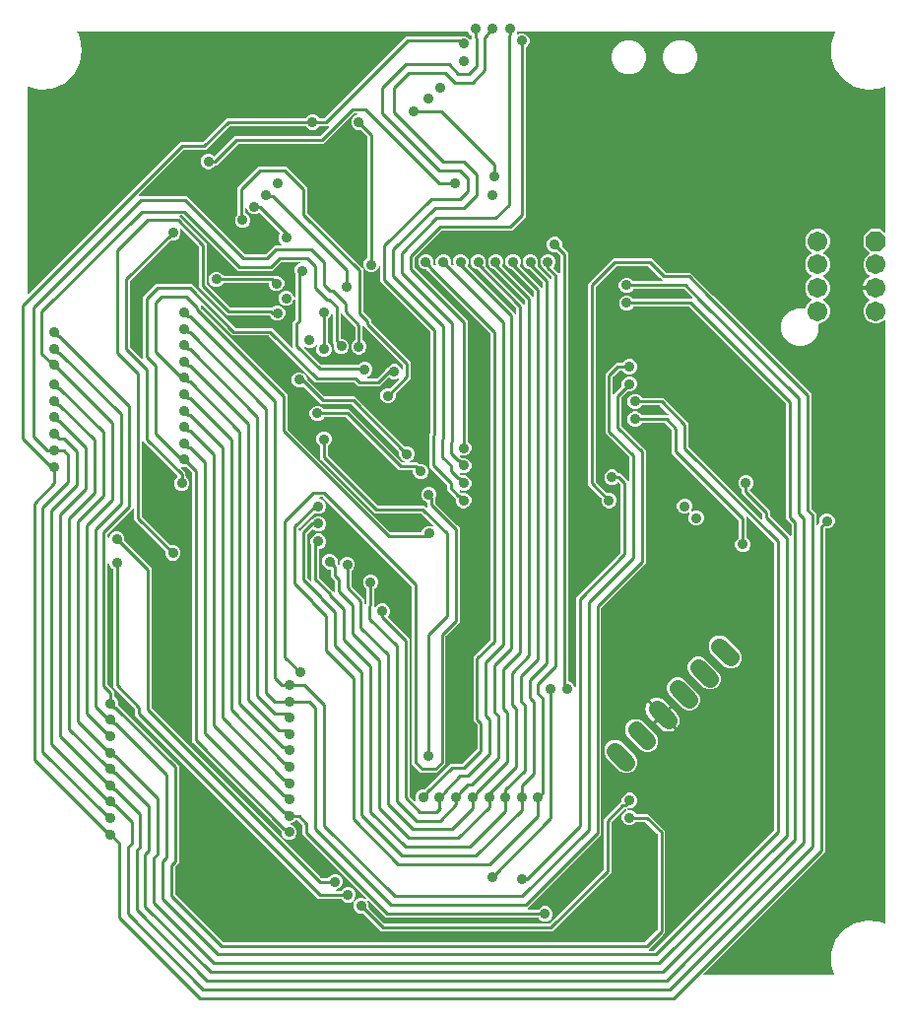
<source format=gbl>
G04 EAGLE Gerber RS-274X export*
G75*
%MOIN*%
%FSLAX34Y34*%
%LPD*%
%INSolder side*%
%IPPOS*%
%AMOC8*
5,1,8,0,0,1.08239X$1,22.5*%
G01*
%ADD10C,0.056000*%
%ADD11C,0.067500*%
%ADD12P,0.073061X8X112.500000*%
%ADD13C,0.035685*%
%ADD14C,0.009843*%

G36*
X28743Y1471D02*
X28743Y1471D01*
X28744Y1471D01*
X28747Y1472D01*
X28751Y1472D01*
X28752Y1473D01*
X28753Y1473D01*
X28756Y1475D01*
X28759Y1477D01*
X28760Y1478D01*
X28761Y1478D01*
X28763Y1481D01*
X28766Y1484D01*
X28766Y1485D01*
X28767Y1486D01*
X28768Y1489D01*
X28770Y1493D01*
X28770Y1494D01*
X28770Y1495D01*
X28770Y1498D01*
X28771Y1502D01*
X28770Y1503D01*
X28770Y1504D01*
X28769Y1509D01*
X28676Y1781D01*
X28676Y2219D01*
X28818Y2633D01*
X29087Y2979D01*
X29454Y3218D01*
X29878Y3326D01*
X30315Y3290D01*
X30476Y3219D01*
X30479Y3218D01*
X30481Y3217D01*
X30483Y3217D01*
X30486Y3216D01*
X30488Y3217D01*
X30490Y3216D01*
X30493Y3217D01*
X30495Y3217D01*
X30497Y3218D01*
X30500Y3219D01*
X30502Y3220D01*
X30504Y3221D01*
X30506Y3222D01*
X30508Y3224D01*
X30509Y3226D01*
X30511Y3227D01*
X30512Y3229D01*
X30514Y3231D01*
X30515Y3234D01*
X30516Y3236D01*
X30516Y3238D01*
X30517Y3240D01*
X30517Y3245D01*
X30517Y3246D01*
X30517Y23597D01*
X30517Y23600D01*
X30517Y23603D01*
X30516Y23605D01*
X30516Y23607D01*
X30514Y23609D01*
X30513Y23612D01*
X30512Y23613D01*
X30511Y23615D01*
X30509Y23617D01*
X30507Y23619D01*
X30506Y23620D01*
X30504Y23622D01*
X30502Y23623D01*
X30499Y23624D01*
X30497Y23625D01*
X30496Y23626D01*
X30493Y23626D01*
X30490Y23626D01*
X30488Y23626D01*
X30486Y23626D01*
X30483Y23626D01*
X30480Y23625D01*
X30479Y23625D01*
X30477Y23624D01*
X30474Y23623D01*
X30472Y23621D01*
X30469Y23620D01*
X30469Y23619D01*
X30468Y23619D01*
X30468Y23618D01*
X30421Y23572D01*
X30268Y23508D01*
X30102Y23508D01*
X29949Y23572D01*
X29832Y23689D01*
X29768Y23842D01*
X29768Y24008D01*
X29832Y24161D01*
X29949Y24279D01*
X29958Y24282D01*
X29959Y24283D01*
X29961Y24284D01*
X29963Y24286D01*
X29966Y24287D01*
X29967Y24289D01*
X29968Y24290D01*
X29970Y24293D01*
X29972Y24295D01*
X29973Y24297D01*
X29974Y24298D01*
X29974Y24301D01*
X29975Y24304D01*
X29975Y24306D01*
X29976Y24307D01*
X29975Y24310D01*
X29976Y24313D01*
X29975Y24315D01*
X29975Y24317D01*
X29974Y24320D01*
X29973Y24323D01*
X29972Y24324D01*
X29971Y24326D01*
X29969Y24328D01*
X29967Y24330D01*
X29966Y24331D01*
X29964Y24333D01*
X29960Y24335D01*
X29955Y24338D01*
X29900Y24378D01*
X29851Y24427D01*
X29810Y24483D01*
X29779Y24544D01*
X29758Y24610D01*
X29751Y24653D01*
X30155Y24653D01*
X30156Y24654D01*
X30157Y24653D01*
X30161Y24654D01*
X30164Y24655D01*
X30165Y24655D01*
X30166Y24656D01*
X30170Y24658D01*
X30173Y24659D01*
X30174Y24660D01*
X30175Y24661D01*
X30177Y24664D01*
X30179Y24666D01*
X30180Y24667D01*
X30181Y24668D01*
X30182Y24672D01*
X30183Y24675D01*
X30183Y24676D01*
X30184Y24677D01*
X30184Y24683D01*
X30184Y24743D01*
X30184Y24744D01*
X30184Y24745D01*
X30183Y24748D01*
X30183Y24752D01*
X30182Y24753D01*
X30182Y24754D01*
X30180Y24757D01*
X30178Y24760D01*
X30177Y24761D01*
X30177Y24762D01*
X30174Y24764D01*
X30171Y24767D01*
X30170Y24767D01*
X30169Y24768D01*
X30166Y24769D01*
X30162Y24771D01*
X30161Y24771D01*
X30160Y24771D01*
X30155Y24772D01*
X29751Y24772D01*
X29758Y24815D01*
X29779Y24881D01*
X29810Y24942D01*
X29851Y24998D01*
X29900Y25047D01*
X29955Y25087D01*
X29960Y25090D01*
X29961Y25091D01*
X29963Y25092D01*
X29965Y25094D01*
X29968Y25095D01*
X29969Y25097D01*
X29970Y25098D01*
X29971Y25101D01*
X29973Y25103D01*
X29973Y25105D01*
X29974Y25107D01*
X29975Y25110D01*
X29976Y25112D01*
X29976Y25114D01*
X29976Y25116D01*
X29975Y25119D01*
X29975Y25122D01*
X29974Y25124D01*
X29974Y25125D01*
X29973Y25128D01*
X29972Y25131D01*
X29970Y25132D01*
X29970Y25134D01*
X29967Y25136D01*
X29965Y25138D01*
X29964Y25139D01*
X29963Y25140D01*
X29958Y25143D01*
X29949Y25146D01*
X29832Y25264D01*
X29768Y25417D01*
X29768Y25583D01*
X29832Y25736D01*
X29949Y25854D01*
X29965Y25860D01*
X29967Y25861D01*
X29969Y25862D01*
X29971Y25864D01*
X29973Y25865D01*
X29975Y25867D01*
X29976Y25868D01*
X29978Y25871D01*
X29979Y25873D01*
X29980Y25875D01*
X29981Y25876D01*
X29982Y25879D01*
X29983Y25882D01*
X29983Y25884D01*
X29983Y25886D01*
X29983Y25888D01*
X29983Y25891D01*
X29982Y25893D01*
X29982Y25895D01*
X29981Y25898D01*
X29980Y25900D01*
X29979Y25902D01*
X29978Y25904D01*
X29975Y25908D01*
X29768Y26115D01*
X29768Y26460D01*
X30012Y26704D01*
X30358Y26704D01*
X30468Y26595D01*
X30470Y26593D01*
X30472Y26591D01*
X30474Y26590D01*
X30475Y26589D01*
X30478Y26588D01*
X30481Y26587D01*
X30483Y26587D01*
X30484Y26586D01*
X30487Y26586D01*
X30490Y26586D01*
X30492Y26587D01*
X30494Y26587D01*
X30497Y26588D01*
X30500Y26588D01*
X30501Y26589D01*
X30503Y26590D01*
X30505Y26592D01*
X30508Y26594D01*
X30509Y26595D01*
X30510Y26596D01*
X30512Y26599D01*
X30514Y26601D01*
X30514Y26603D01*
X30515Y26604D01*
X30516Y26607D01*
X30517Y26610D01*
X30517Y26613D01*
X30517Y26614D01*
X30517Y26615D01*
X30517Y31499D01*
X30517Y31501D01*
X30517Y31503D01*
X30516Y31506D01*
X30516Y31508D01*
X30515Y31510D01*
X30514Y31512D01*
X30513Y31514D01*
X30511Y31516D01*
X30510Y31518D01*
X30508Y31520D01*
X30506Y31521D01*
X30504Y31523D01*
X30502Y31524D01*
X30500Y31525D01*
X30498Y31526D01*
X30496Y31527D01*
X30493Y31527D01*
X30491Y31528D01*
X30489Y31528D01*
X30486Y31528D01*
X30484Y31527D01*
X30482Y31527D01*
X30477Y31526D01*
X30477Y31525D01*
X30476Y31525D01*
X30315Y31454D01*
X29878Y31418D01*
X29454Y31526D01*
X29087Y31765D01*
X28818Y32111D01*
X28676Y32525D01*
X28676Y32963D01*
X28810Y33353D01*
X28810Y33354D01*
X28810Y33355D01*
X28811Y33358D01*
X28811Y33362D01*
X28811Y33363D01*
X28811Y33364D01*
X28810Y33368D01*
X28810Y33372D01*
X28809Y33373D01*
X28809Y33374D01*
X28807Y33377D01*
X28805Y33380D01*
X28804Y33381D01*
X28804Y33382D01*
X28801Y33384D01*
X28798Y33387D01*
X28797Y33387D01*
X28796Y33388D01*
X28793Y33389D01*
X28790Y33390D01*
X28788Y33391D01*
X28787Y33391D01*
X28782Y33391D01*
X18083Y33391D01*
X18079Y33391D01*
X18074Y33390D01*
X18070Y33388D01*
X18066Y33385D01*
X18065Y33385D01*
X18062Y33382D01*
X18059Y33378D01*
X18056Y33373D01*
X18040Y33334D01*
X18040Y33332D01*
X18039Y33331D01*
X18039Y33330D01*
X18038Y33329D01*
X18038Y33327D01*
X18038Y33325D01*
X18038Y33322D01*
X18038Y33321D01*
X18038Y33319D01*
X18039Y33317D01*
X18039Y33315D01*
X18040Y33313D01*
X18041Y33310D01*
X18042Y33308D01*
X18043Y33307D01*
X18045Y33305D01*
X18047Y33302D01*
X18048Y33301D01*
X18049Y33300D01*
X18052Y33298D01*
X18054Y33297D01*
X18056Y33296D01*
X18058Y33295D01*
X18061Y33295D01*
X18064Y33294D01*
X18066Y33294D01*
X18067Y33294D01*
X18070Y33294D01*
X18073Y33294D01*
X18076Y33295D01*
X18077Y33295D01*
X18077Y33296D01*
X18078Y33296D01*
X18157Y33329D01*
X18260Y33329D01*
X18355Y33290D01*
X18427Y33217D01*
X18467Y33122D01*
X18467Y33020D01*
X18427Y32925D01*
X18354Y32852D01*
X18351Y32850D01*
X18347Y32847D01*
X18344Y32844D01*
X18341Y32840D01*
X18340Y32835D01*
X18338Y32831D01*
X18337Y32825D01*
X18337Y27112D01*
X17868Y26643D01*
X15508Y26643D01*
X15504Y26642D01*
X15501Y26642D01*
X15500Y26642D01*
X15499Y26641D01*
X15495Y26640D01*
X15492Y26638D01*
X15491Y26637D01*
X15490Y26636D01*
X15488Y26634D01*
X14575Y25722D01*
X14573Y25718D01*
X14570Y25715D01*
X14569Y25714D01*
X14568Y25710D01*
X14567Y25706D01*
X14567Y25705D01*
X14567Y25704D01*
X14566Y25701D01*
X14566Y25418D01*
X14567Y25414D01*
X14567Y25410D01*
X14568Y25410D01*
X14568Y25409D01*
X14570Y25405D01*
X14572Y25402D01*
X14572Y25401D01*
X14573Y25400D01*
X14575Y25398D01*
X16369Y23604D01*
X16369Y19537D01*
X16370Y19532D01*
X16370Y19527D01*
X16373Y19523D01*
X16375Y19519D01*
X16379Y19516D01*
X16382Y19512D01*
X16386Y19510D01*
X16459Y19437D01*
X16498Y19343D01*
X16498Y19240D01*
X16459Y19145D01*
X16386Y19073D01*
X16291Y19033D01*
X16189Y19033D01*
X16155Y19047D01*
X16151Y19048D01*
X16148Y19049D01*
X16147Y19049D01*
X16146Y19050D01*
X16142Y19049D01*
X16138Y19049D01*
X16137Y19049D01*
X16136Y19049D01*
X16133Y19047D01*
X16129Y19046D01*
X16128Y19045D01*
X16125Y19042D01*
X16122Y19040D01*
X16121Y19039D01*
X16121Y19038D01*
X16119Y19035D01*
X16117Y19031D01*
X16117Y19030D01*
X16116Y19030D01*
X16116Y19026D01*
X16115Y19022D01*
X16115Y19021D01*
X16115Y19020D01*
X16115Y19016D01*
X16116Y19013D01*
X16116Y19012D01*
X16116Y19011D01*
X16118Y19007D01*
X16120Y19004D01*
X16121Y19003D01*
X16121Y19002D01*
X16122Y19002D01*
X16123Y19000D01*
X16158Y18965D01*
X16162Y18962D01*
X16165Y18960D01*
X16166Y18960D01*
X16170Y18958D01*
X16175Y18957D01*
X16179Y18957D01*
X16184Y18957D01*
X16189Y18959D01*
X16291Y18959D01*
X16386Y18919D01*
X16459Y18847D01*
X16498Y18752D01*
X16498Y18649D01*
X16459Y18555D01*
X16386Y18482D01*
X16291Y18443D01*
X16189Y18443D01*
X16155Y18457D01*
X16151Y18458D01*
X16148Y18459D01*
X16147Y18459D01*
X16146Y18459D01*
X16142Y18459D01*
X16138Y18458D01*
X16137Y18458D01*
X16136Y18458D01*
X16133Y18456D01*
X16129Y18455D01*
X16128Y18454D01*
X16125Y18451D01*
X16122Y18449D01*
X16121Y18448D01*
X16121Y18447D01*
X16119Y18444D01*
X16117Y18441D01*
X16117Y18440D01*
X16116Y18439D01*
X16116Y18435D01*
X16115Y18431D01*
X16115Y18430D01*
X16115Y18426D01*
X16116Y18422D01*
X16116Y18421D01*
X16116Y18420D01*
X16118Y18417D01*
X16120Y18413D01*
X16121Y18412D01*
X16122Y18411D01*
X16123Y18409D01*
X16158Y18375D01*
X16162Y18372D01*
X16165Y18369D01*
X16166Y18369D01*
X16170Y18368D01*
X16175Y18366D01*
X16179Y18367D01*
X16184Y18367D01*
X16189Y18368D01*
X16291Y18368D01*
X16386Y18329D01*
X16459Y18256D01*
X16498Y18162D01*
X16498Y18059D01*
X16459Y17964D01*
X16386Y17892D01*
X16291Y17852D01*
X16189Y17852D01*
X16155Y17866D01*
X16151Y17867D01*
X16148Y17868D01*
X16147Y17868D01*
X16146Y17868D01*
X16142Y17868D01*
X16138Y17868D01*
X16137Y17868D01*
X16136Y17867D01*
X16133Y17866D01*
X16129Y17865D01*
X16128Y17864D01*
X16125Y17861D01*
X16122Y17858D01*
X16121Y17858D01*
X16121Y17857D01*
X16119Y17854D01*
X16117Y17850D01*
X16117Y17849D01*
X16116Y17848D01*
X16116Y17845D01*
X16115Y17841D01*
X16115Y17840D01*
X16115Y17839D01*
X16115Y17835D01*
X16116Y17831D01*
X16116Y17830D01*
X16118Y17826D01*
X16120Y17823D01*
X16121Y17822D01*
X16121Y17821D01*
X16122Y17821D01*
X16123Y17819D01*
X16158Y17784D01*
X16162Y17781D01*
X16165Y17779D01*
X16166Y17779D01*
X16170Y17777D01*
X16175Y17776D01*
X16179Y17776D01*
X16184Y17776D01*
X16189Y17778D01*
X16291Y17778D01*
X16386Y17738D01*
X16459Y17666D01*
X16498Y17571D01*
X16498Y17468D01*
X16459Y17374D01*
X16386Y17301D01*
X16291Y17262D01*
X16189Y17262D01*
X16094Y17301D01*
X16022Y17374D01*
X15982Y17468D01*
X15982Y17574D01*
X15982Y17578D01*
X15981Y17582D01*
X15981Y17583D01*
X15979Y17587D01*
X15977Y17590D01*
X15976Y17591D01*
X15976Y17592D01*
X15974Y17594D01*
X15687Y17881D01*
X15687Y18042D01*
X15686Y18046D01*
X15686Y18050D01*
X15686Y18051D01*
X15685Y18051D01*
X15684Y18055D01*
X15682Y18058D01*
X15681Y18059D01*
X15681Y18060D01*
X15680Y18060D01*
X15678Y18063D01*
X15096Y18645D01*
X15096Y19765D01*
X15119Y19787D01*
X15121Y19791D01*
X15123Y19794D01*
X15124Y19794D01*
X15124Y19795D01*
X15125Y19799D01*
X15127Y19803D01*
X15127Y19804D01*
X15127Y19805D01*
X15127Y19808D01*
X15127Y23216D01*
X15127Y23220D01*
X15126Y23224D01*
X15126Y23225D01*
X15126Y23226D01*
X15124Y23229D01*
X15122Y23233D01*
X15121Y23234D01*
X15121Y23235D01*
X15119Y23237D01*
X13423Y24933D01*
X13423Y25415D01*
X13423Y25419D01*
X13422Y25422D01*
X13422Y25423D01*
X13422Y25424D01*
X13420Y25428D01*
X13418Y25431D01*
X13418Y25432D01*
X13417Y25433D01*
X13414Y25435D01*
X13412Y25438D01*
X13411Y25439D01*
X13410Y25439D01*
X13407Y25441D01*
X13403Y25443D01*
X13402Y25443D01*
X13401Y25443D01*
X13398Y25443D01*
X13394Y25444D01*
X13393Y25444D01*
X13392Y25444D01*
X13388Y25443D01*
X13384Y25442D01*
X13383Y25442D01*
X13379Y25440D01*
X13376Y25438D01*
X13375Y25437D01*
X13374Y25437D01*
X13372Y25434D01*
X13369Y25431D01*
X13369Y25430D01*
X13368Y25429D01*
X13368Y25428D01*
X13367Y25426D01*
X13334Y25346D01*
X13261Y25273D01*
X13166Y25234D01*
X13064Y25234D01*
X12969Y25273D01*
X12897Y25346D01*
X12888Y25367D01*
X12886Y25370D01*
X12884Y25373D01*
X12883Y25374D01*
X12883Y25375D01*
X12880Y25377D01*
X12877Y25380D01*
X12876Y25380D01*
X12876Y25381D01*
X12872Y25382D01*
X12871Y25382D01*
X12871Y25383D01*
X12872Y25384D01*
X12873Y25387D01*
X12874Y25391D01*
X12874Y25392D01*
X12874Y25393D01*
X12873Y25397D01*
X12873Y25401D01*
X12873Y25402D01*
X12873Y25403D01*
X12872Y25406D01*
X12857Y25441D01*
X12857Y25543D01*
X12897Y25638D01*
X12969Y25711D01*
X12973Y25713D01*
X12977Y25716D01*
X12980Y25719D01*
X12983Y25723D01*
X12984Y25728D01*
X12986Y25732D01*
X12986Y25738D01*
X12986Y29831D01*
X12986Y29835D01*
X12985Y29839D01*
X12985Y29840D01*
X12985Y29841D01*
X12983Y29844D01*
X12981Y29848D01*
X12981Y29849D01*
X12980Y29849D01*
X12980Y29850D01*
X12978Y29852D01*
X12779Y30050D01*
X12779Y30051D01*
X12775Y30053D01*
X12772Y30056D01*
X12771Y30056D01*
X12767Y30057D01*
X12762Y30059D01*
X12758Y30059D01*
X12753Y30058D01*
X12748Y30057D01*
X12646Y30057D01*
X12551Y30096D01*
X12478Y30169D01*
X12439Y30264D01*
X12439Y30366D01*
X12478Y30461D01*
X12551Y30534D01*
X12646Y30573D01*
X12649Y30575D01*
X12652Y30577D01*
X12653Y30577D01*
X12654Y30578D01*
X12656Y30581D01*
X12659Y30584D01*
X12659Y30585D01*
X12660Y30585D01*
X12661Y30589D01*
X12663Y30592D01*
X12663Y30593D01*
X12663Y30594D01*
X12663Y30598D01*
X12664Y30602D01*
X12663Y30603D01*
X12663Y30604D01*
X12662Y30608D01*
X12661Y30611D01*
X12661Y30612D01*
X12661Y30613D01*
X12658Y30616D01*
X12656Y30619D01*
X12655Y30620D01*
X12655Y30621D01*
X12652Y30623D01*
X12649Y30625D01*
X12648Y30626D01*
X12647Y30626D01*
X12643Y30627D01*
X12640Y30629D01*
X12639Y30629D01*
X12638Y30629D01*
X12637Y30629D01*
X12634Y30629D01*
X12541Y30629D01*
X12537Y30629D01*
X12533Y30628D01*
X12532Y30628D01*
X12531Y30628D01*
X12528Y30626D01*
X12524Y30624D01*
X12523Y30623D01*
X12522Y30622D01*
X12520Y30621D01*
X11579Y29680D01*
X11495Y29596D01*
X8628Y29596D01*
X8624Y29595D01*
X8621Y29595D01*
X8620Y29594D01*
X8619Y29594D01*
X8615Y29592D01*
X8612Y29591D01*
X8611Y29590D01*
X8610Y29589D01*
X8608Y29587D01*
X7878Y28858D01*
X7849Y28858D01*
X7844Y28857D01*
X7839Y28856D01*
X7835Y28854D01*
X7831Y28851D01*
X7828Y28848D01*
X7824Y28844D01*
X7822Y28840D01*
X7749Y28768D01*
X7655Y28728D01*
X7552Y28728D01*
X7457Y28768D01*
X7385Y28840D01*
X7345Y28935D01*
X7345Y29038D01*
X7385Y29132D01*
X7457Y29205D01*
X7552Y29244D01*
X7655Y29244D01*
X7749Y29205D01*
X7785Y29170D01*
X7786Y29169D01*
X7786Y29168D01*
X7789Y29166D01*
X7793Y29164D01*
X7794Y29164D01*
X7794Y29163D01*
X7798Y29162D01*
X7802Y29161D01*
X7803Y29161D01*
X7804Y29161D01*
X7808Y29161D01*
X7811Y29162D01*
X7812Y29162D01*
X7813Y29162D01*
X7817Y29164D01*
X7820Y29165D01*
X7821Y29166D01*
X7822Y29166D01*
X7826Y29170D01*
X8510Y29853D01*
X11377Y29853D01*
X11380Y29854D01*
X11384Y29854D01*
X11385Y29855D01*
X11386Y29855D01*
X11389Y29857D01*
X11393Y29858D01*
X11394Y29859D01*
X11395Y29860D01*
X11397Y29862D01*
X11672Y30136D01*
X11674Y30139D01*
X11676Y30141D01*
X11676Y30143D01*
X11677Y30144D01*
X11678Y30147D01*
X11679Y30150D01*
X11680Y30151D01*
X11680Y30153D01*
X11680Y30156D01*
X11680Y30159D01*
X11680Y30161D01*
X11680Y30163D01*
X11679Y30166D01*
X11678Y30168D01*
X11677Y30170D01*
X11676Y30172D01*
X11675Y30174D01*
X11673Y30176D01*
X11672Y30178D01*
X11670Y30179D01*
X11668Y30181D01*
X11666Y30182D01*
X11664Y30183D01*
X11662Y30184D01*
X11659Y30185D01*
X11657Y30186D01*
X11654Y30186D01*
X11653Y30186D01*
X11652Y30186D01*
X11651Y30186D01*
X11367Y30186D01*
X11363Y30185D01*
X11358Y30185D01*
X11354Y30182D01*
X11350Y30180D01*
X11349Y30180D01*
X11346Y30177D01*
X11343Y30173D01*
X11341Y30169D01*
X11268Y30096D01*
X11173Y30057D01*
X11071Y30057D01*
X10976Y30096D01*
X10903Y30169D01*
X10901Y30172D01*
X10899Y30176D01*
X10898Y30176D01*
X10895Y30179D01*
X10891Y30182D01*
X10887Y30184D01*
X10882Y30186D01*
X10877Y30186D01*
X8333Y30186D01*
X8329Y30186D01*
X8325Y30185D01*
X8324Y30185D01*
X8320Y30183D01*
X8317Y30181D01*
X8316Y30180D01*
X8315Y30180D01*
X8312Y30178D01*
X7509Y29374D01*
X6783Y29374D01*
X6779Y29374D01*
X6775Y29373D01*
X6774Y29373D01*
X6770Y29371D01*
X6766Y29369D01*
X6766Y29368D01*
X6765Y29368D01*
X6762Y29366D01*
X5263Y27867D01*
X5262Y27865D01*
X5260Y27862D01*
X5259Y27861D01*
X5258Y27859D01*
X5257Y27856D01*
X5256Y27854D01*
X5256Y27852D01*
X5255Y27850D01*
X5255Y27847D01*
X5255Y27844D01*
X5255Y27842D01*
X5255Y27840D01*
X5257Y27838D01*
X5257Y27835D01*
X5258Y27833D01*
X5259Y27831D01*
X5261Y27829D01*
X5262Y27827D01*
X5264Y27826D01*
X5265Y27824D01*
X5268Y27823D01*
X5270Y27821D01*
X5272Y27820D01*
X5273Y27819D01*
X5276Y27818D01*
X5279Y27817D01*
X5282Y27817D01*
X5283Y27817D01*
X5284Y27817D01*
X6865Y27817D01*
X8825Y25857D01*
X8828Y25855D01*
X8831Y25852D01*
X8832Y25852D01*
X8833Y25851D01*
X8837Y25850D01*
X8840Y25849D01*
X8841Y25849D01*
X8842Y25849D01*
X8843Y25849D01*
X8846Y25848D01*
X9528Y25848D01*
X9532Y25849D01*
X9536Y25850D01*
X9537Y25850D01*
X9538Y25850D01*
X9541Y25852D01*
X9545Y25854D01*
X9546Y25854D01*
X9546Y25855D01*
X9547Y25855D01*
X9549Y25857D01*
X9836Y26144D01*
X10060Y26144D01*
X10063Y26144D01*
X10065Y26144D01*
X10067Y26145D01*
X10069Y26145D01*
X10072Y26147D01*
X10074Y26148D01*
X10076Y26149D01*
X10078Y26150D01*
X10080Y26152D01*
X10082Y26154D01*
X10083Y26155D01*
X10084Y26157D01*
X10085Y26160D01*
X10087Y26162D01*
X10087Y26164D01*
X10088Y26166D01*
X10088Y26168D01*
X10089Y26171D01*
X10089Y26173D01*
X10089Y26175D01*
X10088Y26178D01*
X10088Y26181D01*
X10087Y26183D01*
X10087Y26184D01*
X10085Y26187D01*
X10084Y26190D01*
X10082Y26192D01*
X10081Y26192D01*
X10081Y26193D01*
X10080Y26194D01*
X10018Y26256D01*
X9978Y26351D01*
X9978Y26454D01*
X10018Y26549D01*
X10019Y26550D01*
X10019Y26551D01*
X10019Y26552D01*
X10022Y26555D01*
X10022Y26556D01*
X10022Y26557D01*
X10023Y26560D01*
X10024Y26564D01*
X10024Y26565D01*
X10024Y26566D01*
X10024Y26570D01*
X10024Y26574D01*
X10024Y26575D01*
X10023Y26576D01*
X10022Y26579D01*
X10021Y26582D01*
X10020Y26583D01*
X10019Y26584D01*
X10016Y26588D01*
X9352Y27253D01*
X9351Y27253D01*
X9350Y27254D01*
X9347Y27256D01*
X9344Y27258D01*
X9343Y27259D01*
X9342Y27259D01*
X9338Y27260D01*
X9335Y27261D01*
X9334Y27261D01*
X9333Y27261D01*
X9329Y27261D01*
X9325Y27261D01*
X9324Y27260D01*
X9323Y27260D01*
X9320Y27259D01*
X9316Y27257D01*
X9315Y27257D01*
X9315Y27256D01*
X9310Y27253D01*
X9300Y27242D01*
X9205Y27203D01*
X9102Y27203D01*
X9007Y27242D01*
X8935Y27315D01*
X8896Y27409D01*
X8894Y27413D01*
X8892Y27416D01*
X8891Y27417D01*
X8891Y27418D01*
X8888Y27420D01*
X8885Y27423D01*
X8884Y27423D01*
X8883Y27424D01*
X8880Y27425D01*
X8876Y27426D01*
X8875Y27427D01*
X8874Y27427D01*
X8870Y27427D01*
X8866Y27427D01*
X8865Y27427D01*
X8861Y27426D01*
X8857Y27425D01*
X8856Y27425D01*
X8855Y27424D01*
X8852Y27422D01*
X8849Y27420D01*
X8849Y27419D01*
X8848Y27419D01*
X8846Y27416D01*
X8843Y27413D01*
X8843Y27412D01*
X8842Y27411D01*
X8841Y27407D01*
X8840Y27404D01*
X8840Y27402D01*
X8840Y27401D01*
X8839Y27398D01*
X8839Y27265D01*
X8840Y27260D01*
X8841Y27256D01*
X8841Y27255D01*
X8843Y27251D01*
X8845Y27247D01*
X8846Y27247D01*
X8849Y27244D01*
X8852Y27241D01*
X8853Y27241D01*
X8857Y27238D01*
X8906Y27218D01*
X8978Y27145D01*
X9018Y27051D01*
X9018Y26948D01*
X8978Y26853D01*
X8906Y26781D01*
X8811Y26741D01*
X8709Y26741D01*
X8614Y26781D01*
X8541Y26853D01*
X8502Y26948D01*
X8502Y27051D01*
X8541Y27145D01*
X8573Y27178D01*
X8576Y27181D01*
X8578Y27184D01*
X8578Y27185D01*
X8579Y27185D01*
X8580Y27189D01*
X8581Y27193D01*
X8582Y27194D01*
X8582Y27195D01*
X8582Y27198D01*
X8582Y28104D01*
X8666Y28188D01*
X9213Y28736D01*
X9297Y28820D01*
X10240Y28820D01*
X10955Y28104D01*
X10955Y27255D01*
X10956Y27251D01*
X10957Y27247D01*
X10957Y27246D01*
X10957Y27245D01*
X10959Y27242D01*
X10961Y27238D01*
X10961Y27237D01*
X10962Y27237D01*
X10962Y27236D01*
X10964Y27234D01*
X12824Y25374D01*
X12827Y25372D01*
X12830Y25369D01*
X12831Y25369D01*
X12832Y25368D01*
X12835Y25368D01*
X12834Y25364D01*
X12832Y25361D01*
X12832Y25359D01*
X12832Y25358D01*
X12832Y25355D01*
X12832Y23926D01*
X12832Y23922D01*
X12833Y23918D01*
X12833Y23917D01*
X12833Y23916D01*
X12835Y23913D01*
X12837Y23909D01*
X12838Y23909D01*
X12838Y23908D01*
X12838Y23907D01*
X12840Y23905D01*
X13121Y23625D01*
X13121Y23542D01*
X13121Y23538D01*
X13122Y23534D01*
X13122Y23533D01*
X13122Y23532D01*
X13124Y23529D01*
X13126Y23525D01*
X13127Y23524D01*
X13128Y23523D01*
X13129Y23521D01*
X14450Y22201D01*
X14450Y21649D01*
X14366Y21565D01*
X13946Y21146D01*
X13946Y21145D01*
X13945Y21145D01*
X13943Y21142D01*
X13940Y21138D01*
X13939Y21133D01*
X13937Y21129D01*
X13937Y21128D01*
X13937Y21124D01*
X13938Y21119D01*
X13939Y21115D01*
X13939Y21012D01*
X13900Y20917D01*
X13827Y20844D01*
X13732Y20805D01*
X13630Y20805D01*
X13535Y20844D01*
X13462Y20917D01*
X13423Y21012D01*
X13423Y21114D01*
X13462Y21209D01*
X13535Y21282D01*
X13630Y21321D01*
X13733Y21321D01*
X13737Y21320D01*
X13741Y21319D01*
X13746Y21320D01*
X13751Y21320D01*
X13755Y21322D01*
X13759Y21324D01*
X13764Y21328D01*
X14030Y21594D01*
X14032Y21597D01*
X14035Y21600D01*
X14035Y21601D01*
X14035Y21602D01*
X14037Y21605D01*
X14038Y21609D01*
X14038Y21610D01*
X14038Y21611D01*
X14038Y21615D01*
X14038Y21618D01*
X14038Y21619D01*
X14038Y21620D01*
X14037Y21624D01*
X14035Y21628D01*
X14035Y21629D01*
X14032Y21632D01*
X14030Y21635D01*
X14029Y21636D01*
X14028Y21637D01*
X14025Y21639D01*
X14022Y21641D01*
X14021Y21641D01*
X14020Y21642D01*
X14016Y21642D01*
X14013Y21644D01*
X14012Y21644D01*
X14011Y21644D01*
X14007Y21643D01*
X14003Y21643D01*
X14002Y21643D01*
X14001Y21643D01*
X14001Y21642D01*
X13998Y21642D01*
X13948Y21621D01*
X13845Y21621D01*
X13750Y21660D01*
X13732Y21678D01*
X13731Y21679D01*
X13727Y21681D01*
X13724Y21684D01*
X13723Y21684D01*
X13722Y21684D01*
X13719Y21685D01*
X13715Y21686D01*
X13714Y21686D01*
X13713Y21687D01*
X13709Y21686D01*
X13706Y21686D01*
X13705Y21686D01*
X13704Y21686D01*
X13700Y21684D01*
X13697Y21683D01*
X13696Y21682D01*
X13695Y21682D01*
X13691Y21678D01*
X13492Y21480D01*
X13408Y21396D01*
X12665Y21396D01*
X12544Y21516D01*
X12541Y21519D01*
X12538Y21521D01*
X12537Y21521D01*
X12536Y21522D01*
X12532Y21523D01*
X12529Y21524D01*
X12527Y21524D01*
X12527Y21525D01*
X12526Y21525D01*
X12523Y21525D01*
X11217Y21525D01*
X9651Y23091D01*
X9648Y23093D01*
X9645Y23096D01*
X9644Y23096D01*
X9643Y23097D01*
X9639Y23098D01*
X9636Y23099D01*
X9634Y23099D01*
X9633Y23099D01*
X9630Y23100D01*
X8409Y23100D01*
X7394Y24114D01*
X7392Y24115D01*
X7390Y24117D01*
X7388Y24118D01*
X7387Y24119D01*
X7384Y24120D01*
X7381Y24121D01*
X7379Y24121D01*
X7378Y24122D01*
X7375Y24122D01*
X7372Y24122D01*
X7370Y24122D01*
X7368Y24122D01*
X7365Y24121D01*
X7362Y24120D01*
X7361Y24119D01*
X7359Y24118D01*
X7357Y24116D01*
X7354Y24115D01*
X7353Y24113D01*
X7352Y24112D01*
X7350Y24110D01*
X7348Y24107D01*
X7348Y24106D01*
X7347Y24104D01*
X7346Y24101D01*
X7345Y24098D01*
X7345Y24095D01*
X7345Y24094D01*
X7345Y24093D01*
X7345Y24050D01*
X7345Y24049D01*
X7345Y24048D01*
X7345Y24046D01*
X7346Y24043D01*
X7346Y24042D01*
X7346Y24041D01*
X7348Y24037D01*
X7350Y24034D01*
X7350Y24033D01*
X7351Y24033D01*
X7351Y24032D01*
X7353Y24030D01*
X10266Y21116D01*
X10266Y19947D01*
X10267Y19943D01*
X10268Y19939D01*
X10268Y19938D01*
X10270Y19934D01*
X10272Y19931D01*
X10272Y19930D01*
X10273Y19929D01*
X10275Y19927D01*
X13759Y16443D01*
X13762Y16441D01*
X13765Y16438D01*
X13766Y16438D01*
X13770Y16436D01*
X13774Y16435D01*
X13775Y16435D01*
X13776Y16435D01*
X13779Y16435D01*
X14796Y16435D01*
X14801Y16435D01*
X14805Y16436D01*
X14809Y16438D01*
X14814Y16441D01*
X14817Y16444D01*
X14820Y16448D01*
X14823Y16453D01*
X14863Y16550D01*
X14936Y16623D01*
X15031Y16662D01*
X15133Y16662D01*
X15184Y16641D01*
X15187Y16641D01*
X15191Y16639D01*
X15192Y16639D01*
X15193Y16639D01*
X15197Y16640D01*
X15201Y16640D01*
X15202Y16640D01*
X15206Y16642D01*
X15210Y16643D01*
X15210Y16644D01*
X15211Y16644D01*
X15214Y16647D01*
X15217Y16649D01*
X15217Y16650D01*
X15218Y16651D01*
X15220Y16654D01*
X15222Y16657D01*
X15222Y16658D01*
X15223Y16659D01*
X15223Y16663D01*
X15224Y16667D01*
X15224Y16668D01*
X15224Y16669D01*
X15223Y16672D01*
X15223Y16676D01*
X15223Y16677D01*
X15222Y16678D01*
X15221Y16681D01*
X15219Y16685D01*
X15218Y16686D01*
X15217Y16687D01*
X15216Y16689D01*
X14817Y17087D01*
X14814Y17089D01*
X14811Y17092D01*
X14810Y17092D01*
X14810Y17093D01*
X14806Y17094D01*
X14802Y17095D01*
X14801Y17095D01*
X14800Y17095D01*
X14797Y17096D01*
X13288Y17096D01*
X13234Y17095D01*
X13197Y17133D01*
X11472Y18834D01*
X11469Y18836D01*
X11425Y18880D01*
X11387Y18918D01*
X11387Y18971D01*
X11387Y19032D01*
X11387Y19033D01*
X11387Y19034D01*
X11387Y19036D01*
X11387Y19341D01*
X11386Y19346D01*
X11385Y19351D01*
X11383Y19355D01*
X11381Y19359D01*
X11377Y19362D01*
X11374Y19366D01*
X11370Y19368D01*
X11297Y19441D01*
X11258Y19535D01*
X11258Y19638D01*
X11297Y19733D01*
X11370Y19805D01*
X11464Y19845D01*
X11567Y19845D01*
X11662Y19805D01*
X11734Y19733D01*
X11774Y19638D01*
X11774Y19535D01*
X11734Y19441D01*
X11662Y19368D01*
X11658Y19366D01*
X11654Y19363D01*
X11651Y19359D01*
X11648Y19356D01*
X11647Y19351D01*
X11645Y19347D01*
X11644Y19341D01*
X11644Y19038D01*
X11645Y19034D01*
X11646Y19029D01*
X11646Y19028D01*
X11648Y19025D01*
X11650Y19021D01*
X11650Y19020D01*
X11651Y19020D01*
X11651Y19019D01*
X11653Y19017D01*
X13332Y17362D01*
X13335Y17359D01*
X13338Y17357D01*
X13339Y17357D01*
X13339Y17356D01*
X13343Y17355D01*
X13347Y17354D01*
X13348Y17353D01*
X13349Y17353D01*
X13352Y17353D01*
X14916Y17353D01*
X14979Y17290D01*
X14981Y17288D01*
X14983Y17286D01*
X14985Y17285D01*
X14987Y17284D01*
X14989Y17283D01*
X14992Y17282D01*
X14994Y17282D01*
X14996Y17281D01*
X14999Y17282D01*
X15002Y17281D01*
X15003Y17282D01*
X15005Y17282D01*
X15008Y17283D01*
X15011Y17284D01*
X15013Y17285D01*
X15014Y17285D01*
X15017Y17287D01*
X15019Y17289D01*
X15020Y17290D01*
X15022Y17291D01*
X15023Y17294D01*
X15025Y17296D01*
X15026Y17298D01*
X15027Y17299D01*
X15027Y17302D01*
X15028Y17305D01*
X15029Y17308D01*
X15029Y17309D01*
X15029Y17310D01*
X15029Y17430D01*
X15029Y17431D01*
X15028Y17435D01*
X15027Y17440D01*
X15025Y17444D01*
X15023Y17448D01*
X15019Y17452D01*
X15016Y17455D01*
X15011Y17457D01*
X14913Y17498D01*
X14840Y17570D01*
X14801Y17665D01*
X14801Y17768D01*
X14840Y17863D01*
X14913Y17935D01*
X15008Y17974D01*
X15110Y17974D01*
X15205Y17935D01*
X15278Y17863D01*
X15317Y17768D01*
X15317Y17665D01*
X15288Y17596D01*
X15288Y17595D01*
X15288Y17593D01*
X15287Y17590D01*
X15286Y17588D01*
X15286Y17587D01*
X15286Y17586D01*
X15286Y17585D01*
X15286Y17437D01*
X15287Y17434D01*
X15287Y17430D01*
X15288Y17429D01*
X15288Y17428D01*
X15290Y17425D01*
X15291Y17421D01*
X15292Y17420D01*
X15293Y17419D01*
X15295Y17417D01*
X16014Y16697D01*
X16098Y16613D01*
X16098Y13406D01*
X15639Y12947D01*
X15637Y12944D01*
X15634Y12941D01*
X15634Y12940D01*
X15633Y12936D01*
X15631Y12932D01*
X15631Y12931D01*
X15631Y12930D01*
X15631Y12927D01*
X15631Y8608D01*
X15334Y8311D01*
X14784Y8311D01*
X14487Y8608D01*
X14487Y14600D01*
X14487Y14604D01*
X14486Y14608D01*
X14486Y14609D01*
X14484Y14613D01*
X14482Y14616D01*
X14482Y14617D01*
X14481Y14618D01*
X14479Y14621D01*
X11471Y17628D01*
X11468Y17631D01*
X11465Y17633D01*
X11464Y17634D01*
X11463Y17634D01*
X11459Y17635D01*
X11456Y17637D01*
X11455Y17637D01*
X11454Y17637D01*
X11453Y17637D01*
X11450Y17637D01*
X11381Y17637D01*
X11378Y17636D01*
X11374Y17636D01*
X11373Y17636D01*
X11372Y17635D01*
X11368Y17634D01*
X11365Y17632D01*
X11364Y17631D01*
X11363Y17631D01*
X11361Y17628D01*
X11358Y17625D01*
X11357Y17624D01*
X11355Y17620D01*
X11354Y17617D01*
X11353Y17616D01*
X11353Y17615D01*
X11353Y17611D01*
X11352Y17608D01*
X11352Y17607D01*
X11352Y17606D01*
X11353Y17602D01*
X11354Y17598D01*
X11354Y17597D01*
X11354Y17596D01*
X11356Y17593D01*
X11358Y17590D01*
X11359Y17589D01*
X11360Y17588D01*
X11363Y17586D01*
X11365Y17583D01*
X11367Y17583D01*
X11367Y17582D01*
X11368Y17582D01*
X11370Y17581D01*
X11465Y17541D01*
X11538Y17469D01*
X11577Y17374D01*
X11577Y17272D01*
X11538Y17177D01*
X11465Y17104D01*
X11370Y17065D01*
X11268Y17065D01*
X11199Y17093D01*
X11199Y17094D01*
X11198Y17094D01*
X11194Y17095D01*
X11189Y17096D01*
X11185Y17095D01*
X11180Y17095D01*
X11175Y17093D01*
X11171Y17091D01*
X11167Y17087D01*
X10669Y16589D01*
X10666Y16586D01*
X10664Y16583D01*
X10664Y16582D01*
X10663Y16581D01*
X10662Y16578D01*
X10661Y16574D01*
X10661Y16573D01*
X10660Y16572D01*
X10660Y16571D01*
X10660Y16568D01*
X10660Y16523D01*
X10661Y16520D01*
X10661Y16517D01*
X10661Y16515D01*
X10662Y16514D01*
X10663Y16511D01*
X10664Y16508D01*
X10665Y16507D01*
X10666Y16505D01*
X10668Y16503D01*
X10670Y16501D01*
X10672Y16500D01*
X10673Y16499D01*
X10676Y16497D01*
X10678Y16496D01*
X10680Y16496D01*
X10682Y16495D01*
X10685Y16494D01*
X10688Y16494D01*
X10690Y16494D01*
X10692Y16494D01*
X10694Y16495D01*
X10697Y16495D01*
X10699Y16496D01*
X10701Y16496D01*
X10703Y16498D01*
X10706Y16499D01*
X10708Y16501D01*
X10709Y16501D01*
X10709Y16502D01*
X10710Y16502D01*
X11069Y16861D01*
X11073Y16861D01*
X11074Y16861D01*
X11078Y16862D01*
X11083Y16863D01*
X11087Y16865D01*
X11091Y16867D01*
X11092Y16867D01*
X11095Y16871D01*
X11098Y16874D01*
X11100Y16878D01*
X11173Y16951D01*
X11268Y16990D01*
X11370Y16990D01*
X11465Y16951D01*
X11538Y16878D01*
X11577Y16784D01*
X11577Y16681D01*
X11538Y16586D01*
X11465Y16514D01*
X11370Y16474D01*
X11268Y16474D01*
X11173Y16514D01*
X11150Y16537D01*
X11149Y16537D01*
X11148Y16538D01*
X11145Y16540D01*
X11142Y16542D01*
X11141Y16543D01*
X11140Y16543D01*
X11136Y16544D01*
X11133Y16545D01*
X11132Y16545D01*
X11131Y16545D01*
X11127Y16545D01*
X11123Y16545D01*
X11122Y16544D01*
X11121Y16544D01*
X11118Y16543D01*
X11114Y16541D01*
X11113Y16540D01*
X11108Y16537D01*
X10964Y16392D01*
X10962Y16389D01*
X10959Y16386D01*
X10959Y16385D01*
X10958Y16384D01*
X10957Y16381D01*
X10956Y16377D01*
X10956Y16376D01*
X10956Y16375D01*
X10956Y16374D01*
X10955Y16372D01*
X10955Y14904D01*
X10956Y14900D01*
X10957Y14896D01*
X10957Y14895D01*
X10957Y14894D01*
X10959Y14891D01*
X10961Y14887D01*
X10961Y14886D01*
X10962Y14886D01*
X10962Y14885D01*
X10964Y14883D01*
X11042Y14805D01*
X11044Y14804D01*
X11046Y14802D01*
X11048Y14801D01*
X11050Y14800D01*
X11052Y14799D01*
X11055Y14798D01*
X11057Y14797D01*
X11059Y14797D01*
X11062Y14797D01*
X11065Y14797D01*
X11066Y14797D01*
X11068Y14797D01*
X11071Y14798D01*
X11074Y14799D01*
X11076Y14800D01*
X11077Y14801D01*
X11080Y14803D01*
X11082Y14804D01*
X11083Y14806D01*
X11085Y14807D01*
X11086Y14809D01*
X11088Y14812D01*
X11089Y14813D01*
X11090Y14815D01*
X11090Y14818D01*
X11091Y14821D01*
X11092Y14823D01*
X11092Y14824D01*
X11092Y14825D01*
X11092Y14826D01*
X11092Y16010D01*
X11091Y16013D01*
X11091Y16016D01*
X11090Y16019D01*
X11090Y16020D01*
X11090Y16021D01*
X11061Y16090D01*
X11061Y16193D01*
X11100Y16288D01*
X11173Y16360D01*
X11268Y16400D01*
X11370Y16400D01*
X11465Y16360D01*
X11538Y16288D01*
X11577Y16193D01*
X11577Y16090D01*
X11538Y15996D01*
X11465Y15923D01*
X11367Y15883D01*
X11363Y15880D01*
X11359Y15878D01*
X11359Y15877D01*
X11356Y15874D01*
X11353Y15870D01*
X11351Y15866D01*
X11350Y15861D01*
X11349Y15856D01*
X11349Y14928D01*
X11350Y14924D01*
X11350Y14920D01*
X11351Y14919D01*
X11351Y14918D01*
X11353Y14915D01*
X11354Y14911D01*
X11355Y14910D01*
X11356Y14909D01*
X11358Y14907D01*
X11757Y14507D01*
X11829Y14435D01*
X11832Y14434D01*
X11834Y14432D01*
X11835Y14431D01*
X11837Y14430D01*
X11840Y14429D01*
X11842Y14428D01*
X11844Y14428D01*
X11846Y14427D01*
X11849Y14427D01*
X11852Y14427D01*
X11854Y14427D01*
X11856Y14427D01*
X11858Y14429D01*
X11861Y14429D01*
X11863Y14430D01*
X11865Y14431D01*
X11867Y14433D01*
X11869Y14434D01*
X11871Y14436D01*
X11872Y14437D01*
X11874Y14439D01*
X11875Y14442D01*
X11876Y14444D01*
X11877Y14445D01*
X11878Y14448D01*
X11879Y14451D01*
X11879Y14454D01*
X11879Y14455D01*
X11879Y14456D01*
X11879Y14797D01*
X11879Y14801D01*
X11878Y14805D01*
X11878Y14806D01*
X11876Y14810D01*
X11874Y14813D01*
X11873Y14814D01*
X11873Y14815D01*
X11872Y14815D01*
X11871Y14817D01*
X11750Y14938D01*
X11750Y15166D01*
X11750Y15167D01*
X11750Y15168D01*
X11749Y15171D01*
X11748Y15175D01*
X11748Y15176D01*
X11748Y15177D01*
X11746Y15180D01*
X11744Y15183D01*
X11743Y15184D01*
X11743Y15185D01*
X11740Y15187D01*
X11737Y15190D01*
X11736Y15190D01*
X11735Y15191D01*
X11732Y15192D01*
X11728Y15194D01*
X11727Y15194D01*
X11726Y15194D01*
X11721Y15195D01*
X11661Y15195D01*
X11567Y15234D01*
X11494Y15307D01*
X11455Y15401D01*
X11455Y15504D01*
X11494Y15599D01*
X11567Y15671D01*
X11661Y15711D01*
X11764Y15711D01*
X11859Y15671D01*
X11931Y15599D01*
X11971Y15504D01*
X11971Y15401D01*
X11970Y15397D01*
X11969Y15393D01*
X11969Y15388D01*
X11970Y15383D01*
X11972Y15379D01*
X11974Y15375D01*
X11974Y15374D01*
X11977Y15370D01*
X11995Y15352D01*
X11998Y15350D01*
X12000Y15348D01*
X12002Y15348D01*
X12003Y15346D01*
X12006Y15346D01*
X12009Y15344D01*
X12010Y15344D01*
X12012Y15344D01*
X12015Y15344D01*
X12018Y15344D01*
X12020Y15344D01*
X12022Y15344D01*
X12025Y15345D01*
X12027Y15346D01*
X12029Y15347D01*
X12031Y15347D01*
X12033Y15349D01*
X12035Y15351D01*
X12037Y15352D01*
X12038Y15354D01*
X12040Y15356D01*
X12041Y15358D01*
X12042Y15360D01*
X12043Y15362D01*
X12044Y15365D01*
X12045Y15367D01*
X12045Y15370D01*
X12045Y15371D01*
X12045Y15372D01*
X12045Y15373D01*
X12045Y15406D01*
X12084Y15500D01*
X12157Y15573D01*
X12252Y15612D01*
X12354Y15612D01*
X12449Y15573D01*
X12522Y15500D01*
X12561Y15406D01*
X12561Y15303D01*
X12522Y15208D01*
X12449Y15135D01*
X12446Y15133D01*
X12442Y15131D01*
X12439Y15127D01*
X12436Y15123D01*
X12434Y15119D01*
X12432Y15115D01*
X12432Y15114D01*
X12432Y15109D01*
X12432Y14632D01*
X12432Y14631D01*
X12432Y14629D01*
X12433Y14628D01*
X12433Y14624D01*
X12433Y14623D01*
X12435Y14619D01*
X12437Y14616D01*
X12438Y14615D01*
X12438Y14614D01*
X12439Y14614D01*
X12440Y14612D01*
X12893Y14159D01*
X12893Y14041D01*
X12894Y14039D01*
X12894Y14036D01*
X12894Y14034D01*
X12895Y14032D01*
X12896Y14029D01*
X12897Y14027D01*
X12898Y14025D01*
X12899Y14024D01*
X12901Y14022D01*
X12903Y14019D01*
X12905Y14018D01*
X12906Y14017D01*
X12909Y14016D01*
X12911Y14014D01*
X12913Y14014D01*
X12915Y14013D01*
X12918Y14013D01*
X12921Y14012D01*
X12923Y14012D01*
X12925Y14012D01*
X12927Y14013D01*
X12930Y14013D01*
X12932Y14014D01*
X12934Y14014D01*
X12936Y14016D01*
X12939Y14017D01*
X12941Y14019D01*
X12942Y14020D01*
X12943Y14021D01*
X12953Y14031D01*
X12956Y14034D01*
X12958Y14037D01*
X12958Y14038D01*
X12959Y14039D01*
X12960Y14042D01*
X12961Y14046D01*
X12961Y14047D01*
X12962Y14048D01*
X12962Y14049D01*
X12962Y14052D01*
X12962Y14518D01*
X12962Y14519D01*
X12961Y14523D01*
X12960Y14528D01*
X12958Y14532D01*
X12956Y14536D01*
X12952Y14540D01*
X12949Y14543D01*
X12945Y14545D01*
X12872Y14618D01*
X12833Y14712D01*
X12833Y14815D01*
X12872Y14910D01*
X12944Y14982D01*
X13039Y15022D01*
X13142Y15022D01*
X13237Y14982D01*
X13309Y14910D01*
X13348Y14815D01*
X13348Y14712D01*
X13309Y14618D01*
X13236Y14545D01*
X13233Y14543D01*
X13229Y14540D01*
X13226Y14537D01*
X13223Y14533D01*
X13221Y14528D01*
X13220Y14524D01*
X13219Y14518D01*
X13219Y13950D01*
X13220Y13947D01*
X13220Y13944D01*
X13221Y13942D01*
X13221Y13940D01*
X13222Y13938D01*
X13223Y13935D01*
X13224Y13934D01*
X13225Y13932D01*
X13227Y13930D01*
X13229Y13928D01*
X13231Y13927D01*
X13232Y13926D01*
X13235Y13924D01*
X13238Y13923D01*
X13239Y13922D01*
X13241Y13922D01*
X13244Y13921D01*
X13247Y13921D01*
X13249Y13921D01*
X13251Y13921D01*
X13253Y13921D01*
X13256Y13922D01*
X13258Y13923D01*
X13260Y13923D01*
X13262Y13925D01*
X13265Y13926D01*
X13267Y13928D01*
X13268Y13928D01*
X13269Y13929D01*
X13338Y13998D01*
X13433Y14037D01*
X13536Y14037D01*
X13630Y13998D01*
X13703Y13926D01*
X13742Y13831D01*
X13742Y13728D01*
X13703Y13633D01*
X13680Y13610D01*
X13679Y13610D01*
X13678Y13609D01*
X13677Y13606D01*
X13674Y13603D01*
X13674Y13602D01*
X13673Y13601D01*
X13673Y13597D01*
X13672Y13593D01*
X13672Y13592D01*
X13671Y13591D01*
X13672Y13588D01*
X13672Y13584D01*
X13672Y13583D01*
X13672Y13582D01*
X13674Y13578D01*
X13675Y13575D01*
X13676Y13574D01*
X13676Y13573D01*
X13680Y13569D01*
X14316Y12933D01*
X14400Y12849D01*
X14400Y7546D01*
X14401Y7542D01*
X14401Y7538D01*
X14402Y7537D01*
X14402Y7536D01*
X14404Y7533D01*
X14405Y7529D01*
X14406Y7528D01*
X14407Y7527D01*
X14409Y7525D01*
X14581Y7353D01*
X14584Y7351D01*
X14587Y7348D01*
X14588Y7348D01*
X14589Y7348D01*
X14592Y7346D01*
X14596Y7345D01*
X14597Y7345D01*
X14598Y7345D01*
X14602Y7345D01*
X14606Y7345D01*
X14607Y7345D01*
X14611Y7346D01*
X14615Y7348D01*
X14616Y7349D01*
X14619Y7351D01*
X14622Y7353D01*
X14623Y7354D01*
X14624Y7355D01*
X14626Y7358D01*
X14628Y7361D01*
X14628Y7362D01*
X14629Y7363D01*
X14630Y7367D01*
X14631Y7370D01*
X14631Y7371D01*
X14631Y7372D01*
X14630Y7376D01*
X14630Y7380D01*
X14630Y7381D01*
X14630Y7382D01*
X14629Y7382D01*
X14629Y7385D01*
X14610Y7429D01*
X14610Y7532D01*
X14650Y7626D01*
X14722Y7699D01*
X14817Y7738D01*
X14885Y7738D01*
X14889Y7739D01*
X14893Y7739D01*
X14894Y7740D01*
X14895Y7740D01*
X14898Y7742D01*
X14902Y7743D01*
X14903Y7744D01*
X14904Y7745D01*
X14906Y7747D01*
X15783Y8624D01*
X16198Y8624D01*
X16202Y8625D01*
X16206Y8625D01*
X16207Y8626D01*
X16211Y8628D01*
X16214Y8629D01*
X16215Y8630D01*
X16216Y8630D01*
X16216Y8631D01*
X16218Y8633D01*
X16693Y9108D01*
X16696Y9111D01*
X16698Y9114D01*
X16699Y9115D01*
X16700Y9119D01*
X16702Y9123D01*
X16702Y9124D01*
X16702Y9125D01*
X16702Y9128D01*
X16702Y9920D01*
X16701Y9924D01*
X16701Y9928D01*
X16701Y9929D01*
X16700Y9930D01*
X16699Y9933D01*
X16697Y9937D01*
X16696Y9938D01*
X16695Y9939D01*
X16693Y9941D01*
X16567Y10068D01*
X16567Y12238D01*
X17136Y12808D01*
X17139Y12811D01*
X17141Y12814D01*
X17141Y12815D01*
X17142Y12816D01*
X17143Y12819D01*
X17144Y12823D01*
X17145Y12824D01*
X17145Y12825D01*
X17145Y12826D01*
X17145Y12828D01*
X17145Y23164D01*
X17144Y23168D01*
X17144Y23172D01*
X17143Y23173D01*
X17143Y23174D01*
X17141Y23177D01*
X17140Y23181D01*
X17139Y23182D01*
X17138Y23183D01*
X17136Y23185D01*
X14997Y25324D01*
X14994Y25326D01*
X14991Y25329D01*
X14990Y25329D01*
X14990Y25330D01*
X14986Y25331D01*
X14982Y25332D01*
X14981Y25332D01*
X14980Y25332D01*
X14977Y25333D01*
X14909Y25333D01*
X14815Y25372D01*
X14742Y25444D01*
X14703Y25539D01*
X14703Y25642D01*
X14742Y25737D01*
X14815Y25809D01*
X14909Y25848D01*
X15012Y25848D01*
X15107Y25809D01*
X15179Y25737D01*
X15219Y25642D01*
X15219Y25539D01*
X15218Y25535D01*
X15217Y25531D01*
X15217Y25530D01*
X15217Y25526D01*
X15218Y25521D01*
X15220Y25517D01*
X15222Y25512D01*
X15225Y25508D01*
X15260Y25474D01*
X15263Y25471D01*
X15266Y25469D01*
X15267Y25469D01*
X15267Y25468D01*
X15271Y25467D01*
X15275Y25466D01*
X15276Y25466D01*
X15276Y25465D01*
X15280Y25465D01*
X15284Y25465D01*
X15285Y25466D01*
X15286Y25466D01*
X15290Y25467D01*
X15293Y25468D01*
X15294Y25469D01*
X15295Y25469D01*
X15298Y25472D01*
X15301Y25474D01*
X15302Y25475D01*
X15304Y25478D01*
X15307Y25482D01*
X15307Y25483D01*
X15308Y25487D01*
X15309Y25491D01*
X15309Y25492D01*
X15309Y25493D01*
X15309Y25497D01*
X15309Y25500D01*
X15308Y25502D01*
X15308Y25503D01*
X15307Y25506D01*
X15293Y25539D01*
X15293Y25642D01*
X15333Y25737D01*
X15405Y25809D01*
X15500Y25848D01*
X15602Y25848D01*
X15697Y25809D01*
X15770Y25737D01*
X15809Y25642D01*
X15809Y25539D01*
X15808Y25535D01*
X15807Y25531D01*
X15807Y25530D01*
X15808Y25526D01*
X15808Y25521D01*
X15810Y25517D01*
X15812Y25512D01*
X15816Y25508D01*
X15850Y25474D01*
X15853Y25471D01*
X15856Y25469D01*
X15857Y25469D01*
X15858Y25468D01*
X15862Y25467D01*
X15865Y25466D01*
X15866Y25466D01*
X15867Y25465D01*
X15871Y25465D01*
X15875Y25465D01*
X15876Y25466D01*
X15877Y25466D01*
X15880Y25467D01*
X15884Y25468D01*
X15885Y25469D01*
X15886Y25469D01*
X15888Y25472D01*
X15892Y25474D01*
X15892Y25475D01*
X15893Y25475D01*
X15895Y25478D01*
X15897Y25482D01*
X15897Y25483D01*
X15898Y25483D01*
X15899Y25487D01*
X15900Y25491D01*
X15900Y25492D01*
X15900Y25493D01*
X15900Y25497D01*
X15899Y25500D01*
X15899Y25502D01*
X15899Y25503D01*
X15898Y25506D01*
X15884Y25539D01*
X15884Y25642D01*
X15923Y25737D01*
X15996Y25809D01*
X16090Y25848D01*
X16193Y25848D01*
X16288Y25809D01*
X16360Y25737D01*
X16400Y25642D01*
X16400Y25539D01*
X16371Y25470D01*
X16370Y25466D01*
X16369Y25461D01*
X16369Y25456D01*
X16370Y25451D01*
X16372Y25447D01*
X16374Y25443D01*
X16377Y25438D01*
X17909Y23907D01*
X17981Y23835D01*
X17983Y23833D01*
X17985Y23831D01*
X17987Y23831D01*
X17989Y23829D01*
X17991Y23829D01*
X17994Y23827D01*
X17996Y23827D01*
X17998Y23827D01*
X18001Y23827D01*
X18004Y23827D01*
X18005Y23827D01*
X18007Y23827D01*
X18010Y23828D01*
X18013Y23829D01*
X18014Y23830D01*
X18016Y23830D01*
X18019Y23832D01*
X18021Y23834D01*
X18022Y23835D01*
X18024Y23837D01*
X18025Y23839D01*
X18027Y23841D01*
X18028Y23843D01*
X18029Y23845D01*
X18029Y23848D01*
X18030Y23850D01*
X18031Y23853D01*
X18031Y23854D01*
X18031Y23855D01*
X18031Y23856D01*
X18031Y24023D01*
X18031Y24024D01*
X18030Y24025D01*
X18030Y24027D01*
X18030Y24031D01*
X18029Y24032D01*
X18029Y24033D01*
X18027Y24036D01*
X18026Y24040D01*
X18025Y24041D01*
X18024Y24042D01*
X18022Y24044D01*
X16742Y25324D01*
X16739Y25326D01*
X16736Y25329D01*
X16735Y25329D01*
X16734Y25330D01*
X16731Y25331D01*
X16727Y25332D01*
X16726Y25332D01*
X16725Y25332D01*
X16724Y25332D01*
X16722Y25333D01*
X16681Y25333D01*
X16586Y25372D01*
X16514Y25444D01*
X16474Y25539D01*
X16474Y25642D01*
X16514Y25737D01*
X16586Y25809D01*
X16681Y25848D01*
X16784Y25848D01*
X16878Y25809D01*
X16951Y25737D01*
X16990Y25642D01*
X16990Y25539D01*
X16969Y25487D01*
X16968Y25482D01*
X16966Y25478D01*
X16967Y25473D01*
X16967Y25468D01*
X16969Y25464D01*
X16971Y25460D01*
X16972Y25459D01*
X16975Y25455D01*
X18276Y24154D01*
X18278Y24153D01*
X18281Y24151D01*
X18282Y24150D01*
X18284Y24149D01*
X18287Y24148D01*
X18289Y24147D01*
X18291Y24146D01*
X18293Y24146D01*
X18296Y24146D01*
X18299Y24146D01*
X18301Y24146D01*
X18303Y24146D01*
X18305Y24147D01*
X18308Y24148D01*
X18310Y24149D01*
X18312Y24150D01*
X18314Y24152D01*
X18316Y24153D01*
X18317Y24155D01*
X18319Y24156D01*
X18320Y24158D01*
X18322Y24161D01*
X18323Y24162D01*
X18324Y24164D01*
X18325Y24167D01*
X18326Y24170D01*
X18326Y24172D01*
X18326Y24173D01*
X18326Y24174D01*
X18326Y24175D01*
X18326Y24295D01*
X18325Y24299D01*
X18325Y24303D01*
X18324Y24304D01*
X18323Y24308D01*
X18321Y24311D01*
X18320Y24312D01*
X18320Y24313D01*
X18319Y24313D01*
X18317Y24315D01*
X17309Y25324D01*
X17306Y25326D01*
X17303Y25329D01*
X17302Y25329D01*
X17301Y25330D01*
X17297Y25331D01*
X17294Y25332D01*
X17292Y25332D01*
X17291Y25332D01*
X17288Y25333D01*
X17272Y25333D01*
X17177Y25372D01*
X17104Y25444D01*
X17065Y25539D01*
X17065Y25642D01*
X17104Y25737D01*
X17177Y25809D01*
X17272Y25848D01*
X17374Y25848D01*
X17469Y25809D01*
X17541Y25737D01*
X17581Y25642D01*
X17581Y25539D01*
X17552Y25470D01*
X17551Y25466D01*
X17550Y25461D01*
X17551Y25456D01*
X17551Y25451D01*
X17553Y25447D01*
X17555Y25443D01*
X17559Y25438D01*
X18571Y24426D01*
X18574Y24424D01*
X18576Y24422D01*
X18578Y24421D01*
X18579Y24420D01*
X18582Y24419D01*
X18585Y24418D01*
X18586Y24418D01*
X18588Y24417D01*
X18591Y24417D01*
X18594Y24417D01*
X18596Y24418D01*
X18598Y24418D01*
X18601Y24419D01*
X18603Y24419D01*
X18605Y24420D01*
X18607Y24421D01*
X18609Y24423D01*
X18612Y24424D01*
X18613Y24426D01*
X18614Y24427D01*
X18616Y24430D01*
X18618Y24432D01*
X18618Y24434D01*
X18619Y24435D01*
X18620Y24438D01*
X18621Y24441D01*
X18621Y24444D01*
X18621Y24445D01*
X18621Y24446D01*
X18621Y24590D01*
X18621Y24594D01*
X18620Y24598D01*
X18620Y24599D01*
X18620Y24600D01*
X18618Y24603D01*
X18616Y24607D01*
X18615Y24607D01*
X18615Y24608D01*
X18615Y24609D01*
X18613Y24611D01*
X17899Y25324D01*
X17896Y25326D01*
X17893Y25329D01*
X17892Y25329D01*
X17892Y25330D01*
X17888Y25331D01*
X17884Y25332D01*
X17883Y25332D01*
X17882Y25332D01*
X17879Y25333D01*
X17862Y25333D01*
X17767Y25372D01*
X17695Y25444D01*
X17655Y25539D01*
X17655Y25642D01*
X17695Y25737D01*
X17767Y25809D01*
X17862Y25848D01*
X17965Y25848D01*
X18059Y25809D01*
X18132Y25737D01*
X18171Y25642D01*
X18171Y25539D01*
X18143Y25470D01*
X18142Y25466D01*
X18141Y25461D01*
X18141Y25456D01*
X18142Y25451D01*
X18144Y25447D01*
X18146Y25443D01*
X18149Y25438D01*
X18867Y24721D01*
X18869Y24719D01*
X18871Y24717D01*
X18873Y24716D01*
X18874Y24715D01*
X18877Y24714D01*
X18880Y24713D01*
X18882Y24713D01*
X18884Y24713D01*
X18887Y24713D01*
X18889Y24712D01*
X18891Y24713D01*
X18893Y24713D01*
X18896Y24714D01*
X18899Y24715D01*
X18900Y24716D01*
X18902Y24716D01*
X18904Y24718D01*
X18907Y24720D01*
X18908Y24721D01*
X18909Y24722D01*
X18911Y24725D01*
X18913Y24727D01*
X18913Y24729D01*
X18914Y24731D01*
X18915Y24733D01*
X18916Y24736D01*
X18916Y24739D01*
X18917Y24740D01*
X18916Y24740D01*
X18917Y24742D01*
X18917Y24885D01*
X18916Y24889D01*
X18915Y24893D01*
X18915Y24894D01*
X18915Y24895D01*
X18913Y24898D01*
X18911Y24902D01*
X18911Y24903D01*
X18910Y24903D01*
X18910Y24904D01*
X18908Y24906D01*
X18490Y25324D01*
X18487Y25326D01*
X18484Y25329D01*
X18483Y25329D01*
X18482Y25330D01*
X18478Y25331D01*
X18475Y25332D01*
X18474Y25332D01*
X18473Y25332D01*
X18472Y25332D01*
X18469Y25333D01*
X18453Y25333D01*
X18358Y25372D01*
X18285Y25444D01*
X18246Y25539D01*
X18246Y25642D01*
X18285Y25737D01*
X18358Y25809D01*
X18453Y25848D01*
X18555Y25848D01*
X18650Y25809D01*
X18723Y25737D01*
X18762Y25642D01*
X18762Y25539D01*
X18733Y25470D01*
X18732Y25466D01*
X18731Y25461D01*
X18732Y25456D01*
X18732Y25451D01*
X18734Y25447D01*
X18736Y25443D01*
X18740Y25438D01*
X19162Y25016D01*
X19164Y25014D01*
X19166Y25012D01*
X19168Y25012D01*
X19170Y25011D01*
X19173Y25010D01*
X19175Y25009D01*
X19177Y25008D01*
X19179Y25008D01*
X19182Y25008D01*
X19185Y25008D01*
X19187Y25008D01*
X19188Y25008D01*
X19191Y25009D01*
X19194Y25010D01*
X19196Y25011D01*
X19197Y25012D01*
X19200Y25013D01*
X19202Y25015D01*
X19203Y25016D01*
X19205Y25018D01*
X19206Y25020D01*
X19208Y25022D01*
X19209Y25024D01*
X19210Y25026D01*
X19210Y25029D01*
X19211Y25031D01*
X19212Y25034D01*
X19212Y25035D01*
X19212Y25036D01*
X19212Y25037D01*
X19212Y25082D01*
X19211Y25086D01*
X19211Y25090D01*
X19210Y25091D01*
X19210Y25092D01*
X19208Y25095D01*
X19207Y25099D01*
X19206Y25100D01*
X19205Y25101D01*
X19203Y25103D01*
X19050Y25256D01*
X18966Y25340D01*
X18966Y25345D01*
X18965Y25350D01*
X18964Y25355D01*
X18962Y25359D01*
X18960Y25363D01*
X18956Y25366D01*
X18953Y25370D01*
X18949Y25372D01*
X18876Y25444D01*
X18837Y25539D01*
X18837Y25642D01*
X18876Y25737D01*
X18948Y25809D01*
X19043Y25848D01*
X19146Y25848D01*
X19241Y25809D01*
X19313Y25737D01*
X19352Y25642D01*
X19352Y25539D01*
X19313Y25444D01*
X19290Y25421D01*
X19289Y25420D01*
X19287Y25417D01*
X19285Y25414D01*
X19284Y25413D01*
X19284Y25412D01*
X19283Y25408D01*
X19282Y25405D01*
X19282Y25403D01*
X19282Y25402D01*
X19282Y25399D01*
X19282Y25395D01*
X19283Y25394D01*
X19283Y25393D01*
X19284Y25390D01*
X19286Y25386D01*
X19286Y25385D01*
X19287Y25384D01*
X19290Y25380D01*
X19457Y25213D01*
X19460Y25211D01*
X19462Y25209D01*
X19463Y25209D01*
X19465Y25207D01*
X19468Y25207D01*
X19470Y25205D01*
X19472Y25205D01*
X19474Y25205D01*
X19477Y25205D01*
X19480Y25205D01*
X19482Y25205D01*
X19484Y25205D01*
X19486Y25206D01*
X19489Y25207D01*
X19491Y25208D01*
X19493Y25208D01*
X19495Y25210D01*
X19497Y25212D01*
X19499Y25213D01*
X19500Y25215D01*
X19502Y25217D01*
X19503Y25219D01*
X19504Y25221D01*
X19505Y25223D01*
X19506Y25226D01*
X19507Y25228D01*
X19507Y25231D01*
X19507Y25232D01*
X19507Y25233D01*
X19507Y25234D01*
X19507Y25796D01*
X19506Y25800D01*
X19506Y25804D01*
X19506Y25805D01*
X19504Y25809D01*
X19502Y25812D01*
X19501Y25813D01*
X19501Y25814D01*
X19500Y25814D01*
X19499Y25816D01*
X19398Y25917D01*
X19394Y25919D01*
X19391Y25922D01*
X19390Y25922D01*
X19386Y25924D01*
X19382Y25925D01*
X19381Y25925D01*
X19377Y25925D01*
X19372Y25925D01*
X19367Y25923D01*
X19265Y25923D01*
X19170Y25962D01*
X19097Y26035D01*
X19058Y26130D01*
X19058Y26232D01*
X19097Y26327D01*
X19170Y26400D01*
X19265Y26439D01*
X19367Y26439D01*
X19462Y26400D01*
X19535Y26327D01*
X19574Y26232D01*
X19574Y26129D01*
X19573Y26126D01*
X19572Y26121D01*
X19572Y26116D01*
X19573Y26112D01*
X19573Y26111D01*
X19575Y26107D01*
X19577Y26103D01*
X19580Y26099D01*
X19681Y25998D01*
X19765Y25915D01*
X19765Y11442D01*
X19765Y11441D01*
X19765Y11440D01*
X19765Y11437D01*
X19766Y11433D01*
X19767Y11432D01*
X19767Y11431D01*
X19769Y11428D01*
X19771Y11424D01*
X19772Y11423D01*
X19775Y11421D01*
X19778Y11418D01*
X19779Y11418D01*
X19779Y11417D01*
X19783Y11416D01*
X19786Y11414D01*
X19787Y11414D01*
X19788Y11414D01*
X19791Y11413D01*
X19887Y11374D01*
X19959Y11301D01*
X19992Y11222D01*
X19994Y11218D01*
X19996Y11215D01*
X19997Y11214D01*
X20000Y11211D01*
X20003Y11208D01*
X20004Y11208D01*
X20005Y11207D01*
X20008Y11206D01*
X20012Y11205D01*
X20013Y11204D01*
X20014Y11204D01*
X20017Y11204D01*
X20021Y11204D01*
X20022Y11204D01*
X20023Y11204D01*
X20027Y11205D01*
X20031Y11206D01*
X20032Y11207D01*
X20035Y11209D01*
X20039Y11211D01*
X20039Y11212D01*
X20040Y11212D01*
X20042Y11215D01*
X20045Y11218D01*
X20045Y11219D01*
X20046Y11220D01*
X20047Y11224D01*
X20048Y11227D01*
X20048Y11229D01*
X20048Y11230D01*
X20048Y11233D01*
X20048Y14250D01*
X21545Y15747D01*
X21547Y15750D01*
X21550Y15753D01*
X21550Y15754D01*
X21551Y15755D01*
X21552Y15759D01*
X21553Y15762D01*
X21553Y15763D01*
X21553Y15764D01*
X21553Y15765D01*
X21554Y15768D01*
X21554Y18045D01*
X21553Y18049D01*
X21552Y18053D01*
X21552Y18054D01*
X21550Y18058D01*
X21548Y18061D01*
X21548Y18062D01*
X21547Y18063D01*
X21545Y18065D01*
X21485Y18126D01*
X21484Y18126D01*
X21483Y18127D01*
X21480Y18129D01*
X21477Y18131D01*
X21476Y18132D01*
X21475Y18132D01*
X21471Y18133D01*
X21468Y18134D01*
X21467Y18134D01*
X21466Y18134D01*
X21462Y18134D01*
X21458Y18134D01*
X21457Y18133D01*
X21456Y18133D01*
X21453Y18132D01*
X21449Y18130D01*
X21448Y18130D01*
X21447Y18129D01*
X21443Y18126D01*
X21406Y18088D01*
X21311Y18049D01*
X21209Y18049D01*
X21114Y18088D01*
X21041Y18161D01*
X21002Y18256D01*
X21002Y18358D01*
X21041Y18453D01*
X21114Y18526D01*
X21209Y18565D01*
X21311Y18565D01*
X21406Y18526D01*
X21479Y18453D01*
X21481Y18450D01*
X21483Y18446D01*
X21487Y18443D01*
X21491Y18440D01*
X21495Y18438D01*
X21500Y18436D01*
X21505Y18436D01*
X21539Y18436D01*
X21799Y18176D01*
X21801Y18174D01*
X21803Y18172D01*
X21805Y18171D01*
X21807Y18170D01*
X21809Y18169D01*
X21812Y18168D01*
X21814Y18168D01*
X21816Y18167D01*
X21819Y18167D01*
X21822Y18167D01*
X21823Y18168D01*
X21825Y18168D01*
X21828Y18169D01*
X21831Y18169D01*
X21833Y18170D01*
X21834Y18171D01*
X21837Y18173D01*
X21839Y18174D01*
X21840Y18176D01*
X21842Y18177D01*
X21843Y18180D01*
X21845Y18182D01*
X21846Y18184D01*
X21847Y18185D01*
X21847Y18188D01*
X21848Y18191D01*
X21849Y18194D01*
X21849Y18195D01*
X21849Y18196D01*
X21849Y18977D01*
X21848Y18981D01*
X21848Y18985D01*
X21847Y18986D01*
X21847Y18987D01*
X21845Y18990D01*
X21844Y18994D01*
X21843Y18995D01*
X21842Y18996D01*
X21840Y18998D01*
X21033Y19805D01*
X21033Y21805D01*
X21403Y22176D01*
X21605Y22176D01*
X21610Y22177D01*
X21614Y22178D01*
X21615Y22178D01*
X21619Y22180D01*
X21623Y22182D01*
X21626Y22186D01*
X21629Y22189D01*
X21630Y22189D01*
X21632Y22193D01*
X21704Y22266D01*
X21799Y22305D01*
X21902Y22305D01*
X21996Y22266D01*
X22069Y22193D01*
X22108Y22099D01*
X22108Y21996D01*
X22069Y21901D01*
X21996Y21829D01*
X21902Y21789D01*
X21799Y21789D01*
X21704Y21829D01*
X21631Y21901D01*
X21629Y21905D01*
X21627Y21909D01*
X21623Y21912D01*
X21620Y21915D01*
X21619Y21915D01*
X21615Y21916D01*
X21611Y21918D01*
X21610Y21918D01*
X21605Y21919D01*
X21522Y21919D01*
X21518Y21918D01*
X21514Y21917D01*
X21513Y21917D01*
X21509Y21915D01*
X21506Y21913D01*
X21505Y21913D01*
X21504Y21912D01*
X21501Y21910D01*
X21299Y21707D01*
X21296Y21704D01*
X21294Y21701D01*
X21294Y21700D01*
X21293Y21699D01*
X21292Y21696D01*
X21291Y21692D01*
X21291Y21691D01*
X21290Y21690D01*
X21290Y21689D01*
X21290Y21687D01*
X21290Y21149D01*
X21291Y21146D01*
X21291Y21143D01*
X21291Y21141D01*
X21292Y21140D01*
X21293Y21137D01*
X21294Y21134D01*
X21295Y21133D01*
X21296Y21131D01*
X21298Y21129D01*
X21300Y21127D01*
X21302Y21126D01*
X21303Y21125D01*
X21306Y21123D01*
X21308Y21122D01*
X21310Y21122D01*
X21312Y21121D01*
X21315Y21120D01*
X21318Y21120D01*
X21320Y21120D01*
X21321Y21120D01*
X21324Y21121D01*
X21327Y21121D01*
X21329Y21122D01*
X21331Y21122D01*
X21333Y21124D01*
X21336Y21125D01*
X21338Y21127D01*
X21339Y21127D01*
X21339Y21128D01*
X21340Y21128D01*
X21412Y21200D01*
X21586Y21374D01*
X21589Y21378D01*
X21591Y21382D01*
X21592Y21382D01*
X21593Y21387D01*
X21594Y21391D01*
X21594Y21396D01*
X21594Y21401D01*
X21592Y21405D01*
X21592Y21508D01*
X21632Y21603D01*
X21704Y21675D01*
X21799Y21715D01*
X21902Y21715D01*
X21996Y21675D01*
X22069Y21603D01*
X22108Y21508D01*
X22108Y21405D01*
X22069Y21311D01*
X21996Y21238D01*
X21902Y21199D01*
X21799Y21199D01*
X21795Y21200D01*
X21790Y21201D01*
X21786Y21200D01*
X21781Y21200D01*
X21777Y21198D01*
X21772Y21196D01*
X21768Y21192D01*
X21594Y21018D01*
X21592Y21015D01*
X21589Y21012D01*
X21589Y21011D01*
X21588Y21010D01*
X21587Y21007D01*
X21586Y21003D01*
X21586Y21002D01*
X21586Y21001D01*
X21586Y21000D01*
X21585Y20998D01*
X21585Y20047D01*
X21586Y20043D01*
X21586Y20039D01*
X21587Y20038D01*
X21587Y20037D01*
X21589Y20034D01*
X21591Y20030D01*
X21591Y20029D01*
X21592Y20028D01*
X21594Y20026D01*
X22401Y19218D01*
X22401Y15404D01*
X20905Y13908D01*
X20903Y13905D01*
X20900Y13901D01*
X20899Y13900D01*
X20898Y13896D01*
X20897Y13892D01*
X20897Y13891D01*
X20897Y13890D01*
X20896Y13887D01*
X20896Y6212D01*
X18406Y3722D01*
X18404Y3720D01*
X18402Y3717D01*
X18402Y3716D01*
X18401Y3714D01*
X18400Y3711D01*
X18398Y3709D01*
X18398Y3707D01*
X18398Y3705D01*
X18398Y3702D01*
X18398Y3699D01*
X18398Y3697D01*
X18398Y3695D01*
X18399Y3693D01*
X18400Y3690D01*
X18401Y3688D01*
X18402Y3687D01*
X18403Y3684D01*
X18405Y3682D01*
X18406Y3681D01*
X18408Y3679D01*
X18410Y3678D01*
X18412Y3676D01*
X18414Y3675D01*
X18416Y3674D01*
X18419Y3674D01*
X18421Y3673D01*
X18424Y3672D01*
X18425Y3672D01*
X18426Y3672D01*
X18427Y3672D01*
X18751Y3672D01*
X18756Y3673D01*
X18760Y3674D01*
X18764Y3676D01*
X18769Y3678D01*
X18772Y3682D01*
X18775Y3685D01*
X18777Y3689D01*
X18850Y3762D01*
X18945Y3801D01*
X19047Y3801D01*
X19142Y3762D01*
X19215Y3689D01*
X19254Y3595D01*
X19254Y3492D01*
X19215Y3397D01*
X19142Y3325D01*
X19047Y3285D01*
X18945Y3285D01*
X18850Y3325D01*
X18777Y3397D01*
X18775Y3401D01*
X18773Y3405D01*
X18772Y3405D01*
X18769Y3408D01*
X18765Y3411D01*
X18761Y3412D01*
X18756Y3414D01*
X18751Y3415D01*
X13610Y3415D01*
X13526Y3499D01*
X13040Y3984D01*
X13037Y3986D01*
X13034Y3989D01*
X13033Y3989D01*
X13033Y3990D01*
X13029Y3991D01*
X13025Y3992D01*
X13024Y3992D01*
X13023Y3992D01*
X13020Y3992D01*
X13016Y3992D01*
X13015Y3992D01*
X13014Y3992D01*
X13010Y3991D01*
X13007Y3989D01*
X13006Y3989D01*
X13005Y3989D01*
X13002Y3986D01*
X12999Y3984D01*
X12998Y3983D01*
X12998Y3982D01*
X12996Y3979D01*
X12993Y3976D01*
X12993Y3975D01*
X12993Y3974D01*
X12992Y3971D01*
X12991Y3967D01*
X12991Y3966D01*
X12990Y3965D01*
X12991Y3961D01*
X12991Y3957D01*
X12991Y3956D01*
X12991Y3955D01*
X12992Y3955D01*
X12993Y3952D01*
X13029Y3865D01*
X13029Y3762D01*
X13028Y3761D01*
X13028Y3760D01*
X13027Y3757D01*
X13027Y3754D01*
X13027Y3752D01*
X13027Y3750D01*
X13027Y3748D01*
X13028Y3744D01*
X13029Y3742D01*
X13029Y3741D01*
X13030Y3739D01*
X13032Y3736D01*
X13034Y3733D01*
X13035Y3731D01*
X13554Y3213D01*
X13557Y3211D01*
X13560Y3208D01*
X13561Y3208D01*
X13561Y3207D01*
X13565Y3206D01*
X13569Y3205D01*
X13570Y3205D01*
X13571Y3205D01*
X13574Y3204D01*
X19127Y3204D01*
X19131Y3205D01*
X19135Y3206D01*
X19136Y3206D01*
X19137Y3206D01*
X19140Y3208D01*
X19144Y3210D01*
X19145Y3210D01*
X19145Y3211D01*
X19146Y3211D01*
X19148Y3213D01*
X20975Y5040D01*
X20977Y5043D01*
X20980Y5046D01*
X20980Y5047D01*
X20981Y5048D01*
X20982Y5051D01*
X20983Y5055D01*
X20983Y5056D01*
X20983Y5057D01*
X20983Y5058D01*
X20984Y5061D01*
X20984Y6746D01*
X21578Y7341D01*
X21582Y7343D01*
X21585Y7344D01*
X21586Y7345D01*
X21586Y7346D01*
X21589Y7349D01*
X21591Y7351D01*
X21592Y7352D01*
X21592Y7353D01*
X21594Y7357D01*
X21595Y7360D01*
X21595Y7361D01*
X21596Y7362D01*
X21596Y7368D01*
X21596Y7429D01*
X21636Y7524D01*
X21708Y7597D01*
X21803Y7636D01*
X21905Y7636D01*
X22000Y7597D01*
X22073Y7524D01*
X22112Y7429D01*
X22112Y7327D01*
X22073Y7232D01*
X22000Y7159D01*
X21905Y7120D01*
X21807Y7120D01*
X21804Y7120D01*
X21800Y7119D01*
X21799Y7119D01*
X21798Y7119D01*
X21794Y7117D01*
X21791Y7115D01*
X21790Y7114D01*
X21789Y7113D01*
X21787Y7112D01*
X21774Y7099D01*
X21773Y7097D01*
X21771Y7095D01*
X21770Y7093D01*
X21769Y7091D01*
X21768Y7089D01*
X21767Y7086D01*
X21767Y7084D01*
X21766Y7082D01*
X21766Y7079D01*
X21766Y7076D01*
X21766Y7075D01*
X21766Y7073D01*
X21767Y7070D01*
X21768Y7067D01*
X21769Y7066D01*
X21770Y7064D01*
X21772Y7061D01*
X21773Y7059D01*
X21775Y7058D01*
X21776Y7056D01*
X21778Y7055D01*
X21781Y7053D01*
X21782Y7052D01*
X21784Y7051D01*
X21787Y7051D01*
X21790Y7050D01*
X21793Y7049D01*
X21794Y7049D01*
X21795Y7049D01*
X21902Y7049D01*
X21996Y7010D01*
X22069Y6937D01*
X22071Y6934D01*
X22074Y6930D01*
X22078Y6927D01*
X22081Y6924D01*
X22086Y6922D01*
X22090Y6921D01*
X22096Y6920D01*
X22494Y6920D01*
X23062Y6353D01*
X23062Y2899D01*
X22978Y2815D01*
X22506Y2344D01*
X22505Y2342D01*
X22503Y2339D01*
X22502Y2338D01*
X22501Y2336D01*
X22500Y2333D01*
X22499Y2331D01*
X22499Y2329D01*
X22498Y2327D01*
X22498Y2324D01*
X22498Y2321D01*
X22498Y2319D01*
X22498Y2317D01*
X22499Y2315D01*
X22500Y2312D01*
X22501Y2310D01*
X22502Y2309D01*
X22504Y2306D01*
X22505Y2304D01*
X22507Y2303D01*
X22508Y2301D01*
X22510Y2300D01*
X22513Y2298D01*
X22514Y2297D01*
X22516Y2296D01*
X22519Y2296D01*
X22522Y2295D01*
X22525Y2294D01*
X22526Y2294D01*
X22527Y2294D01*
X22671Y2294D01*
X22675Y2295D01*
X22679Y2295D01*
X22680Y2296D01*
X22684Y2298D01*
X22687Y2299D01*
X22688Y2300D01*
X22689Y2300D01*
X22689Y2301D01*
X22691Y2303D01*
X26733Y6344D01*
X26735Y6347D01*
X26738Y6350D01*
X26738Y6351D01*
X26738Y6352D01*
X26740Y6356D01*
X26741Y6359D01*
X26741Y6360D01*
X26741Y6361D01*
X26741Y6362D01*
X26741Y6365D01*
X26741Y16076D01*
X26741Y16080D01*
X26740Y16084D01*
X26740Y16085D01*
X26740Y16086D01*
X26738Y16089D01*
X26736Y16093D01*
X26736Y16094D01*
X26735Y16094D01*
X26735Y16095D01*
X26733Y16097D01*
X25868Y16962D01*
X25865Y16964D01*
X25863Y16966D01*
X25861Y16967D01*
X25860Y16968D01*
X25857Y16969D01*
X25854Y16970D01*
X25852Y16970D01*
X25851Y16971D01*
X25848Y16970D01*
X25845Y16971D01*
X25843Y16970D01*
X25841Y16970D01*
X25838Y16969D01*
X25836Y16968D01*
X25834Y16967D01*
X25832Y16967D01*
X25830Y16965D01*
X25827Y16963D01*
X25826Y16962D01*
X25825Y16961D01*
X25823Y16958D01*
X25821Y16956D01*
X25821Y16954D01*
X25820Y16952D01*
X25819Y16950D01*
X25818Y16947D01*
X25818Y16944D01*
X25818Y16943D01*
X25818Y16942D01*
X25818Y16289D01*
X25818Y16288D01*
X25818Y16284D01*
X25819Y16279D01*
X25822Y16275D01*
X25824Y16271D01*
X25827Y16267D01*
X25831Y16264D01*
X25835Y16262D01*
X25908Y16189D01*
X25947Y16095D01*
X25947Y15992D01*
X25908Y15897D01*
X25835Y15825D01*
X25740Y15785D01*
X25638Y15785D01*
X25543Y15825D01*
X25470Y15897D01*
X25431Y15992D01*
X25431Y16095D01*
X25470Y16189D01*
X25543Y16262D01*
X25546Y16264D01*
X25550Y16267D01*
X25551Y16267D01*
X25553Y16270D01*
X25556Y16274D01*
X25557Y16274D01*
X25558Y16279D01*
X25560Y16283D01*
X25560Y16289D01*
X25560Y16840D01*
X25560Y16844D01*
X25559Y16848D01*
X25559Y16849D01*
X25557Y16853D01*
X25555Y16856D01*
X25554Y16857D01*
X25554Y16858D01*
X25552Y16861D01*
X23296Y19116D01*
X23296Y19891D01*
X23296Y19895D01*
X23295Y19899D01*
X23295Y19900D01*
X23293Y19904D01*
X23291Y19908D01*
X23290Y19909D01*
X23288Y19912D01*
X23061Y20138D01*
X23058Y20141D01*
X23055Y20143D01*
X23054Y20143D01*
X23054Y20144D01*
X23050Y20145D01*
X23046Y20146D01*
X23045Y20146D01*
X23044Y20147D01*
X23041Y20147D01*
X22293Y20147D01*
X22292Y20147D01*
X22288Y20146D01*
X22283Y20145D01*
X22279Y20143D01*
X22275Y20141D01*
X22271Y20137D01*
X22268Y20134D01*
X22266Y20130D01*
X22193Y20057D01*
X22099Y20018D01*
X21996Y20018D01*
X21901Y20057D01*
X21829Y20129D01*
X21789Y20224D01*
X21789Y20327D01*
X21829Y20422D01*
X21901Y20494D01*
X21996Y20534D01*
X22099Y20534D01*
X22193Y20494D01*
X22266Y20421D01*
X22268Y20418D01*
X22271Y20414D01*
X22274Y20411D01*
X22278Y20408D01*
X22283Y20406D01*
X22287Y20405D01*
X22293Y20404D01*
X23142Y20404D01*
X23145Y20405D01*
X23148Y20405D01*
X23150Y20406D01*
X23152Y20406D01*
X23154Y20407D01*
X23157Y20408D01*
X23158Y20409D01*
X23160Y20410D01*
X23162Y20413D01*
X23164Y20414D01*
X23165Y20416D01*
X23167Y20417D01*
X23168Y20420D01*
X23169Y20423D01*
X23170Y20424D01*
X23171Y20426D01*
X23171Y20429D01*
X23171Y20432D01*
X23171Y20434D01*
X23171Y20436D01*
X23171Y20438D01*
X23170Y20441D01*
X23170Y20443D01*
X23169Y20445D01*
X23168Y20447D01*
X23166Y20450D01*
X23165Y20452D01*
X23164Y20453D01*
X23163Y20454D01*
X22888Y20729D01*
X22885Y20731D01*
X22882Y20734D01*
X22881Y20734D01*
X22877Y20736D01*
X22873Y20737D01*
X22872Y20737D01*
X22871Y20737D01*
X22868Y20737D01*
X22293Y20737D01*
X22292Y20737D01*
X22288Y20737D01*
X22283Y20736D01*
X22279Y20734D01*
X22275Y20731D01*
X22271Y20728D01*
X22268Y20724D01*
X22266Y20720D01*
X22193Y20647D01*
X22099Y20608D01*
X21996Y20608D01*
X21901Y20647D01*
X21829Y20720D01*
X21789Y20815D01*
X21789Y20917D01*
X21829Y21012D01*
X21901Y21085D01*
X21996Y21124D01*
X22099Y21124D01*
X22193Y21085D01*
X22266Y21012D01*
X22268Y21009D01*
X22271Y21005D01*
X22274Y21002D01*
X22278Y20999D01*
X22283Y20997D01*
X22287Y20995D01*
X22293Y20995D01*
X22986Y20995D01*
X23849Y20132D01*
X23849Y19357D01*
X23850Y19353D01*
X23850Y19349D01*
X23851Y19348D01*
X23851Y19347D01*
X23853Y19344D01*
X23854Y19340D01*
X23855Y19339D01*
X23856Y19338D01*
X23858Y19336D01*
X26310Y16884D01*
X26312Y16882D01*
X26314Y16880D01*
X26316Y16880D01*
X26317Y16879D01*
X26320Y16878D01*
X26323Y16877D01*
X26325Y16876D01*
X26327Y16876D01*
X26330Y16876D01*
X26332Y16876D01*
X26334Y16876D01*
X26336Y16876D01*
X26339Y16877D01*
X26342Y16878D01*
X26343Y16879D01*
X26345Y16880D01*
X26347Y16881D01*
X26350Y16883D01*
X26351Y16884D01*
X26352Y16886D01*
X26354Y16888D01*
X26356Y16890D01*
X26356Y16892D01*
X26357Y16894D01*
X26358Y16897D01*
X26359Y16899D01*
X26359Y16902D01*
X26360Y16903D01*
X26360Y16904D01*
X26360Y16905D01*
X26360Y17057D01*
X26359Y17061D01*
X26358Y17065D01*
X26358Y17066D01*
X26358Y17067D01*
X26356Y17070D01*
X26354Y17074D01*
X26354Y17075D01*
X26353Y17076D01*
X26351Y17078D01*
X26039Y17383D01*
X26036Y17385D01*
X26035Y17386D01*
X25992Y17428D01*
X25950Y17469D01*
X25950Y17470D01*
X25949Y17471D01*
X25948Y17472D01*
X25946Y17474D01*
X25748Y17673D01*
X25664Y17757D01*
X25664Y17870D01*
X25663Y17875D01*
X25662Y17879D01*
X25660Y17883D01*
X25657Y17888D01*
X25654Y17891D01*
X25650Y17894D01*
X25646Y17896D01*
X25574Y17969D01*
X25534Y18064D01*
X25534Y18166D01*
X25574Y18261D01*
X25646Y18334D01*
X25741Y18373D01*
X25844Y18373D01*
X25938Y18334D01*
X26011Y18261D01*
X26050Y18166D01*
X26050Y18064D01*
X26011Y17969D01*
X25936Y17894D01*
X25935Y17893D01*
X25934Y17892D01*
X25932Y17891D01*
X25931Y17888D01*
X25929Y17886D01*
X25928Y17884D01*
X25927Y17882D01*
X25927Y17880D01*
X25926Y17877D01*
X25926Y17875D01*
X25925Y17873D01*
X25925Y17870D01*
X25925Y17867D01*
X25926Y17866D01*
X25926Y17864D01*
X25927Y17861D01*
X25928Y17858D01*
X25929Y17857D01*
X25930Y17855D01*
X25934Y17851D01*
X26173Y17611D01*
X26532Y17261D01*
X26535Y17259D01*
X26536Y17258D01*
X26579Y17216D01*
X26579Y17215D01*
X26617Y17178D01*
X26617Y17125D01*
X26617Y17124D01*
X26618Y17065D01*
X26617Y17064D01*
X26617Y17063D01*
X26617Y17062D01*
X26617Y17060D01*
X26617Y17007D01*
X26618Y17003D01*
X26618Y16999D01*
X26618Y16998D01*
X26619Y16997D01*
X26620Y16994D01*
X26622Y16990D01*
X26623Y16989D01*
X26624Y16988D01*
X26626Y16986D01*
X27210Y16401D01*
X27282Y16329D01*
X27284Y16328D01*
X27287Y16326D01*
X27288Y16325D01*
X27290Y16324D01*
X27293Y16323D01*
X27295Y16322D01*
X27297Y16322D01*
X27299Y16321D01*
X27302Y16321D01*
X27305Y16321D01*
X27307Y16321D01*
X27308Y16321D01*
X27311Y16322D01*
X27314Y16323D01*
X27316Y16324D01*
X27317Y16325D01*
X27320Y16327D01*
X27322Y16328D01*
X27323Y16330D01*
X27325Y16331D01*
X27326Y16333D01*
X27328Y16336D01*
X27329Y16337D01*
X27330Y16339D01*
X27330Y16342D01*
X27331Y16345D01*
X27332Y16348D01*
X27332Y16349D01*
X27332Y16350D01*
X27332Y16715D01*
X27331Y16719D01*
X27331Y16722D01*
X27330Y16723D01*
X27330Y16724D01*
X27328Y16728D01*
X27327Y16731D01*
X27326Y16732D01*
X27325Y16733D01*
X27323Y16735D01*
X27159Y16900D01*
X27159Y20777D01*
X27159Y20778D01*
X27158Y20781D01*
X27158Y20785D01*
X27157Y20786D01*
X27156Y20790D01*
X27154Y20793D01*
X27153Y20794D01*
X27153Y20795D01*
X27152Y20795D01*
X27150Y20798D01*
X23880Y24068D01*
X23876Y24071D01*
X23873Y24073D01*
X23872Y24074D01*
X23868Y24075D01*
X23864Y24076D01*
X23863Y24076D01*
X23863Y24077D01*
X23862Y24077D01*
X23859Y24077D01*
X22004Y24077D01*
X22000Y24076D01*
X21995Y24075D01*
X21991Y24073D01*
X21987Y24071D01*
X21986Y24071D01*
X21983Y24067D01*
X21980Y24064D01*
X21978Y24060D01*
X21905Y23987D01*
X21810Y23948D01*
X21708Y23948D01*
X21613Y23987D01*
X21540Y24059D01*
X21501Y24154D01*
X21501Y24257D01*
X21540Y24352D01*
X21613Y24424D01*
X21708Y24463D01*
X21810Y24463D01*
X21905Y24424D01*
X21978Y24351D01*
X21980Y24348D01*
X21982Y24344D01*
X21983Y24344D01*
X21986Y24341D01*
X21990Y24338D01*
X21994Y24336D01*
X21999Y24335D01*
X22004Y24334D01*
X23961Y24334D01*
X23964Y24335D01*
X23966Y24335D01*
X23968Y24335D01*
X23970Y24336D01*
X23973Y24337D01*
X23975Y24338D01*
X23977Y24339D01*
X23979Y24340D01*
X23981Y24342D01*
X23983Y24344D01*
X23984Y24346D01*
X23985Y24347D01*
X23986Y24350D01*
X23988Y24353D01*
X23988Y24354D01*
X23989Y24356D01*
X23989Y24359D01*
X23990Y24362D01*
X23990Y24364D01*
X23990Y24366D01*
X23989Y24368D01*
X23989Y24371D01*
X23988Y24373D01*
X23988Y24375D01*
X23986Y24377D01*
X23985Y24380D01*
X23983Y24382D01*
X23982Y24383D01*
X23981Y24384D01*
X23700Y24666D01*
X23696Y24668D01*
X23693Y24671D01*
X23692Y24671D01*
X23688Y24673D01*
X23684Y24674D01*
X23683Y24674D01*
X23682Y24674D01*
X23679Y24674D01*
X21997Y24674D01*
X21993Y24674D01*
X21988Y24673D01*
X21984Y24671D01*
X21980Y24668D01*
X21979Y24668D01*
X21976Y24665D01*
X21973Y24661D01*
X21971Y24657D01*
X21898Y24584D01*
X21803Y24545D01*
X21701Y24545D01*
X21606Y24584D01*
X21533Y24657D01*
X21494Y24752D01*
X21494Y24854D01*
X21533Y24949D01*
X21606Y25022D01*
X21701Y25061D01*
X21803Y25061D01*
X21898Y25022D01*
X21971Y24949D01*
X21973Y24946D01*
X21975Y24942D01*
X21976Y24942D01*
X21979Y24939D01*
X21983Y24936D01*
X21987Y24934D01*
X21992Y24932D01*
X21997Y24932D01*
X22945Y24932D01*
X22948Y24932D01*
X22951Y24932D01*
X22953Y24933D01*
X22955Y24933D01*
X22957Y24935D01*
X22960Y24936D01*
X22962Y24937D01*
X22963Y24938D01*
X22965Y24940D01*
X22968Y24942D01*
X22969Y24944D01*
X22970Y24945D01*
X22971Y24948D01*
X22973Y24950D01*
X22973Y24952D01*
X22974Y24954D01*
X22974Y24957D01*
X22975Y24959D01*
X22974Y24961D01*
X22975Y24963D01*
X22974Y24966D01*
X22974Y24969D01*
X22973Y24971D01*
X22972Y24972D01*
X22971Y24975D01*
X22970Y24978D01*
X22968Y24980D01*
X22967Y24981D01*
X22966Y24982D01*
X22894Y25054D01*
X22495Y25453D01*
X22491Y25456D01*
X22488Y25458D01*
X22487Y25459D01*
X22483Y25460D01*
X22479Y25461D01*
X22478Y25461D01*
X22478Y25462D01*
X22477Y25462D01*
X22474Y25462D01*
X21424Y25462D01*
X21420Y25461D01*
X21416Y25461D01*
X21415Y25460D01*
X21414Y25460D01*
X21411Y25458D01*
X21407Y25457D01*
X21406Y25456D01*
X21405Y25455D01*
X21403Y25453D01*
X20708Y24758D01*
X20706Y24755D01*
X20703Y24752D01*
X20703Y24751D01*
X20701Y24747D01*
X20700Y24743D01*
X20700Y24742D01*
X20700Y24741D01*
X20700Y24738D01*
X20700Y18176D01*
X20700Y18172D01*
X20701Y18168D01*
X20701Y18167D01*
X20701Y18166D01*
X20703Y18163D01*
X20705Y18159D01*
X20705Y18158D01*
X20706Y18158D01*
X20706Y18157D01*
X20708Y18155D01*
X21079Y17784D01*
X21083Y17781D01*
X21087Y17779D01*
X21091Y17777D01*
X21096Y17776D01*
X21101Y17776D01*
X21105Y17776D01*
X21106Y17776D01*
X21110Y17778D01*
X21213Y17778D01*
X21308Y17738D01*
X21380Y17666D01*
X21419Y17571D01*
X21419Y17468D01*
X21380Y17374D01*
X21308Y17301D01*
X21213Y17262D01*
X21110Y17262D01*
X21015Y17301D01*
X20943Y17374D01*
X20904Y17468D01*
X20904Y17571D01*
X20904Y17575D01*
X20905Y17580D01*
X20905Y17584D01*
X20904Y17589D01*
X20902Y17594D01*
X20900Y17598D01*
X20897Y17602D01*
X20442Y18057D01*
X20442Y24856D01*
X21305Y25719D01*
X22593Y25719D01*
X23076Y25236D01*
X23079Y25233D01*
X23083Y25231D01*
X23084Y25230D01*
X23088Y25229D01*
X23092Y25228D01*
X23093Y25228D01*
X23093Y25227D01*
X23094Y25227D01*
X23097Y25227D01*
X23920Y25227D01*
X24652Y24495D01*
X28007Y21140D01*
X28007Y17266D01*
X28008Y17262D01*
X28008Y17258D01*
X28008Y17257D01*
X28010Y17254D01*
X28010Y17253D01*
X28012Y17249D01*
X28013Y17249D01*
X28013Y17248D01*
X28014Y17248D01*
X28015Y17246D01*
X28015Y17245D01*
X28180Y17081D01*
X28180Y16720D01*
X28180Y16717D01*
X28180Y16714D01*
X28181Y16712D01*
X28181Y16710D01*
X28183Y16708D01*
X28184Y16705D01*
X28185Y16704D01*
X28186Y16702D01*
X28188Y16700D01*
X28190Y16698D01*
X28192Y16697D01*
X28193Y16696D01*
X28196Y16694D01*
X28198Y16693D01*
X28200Y16692D01*
X28202Y16692D01*
X28205Y16691D01*
X28207Y16691D01*
X28209Y16691D01*
X28211Y16691D01*
X28214Y16691D01*
X28217Y16692D01*
X28219Y16693D01*
X28221Y16693D01*
X28223Y16695D01*
X28226Y16696D01*
X28228Y16698D01*
X28229Y16698D01*
X28229Y16699D01*
X28230Y16699D01*
X28279Y16748D01*
X28281Y16751D01*
X28282Y16752D01*
X28282Y16753D01*
X28284Y16756D01*
X28286Y16761D01*
X28287Y16765D01*
X28287Y16770D01*
X28287Y16775D01*
X28285Y16779D01*
X28285Y16882D01*
X28325Y16977D01*
X28397Y17049D01*
X28492Y17089D01*
X28595Y17089D01*
X28689Y17049D01*
X28762Y16977D01*
X28801Y16882D01*
X28801Y16779D01*
X28762Y16685D01*
X28689Y16612D01*
X28595Y16573D01*
X28504Y16573D01*
X28503Y16573D01*
X28502Y16573D01*
X28499Y16572D01*
X28495Y16571D01*
X28494Y16571D01*
X28493Y16570D01*
X28490Y16568D01*
X28487Y16567D01*
X28486Y16566D01*
X28485Y16565D01*
X28483Y16562D01*
X28480Y16560D01*
X28480Y16559D01*
X28479Y16558D01*
X28478Y16554D01*
X28476Y16551D01*
X28476Y16550D01*
X28476Y16549D01*
X28475Y16544D01*
X28475Y5634D01*
X28391Y5550D01*
X24361Y1521D01*
X24360Y1518D01*
X24358Y1516D01*
X24357Y1514D01*
X24356Y1513D01*
X24355Y1510D01*
X24354Y1507D01*
X24354Y1506D01*
X24353Y1504D01*
X24353Y1501D01*
X24353Y1498D01*
X24353Y1496D01*
X24353Y1494D01*
X24355Y1491D01*
X24355Y1489D01*
X24356Y1487D01*
X24357Y1485D01*
X24359Y1483D01*
X24360Y1481D01*
X24362Y1479D01*
X24363Y1478D01*
X24366Y1476D01*
X24368Y1475D01*
X24370Y1474D01*
X24371Y1473D01*
X24374Y1472D01*
X24377Y1471D01*
X24380Y1471D01*
X24381Y1471D01*
X24382Y1471D01*
X28742Y1471D01*
X28743Y1471D01*
G37*
G36*
X1520Y24499D02*
X1520Y24499D01*
X1522Y24499D01*
X1525Y24500D01*
X1528Y24500D01*
X1529Y24501D01*
X1531Y24502D01*
X1534Y24503D01*
X1536Y24504D01*
X1538Y24506D01*
X1539Y24507D01*
X1540Y24508D01*
X6664Y29632D01*
X7390Y29632D01*
X7394Y29632D01*
X7398Y29633D01*
X7399Y29633D01*
X7400Y29633D01*
X7403Y29635D01*
X7407Y29637D01*
X7408Y29637D01*
X7408Y29638D01*
X7409Y29638D01*
X7411Y29640D01*
X8214Y30444D01*
X10877Y30444D01*
X10882Y30444D01*
X10886Y30445D01*
X10890Y30448D01*
X10895Y30450D01*
X10898Y30453D01*
X10901Y30457D01*
X10903Y30461D01*
X10976Y30534D01*
X11071Y30573D01*
X11173Y30573D01*
X11268Y30534D01*
X11341Y30461D01*
X11343Y30458D01*
X11345Y30454D01*
X11346Y30454D01*
X11346Y30453D01*
X11349Y30451D01*
X11353Y30448D01*
X11353Y30447D01*
X11357Y30446D01*
X11362Y30444D01*
X11367Y30444D01*
X11524Y30444D01*
X11528Y30444D01*
X11532Y30445D01*
X11533Y30445D01*
X11534Y30445D01*
X11537Y30447D01*
X11541Y30449D01*
X11542Y30449D01*
X11542Y30450D01*
X11543Y30450D01*
X11545Y30452D01*
X14292Y33200D01*
X16109Y33200D01*
X16112Y33200D01*
X16115Y33200D01*
X16117Y33201D01*
X16118Y33201D01*
X16119Y33201D01*
X16120Y33202D01*
X16189Y33230D01*
X16291Y33230D01*
X16386Y33191D01*
X16455Y33122D01*
X16458Y33120D01*
X16460Y33118D01*
X16461Y33118D01*
X16463Y33117D01*
X16466Y33116D01*
X16468Y33115D01*
X16470Y33114D01*
X16472Y33114D01*
X16475Y33114D01*
X16478Y33114D01*
X16480Y33114D01*
X16482Y33114D01*
X16484Y33115D01*
X16487Y33116D01*
X16489Y33117D01*
X16491Y33118D01*
X16493Y33119D01*
X16495Y33121D01*
X16497Y33122D01*
X16498Y33124D01*
X16500Y33126D01*
X16501Y33128D01*
X16502Y33130D01*
X16503Y33132D01*
X16504Y33135D01*
X16505Y33137D01*
X16505Y33140D01*
X16505Y33141D01*
X16505Y33142D01*
X16505Y33143D01*
X16505Y33219D01*
X16504Y33224D01*
X16504Y33229D01*
X16501Y33233D01*
X16499Y33237D01*
X16496Y33240D01*
X16492Y33244D01*
X16488Y33246D01*
X16415Y33318D01*
X16392Y33373D01*
X16392Y33374D01*
X16390Y33377D01*
X16387Y33382D01*
X16384Y33385D01*
X16380Y33388D01*
X16375Y33389D01*
X16371Y33391D01*
X16365Y33391D01*
X3191Y33391D01*
X3187Y33391D01*
X3184Y33391D01*
X3183Y33390D01*
X3181Y33390D01*
X3178Y33388D01*
X3175Y33387D01*
X3174Y33386D01*
X3173Y33385D01*
X3171Y33383D01*
X3168Y33380D01*
X3167Y33379D01*
X3166Y33378D01*
X3165Y33375D01*
X3163Y33372D01*
X3163Y33371D01*
X3162Y33370D01*
X3162Y33366D01*
X3162Y33363D01*
X3162Y33361D01*
X3162Y33360D01*
X3162Y33357D01*
X3163Y33353D01*
X3164Y33352D01*
X3164Y33351D01*
X3164Y33350D01*
X3165Y33348D01*
X3258Y33176D01*
X3330Y32744D01*
X3258Y32312D01*
X3050Y31927D01*
X2728Y31630D01*
X2327Y31454D01*
X1890Y31418D01*
X1527Y31510D01*
X1522Y31511D01*
X1518Y31511D01*
X1517Y31511D01*
X1513Y31510D01*
X1508Y31509D01*
X1504Y31506D01*
X1500Y31504D01*
X1497Y31500D01*
X1494Y31496D01*
X1493Y31492D01*
X1491Y31487D01*
X1490Y31482D01*
X1490Y24528D01*
X1491Y24526D01*
X1491Y24523D01*
X1492Y24521D01*
X1492Y24519D01*
X1493Y24516D01*
X1494Y24514D01*
X1496Y24512D01*
X1497Y24511D01*
X1499Y24509D01*
X1501Y24506D01*
X1502Y24505D01*
X1504Y24504D01*
X1506Y24503D01*
X1509Y24501D01*
X1511Y24501D01*
X1512Y24500D01*
X1515Y24500D01*
X1518Y24499D01*
X1520Y24499D01*
G37*
G36*
X22379Y2590D02*
X22379Y2590D01*
X22383Y2590D01*
X22384Y2591D01*
X22385Y2591D01*
X22388Y2593D01*
X22392Y2594D01*
X22393Y2595D01*
X22394Y2596D01*
X22396Y2598D01*
X22796Y2997D01*
X22798Y3001D01*
X22801Y3004D01*
X22801Y3005D01*
X22803Y3009D01*
X22804Y3013D01*
X22804Y3014D01*
X22804Y3015D01*
X22804Y3018D01*
X22804Y6234D01*
X22804Y6238D01*
X22803Y6242D01*
X22803Y6243D01*
X22801Y6247D01*
X22799Y6250D01*
X22799Y6251D01*
X22798Y6252D01*
X22796Y6254D01*
X22396Y6654D01*
X22393Y6656D01*
X22390Y6659D01*
X22389Y6659D01*
X22388Y6660D01*
X22385Y6661D01*
X22381Y6662D01*
X22380Y6662D01*
X22379Y6662D01*
X22378Y6662D01*
X22376Y6663D01*
X22096Y6663D01*
X22091Y6662D01*
X22086Y6661D01*
X22082Y6659D01*
X22078Y6657D01*
X22078Y6656D01*
X22075Y6653D01*
X22071Y6650D01*
X22071Y6649D01*
X22069Y6645D01*
X21996Y6573D01*
X21902Y6533D01*
X21799Y6533D01*
X21704Y6573D01*
X21632Y6645D01*
X21592Y6740D01*
X21592Y6843D01*
X21632Y6937D01*
X21704Y7010D01*
X21740Y7025D01*
X21743Y7027D01*
X21746Y7029D01*
X21747Y7029D01*
X21748Y7030D01*
X21750Y7033D01*
X21753Y7036D01*
X21754Y7037D01*
X21755Y7041D01*
X21757Y7044D01*
X21757Y7045D01*
X21757Y7046D01*
X21757Y7050D01*
X21758Y7054D01*
X21758Y7055D01*
X21758Y7056D01*
X21756Y7059D01*
X21755Y7063D01*
X21755Y7064D01*
X21755Y7065D01*
X21752Y7068D01*
X21750Y7071D01*
X21750Y7072D01*
X21749Y7073D01*
X21746Y7075D01*
X21743Y7077D01*
X21742Y7077D01*
X21741Y7078D01*
X21738Y7079D01*
X21734Y7080D01*
X21733Y7081D01*
X21732Y7081D01*
X21731Y7081D01*
X21729Y7081D01*
X21694Y7081D01*
X21690Y7080D01*
X21687Y7080D01*
X21686Y7080D01*
X21685Y7079D01*
X21681Y7077D01*
X21678Y7076D01*
X21677Y7075D01*
X21676Y7075D01*
X21676Y7074D01*
X21674Y7072D01*
X21249Y6648D01*
X21247Y6645D01*
X21245Y6642D01*
X21244Y6641D01*
X21244Y6640D01*
X21243Y6637D01*
X21241Y6633D01*
X21241Y6632D01*
X21241Y6631D01*
X21241Y6630D01*
X21241Y6627D01*
X21241Y4942D01*
X19246Y2947D01*
X13456Y2947D01*
X12853Y3549D01*
X12853Y3550D01*
X12849Y3552D01*
X12845Y3555D01*
X12841Y3556D01*
X12836Y3558D01*
X12831Y3558D01*
X12827Y3557D01*
X12826Y3557D01*
X12822Y3556D01*
X12719Y3556D01*
X12625Y3595D01*
X12552Y3668D01*
X12513Y3763D01*
X12513Y3865D01*
X12554Y3965D01*
X12555Y3969D01*
X12556Y3973D01*
X12556Y3974D01*
X12556Y3978D01*
X12556Y3982D01*
X12555Y3983D01*
X12555Y3984D01*
X12554Y3987D01*
X12552Y3991D01*
X12552Y3992D01*
X12551Y3993D01*
X12549Y3995D01*
X12546Y3998D01*
X12545Y3999D01*
X12545Y4000D01*
X12541Y4001D01*
X12538Y4003D01*
X12537Y4004D01*
X12536Y4004D01*
X12532Y4005D01*
X12529Y4005D01*
X12528Y4005D01*
X12527Y4006D01*
X12523Y4005D01*
X12519Y4004D01*
X12518Y4004D01*
X12517Y4004D01*
X12514Y4002D01*
X12511Y4000D01*
X12510Y4000D01*
X12509Y3999D01*
X12508Y3999D01*
X12506Y3997D01*
X12474Y3964D01*
X12379Y3925D01*
X12276Y3925D01*
X12182Y3964D01*
X12109Y4037D01*
X12107Y4040D01*
X12104Y4044D01*
X12104Y4045D01*
X12101Y4047D01*
X12097Y4050D01*
X12097Y4051D01*
X12092Y4052D01*
X12088Y4054D01*
X12082Y4054D01*
X11315Y4054D01*
X5112Y10257D01*
X5112Y10466D01*
X5112Y10470D01*
X5111Y10474D01*
X5111Y10475D01*
X5111Y10476D01*
X5109Y10479D01*
X5107Y10483D01*
X5106Y10484D01*
X5106Y10485D01*
X5104Y10487D01*
X4374Y11216D01*
X4374Y15183D01*
X4373Y15188D01*
X4373Y15192D01*
X4370Y15196D01*
X4368Y15201D01*
X4365Y15204D01*
X4361Y15207D01*
X4357Y15209D01*
X4284Y15282D01*
X4248Y15370D01*
X4246Y15373D01*
X4244Y15376D01*
X4243Y15377D01*
X4243Y15378D01*
X4240Y15380D01*
X4237Y15383D01*
X4236Y15383D01*
X4236Y15384D01*
X4232Y15385D01*
X4228Y15387D01*
X4227Y15387D01*
X4223Y15387D01*
X4219Y15388D01*
X4218Y15388D01*
X4217Y15388D01*
X4213Y15386D01*
X4210Y15386D01*
X4209Y15385D01*
X4208Y15385D01*
X4205Y15382D01*
X4201Y15380D01*
X4200Y15379D01*
X4198Y15376D01*
X4195Y15373D01*
X4195Y15372D01*
X4195Y15371D01*
X4194Y15368D01*
X4192Y15364D01*
X4192Y15363D01*
X4192Y15362D01*
X4192Y15361D01*
X4192Y15359D01*
X4192Y11310D01*
X4192Y11306D01*
X4193Y11302D01*
X4193Y11301D01*
X4193Y11300D01*
X4195Y11297D01*
X4197Y11293D01*
X4198Y11292D01*
X4198Y11291D01*
X4200Y11289D01*
X4324Y11165D01*
X4408Y11081D01*
X4408Y10905D01*
X4409Y10900D01*
X4409Y10896D01*
X4410Y10896D01*
X4412Y10892D01*
X4414Y10888D01*
X4414Y10887D01*
X4418Y10884D01*
X4421Y10881D01*
X4425Y10879D01*
X4498Y10806D01*
X4537Y10711D01*
X4537Y10643D01*
X4538Y10639D01*
X4538Y10635D01*
X4539Y10634D01*
X4539Y10633D01*
X4541Y10630D01*
X4542Y10626D01*
X4543Y10625D01*
X4544Y10624D01*
X4546Y10622D01*
X6520Y8648D01*
X6604Y8564D01*
X6604Y5264D01*
X6483Y5143D01*
X6481Y5140D01*
X6479Y5137D01*
X6478Y5136D01*
X6477Y5132D01*
X6475Y5128D01*
X6475Y5127D01*
X6475Y5126D01*
X6475Y5123D01*
X6475Y4221D01*
X6475Y4217D01*
X6476Y4213D01*
X6476Y4212D01*
X6478Y4208D01*
X6480Y4205D01*
X6481Y4204D01*
X6481Y4203D01*
X6482Y4203D01*
X6483Y4200D01*
X8086Y2598D01*
X8089Y2596D01*
X8092Y2593D01*
X8093Y2593D01*
X8094Y2592D01*
X8098Y2591D01*
X8101Y2590D01*
X8102Y2590D01*
X8103Y2590D01*
X8104Y2590D01*
X8107Y2589D01*
X22376Y2589D01*
X22379Y2590D01*
G37*
G36*
X12575Y3992D02*
X12575Y3992D01*
X12579Y3993D01*
X12580Y3993D01*
X12581Y3993D01*
X12584Y3995D01*
X12588Y3997D01*
X12589Y3997D01*
X12589Y3998D01*
X12590Y3998D01*
X12592Y4000D01*
X12625Y4033D01*
X12719Y4072D01*
X12822Y4072D01*
X12909Y4036D01*
X12913Y4035D01*
X12916Y4034D01*
X12917Y4034D01*
X12918Y4034D01*
X12922Y4034D01*
X12926Y4034D01*
X12927Y4035D01*
X12928Y4035D01*
X12931Y4036D01*
X12935Y4038D01*
X12936Y4039D01*
X12939Y4041D01*
X12942Y4044D01*
X12943Y4045D01*
X12945Y4049D01*
X12947Y4052D01*
X12947Y4053D01*
X12948Y4054D01*
X12948Y4058D01*
X12949Y4061D01*
X12949Y4062D01*
X12949Y4063D01*
X12949Y4067D01*
X12948Y4071D01*
X12948Y4072D01*
X12948Y4073D01*
X12946Y4076D01*
X12944Y4079D01*
X12943Y4080D01*
X12943Y4081D01*
X12942Y4082D01*
X12941Y4084D01*
X10880Y6144D01*
X10796Y6228D01*
X10796Y6529D01*
X10796Y6533D01*
X10795Y6537D01*
X10795Y6538D01*
X10793Y6542D01*
X10791Y6546D01*
X10790Y6547D01*
X10788Y6550D01*
X10622Y6716D01*
X10619Y6718D01*
X10616Y6720D01*
X10615Y6721D01*
X10614Y6721D01*
X10610Y6722D01*
X10607Y6724D01*
X10606Y6724D01*
X10605Y6724D01*
X10604Y6724D01*
X10601Y6724D01*
X10580Y6724D01*
X10575Y6723D01*
X10571Y6723D01*
X10570Y6723D01*
X10566Y6720D01*
X10562Y6718D01*
X10559Y6715D01*
X10556Y6711D01*
X10553Y6707D01*
X10481Y6634D01*
X10405Y6603D01*
X10403Y6602D01*
X10400Y6600D01*
X10399Y6599D01*
X10397Y6598D01*
X10395Y6596D01*
X10393Y6594D01*
X10392Y6592D01*
X10391Y6591D01*
X10390Y6588D01*
X10389Y6585D01*
X10389Y6583D01*
X10388Y6582D01*
X10388Y6579D01*
X10387Y6576D01*
X10388Y6574D01*
X10388Y6572D01*
X10389Y6569D01*
X10389Y6566D01*
X10390Y6565D01*
X10391Y6563D01*
X10392Y6561D01*
X10394Y6558D01*
X10395Y6557D01*
X10396Y6555D01*
X10399Y6554D01*
X10401Y6552D01*
X10403Y6550D01*
X10404Y6550D01*
X10405Y6549D01*
X10481Y6518D01*
X10553Y6445D01*
X10593Y6351D01*
X10593Y6248D01*
X10553Y6153D01*
X10481Y6081D01*
X10386Y6041D01*
X10283Y6041D01*
X10189Y6081D01*
X10116Y6153D01*
X10077Y6248D01*
X10077Y6316D01*
X10076Y6320D01*
X10076Y6324D01*
X10075Y6325D01*
X10075Y6326D01*
X10073Y6329D01*
X10072Y6333D01*
X10071Y6334D01*
X10070Y6335D01*
X10068Y6337D01*
X7056Y9349D01*
X7056Y18439D01*
X7056Y18442D01*
X7055Y18446D01*
X7055Y18447D01*
X7055Y18448D01*
X7053Y18451D01*
X7051Y18455D01*
X7051Y18456D01*
X7050Y18456D01*
X7050Y18457D01*
X7048Y18459D01*
X6874Y18633D01*
X6870Y18636D01*
X6866Y18639D01*
X6861Y18640D01*
X6857Y18641D01*
X6852Y18641D01*
X6847Y18641D01*
X6843Y18640D01*
X6740Y18640D01*
X6706Y18654D01*
X6703Y18655D01*
X6699Y18656D01*
X6698Y18656D01*
X6697Y18656D01*
X6693Y18655D01*
X6689Y18655D01*
X6688Y18655D01*
X6684Y18653D01*
X6680Y18652D01*
X6680Y18651D01*
X6679Y18651D01*
X6676Y18648D01*
X6673Y18646D01*
X6673Y18645D01*
X6672Y18644D01*
X6670Y18641D01*
X6668Y18638D01*
X6668Y18637D01*
X6667Y18636D01*
X6667Y18632D01*
X6666Y18628D01*
X6666Y18627D01*
X6666Y18626D01*
X6667Y18623D01*
X6667Y18619D01*
X6667Y18618D01*
X6668Y18617D01*
X6669Y18614D01*
X6671Y18610D01*
X6672Y18609D01*
X6673Y18608D01*
X6674Y18606D01*
X6743Y18537D01*
X6827Y18453D01*
X6827Y18356D01*
X6827Y18355D01*
X6828Y18351D01*
X6829Y18346D01*
X6831Y18342D01*
X6833Y18338D01*
X6834Y18338D01*
X6837Y18334D01*
X6840Y18331D01*
X6841Y18331D01*
X6845Y18329D01*
X6917Y18256D01*
X6956Y18162D01*
X6956Y18059D01*
X6917Y17964D01*
X6845Y17892D01*
X6750Y17852D01*
X6647Y17852D01*
X6552Y17892D01*
X6480Y17964D01*
X6441Y18059D01*
X6441Y18162D01*
X6480Y18256D01*
X6549Y18326D01*
X6550Y18327D01*
X6551Y18327D01*
X6553Y18330D01*
X6555Y18334D01*
X6555Y18335D01*
X6556Y18335D01*
X6557Y18339D01*
X6558Y18343D01*
X6558Y18344D01*
X6558Y18345D01*
X6557Y18348D01*
X6557Y18352D01*
X6557Y18353D01*
X6557Y18354D01*
X6555Y18358D01*
X6554Y18361D01*
X6553Y18362D01*
X6553Y18363D01*
X6549Y18367D01*
X5473Y19443D01*
X5401Y19515D01*
X5399Y19517D01*
X5397Y19519D01*
X5395Y19520D01*
X5393Y19521D01*
X5390Y19522D01*
X5388Y19523D01*
X5386Y19523D01*
X5384Y19524D01*
X5381Y19524D01*
X5378Y19524D01*
X5376Y19523D01*
X5375Y19523D01*
X5372Y19522D01*
X5369Y19522D01*
X5367Y19521D01*
X5366Y19520D01*
X5363Y19518D01*
X5361Y19516D01*
X5360Y19515D01*
X5358Y19514D01*
X5357Y19511D01*
X5355Y19509D01*
X5354Y19507D01*
X5353Y19506D01*
X5353Y19503D01*
X5352Y19500D01*
X5351Y19497D01*
X5351Y19496D01*
X5351Y19495D01*
X5351Y16989D01*
X5352Y16985D01*
X5352Y16981D01*
X5353Y16980D01*
X5353Y16979D01*
X5355Y16976D01*
X5356Y16972D01*
X5357Y16971D01*
X5358Y16970D01*
X5360Y16968D01*
X6315Y16013D01*
X6315Y16012D01*
X6319Y16010D01*
X6323Y16007D01*
X6328Y16006D01*
X6332Y16004D01*
X6337Y16004D01*
X6342Y16005D01*
X6346Y16006D01*
X6449Y16006D01*
X6544Y15967D01*
X6616Y15894D01*
X6656Y15799D01*
X6656Y15697D01*
X6616Y15602D01*
X6544Y15529D01*
X6449Y15490D01*
X6346Y15490D01*
X6252Y15529D01*
X6179Y15602D01*
X6140Y15697D01*
X6140Y15800D01*
X6141Y15803D01*
X6142Y15808D01*
X6141Y15813D01*
X6141Y15818D01*
X6139Y15822D01*
X6137Y15826D01*
X6133Y15831D01*
X5178Y16786D01*
X5094Y16870D01*
X5094Y17217D01*
X5093Y17220D01*
X5093Y17223D01*
X5092Y17225D01*
X5092Y17227D01*
X5091Y17229D01*
X5090Y17232D01*
X5089Y17233D01*
X5088Y17235D01*
X5086Y17237D01*
X5084Y17239D01*
X5082Y17240D01*
X5081Y17242D01*
X5078Y17243D01*
X5075Y17244D01*
X5074Y17245D01*
X5072Y17246D01*
X5069Y17246D01*
X5066Y17246D01*
X5064Y17246D01*
X5062Y17246D01*
X5060Y17246D01*
X5057Y17245D01*
X5055Y17245D01*
X5053Y17244D01*
X5051Y17243D01*
X5048Y17241D01*
X5046Y17240D01*
X5045Y17239D01*
X5044Y17238D01*
X4972Y17166D01*
X4200Y16394D01*
X4198Y16391D01*
X4195Y16388D01*
X4195Y16387D01*
X4194Y16383D01*
X4192Y16379D01*
X4192Y16378D01*
X4192Y16377D01*
X4192Y16374D01*
X4192Y16285D01*
X4192Y16281D01*
X4193Y16277D01*
X4193Y16276D01*
X4195Y16272D01*
X4197Y16269D01*
X4197Y16268D01*
X4198Y16267D01*
X4201Y16265D01*
X4203Y16262D01*
X4204Y16261D01*
X4205Y16261D01*
X4208Y16259D01*
X4212Y16257D01*
X4213Y16257D01*
X4214Y16257D01*
X4217Y16256D01*
X4221Y16256D01*
X4222Y16256D01*
X4223Y16256D01*
X4227Y16257D01*
X4231Y16258D01*
X4232Y16258D01*
X4236Y16260D01*
X4239Y16262D01*
X4240Y16263D01*
X4243Y16266D01*
X4245Y16269D01*
X4246Y16270D01*
X4246Y16271D01*
X4247Y16272D01*
X4248Y16274D01*
X4284Y16362D01*
X4357Y16434D01*
X4452Y16473D01*
X4554Y16473D01*
X4649Y16434D01*
X4722Y16362D01*
X4761Y16267D01*
X4761Y16164D01*
X4761Y16163D01*
X4760Y16161D01*
X4760Y16159D01*
X4759Y16156D01*
X4759Y16155D01*
X4759Y16153D01*
X4759Y16152D01*
X4760Y16150D01*
X4760Y16146D01*
X4761Y16143D01*
X4762Y16142D01*
X4764Y16137D01*
X4767Y16133D01*
X5665Y15235D01*
X5665Y10523D01*
X5666Y10519D01*
X5666Y10515D01*
X5667Y10514D01*
X5669Y10510D01*
X5670Y10507D01*
X5671Y10506D01*
X5671Y10505D01*
X5672Y10505D01*
X5674Y10502D01*
X11413Y4763D01*
X11416Y4761D01*
X11419Y4758D01*
X11420Y4758D01*
X11421Y4758D01*
X11424Y4757D01*
X11428Y4755D01*
X11429Y4755D01*
X11430Y4755D01*
X11431Y4755D01*
X11434Y4755D01*
X11639Y4755D01*
X11640Y4755D01*
X11644Y4755D01*
X11649Y4756D01*
X11653Y4759D01*
X11657Y4761D01*
X11661Y4764D01*
X11664Y4768D01*
X11666Y4772D01*
X11739Y4845D01*
X11834Y4884D01*
X11936Y4884D01*
X12031Y4845D01*
X12103Y4772D01*
X12143Y4677D01*
X12143Y4575D01*
X12103Y4480D01*
X12031Y4407D01*
X11936Y4368D01*
X11933Y4366D01*
X11929Y4364D01*
X11929Y4363D01*
X11928Y4363D01*
X11926Y4360D01*
X11923Y4357D01*
X11923Y4356D01*
X11922Y4356D01*
X11921Y4352D01*
X11919Y4348D01*
X11919Y4347D01*
X11918Y4343D01*
X11918Y4339D01*
X11918Y4338D01*
X11918Y4337D01*
X11919Y4333D01*
X11920Y4330D01*
X11921Y4329D01*
X11921Y4328D01*
X11923Y4325D01*
X11925Y4322D01*
X11926Y4321D01*
X11927Y4320D01*
X11930Y4318D01*
X11933Y4316D01*
X11934Y4315D01*
X11935Y4315D01*
X11938Y4314D01*
X11942Y4312D01*
X11943Y4312D01*
X11944Y4312D01*
X11945Y4312D01*
X11947Y4312D01*
X12082Y4312D01*
X12083Y4312D01*
X12087Y4313D01*
X12092Y4313D01*
X12096Y4316D01*
X12100Y4318D01*
X12104Y4321D01*
X12107Y4325D01*
X12109Y4329D01*
X12182Y4402D01*
X12276Y4441D01*
X12379Y4441D01*
X12474Y4402D01*
X12546Y4329D01*
X12586Y4234D01*
X12586Y4132D01*
X12544Y4032D01*
X12543Y4028D01*
X12542Y4025D01*
X12542Y4024D01*
X12542Y4023D01*
X12543Y4019D01*
X12543Y4015D01*
X12543Y4014D01*
X12543Y4013D01*
X12545Y4010D01*
X12546Y4006D01*
X12547Y4005D01*
X12547Y4004D01*
X12550Y4002D01*
X12552Y3999D01*
X12553Y3998D01*
X12554Y3997D01*
X12557Y3996D01*
X12560Y3994D01*
X12561Y3993D01*
X12562Y3993D01*
X12566Y3992D01*
X12570Y3992D01*
X12571Y3992D01*
X12572Y3992D01*
X12575Y3992D01*
G37*
G36*
X5358Y22301D02*
X5358Y22301D01*
X5360Y22301D01*
X5362Y22303D01*
X5365Y22303D01*
X5367Y22304D01*
X5369Y22305D01*
X5371Y22307D01*
X5373Y22308D01*
X5375Y22310D01*
X5376Y22311D01*
X5378Y22314D01*
X5379Y22316D01*
X5380Y22318D01*
X5381Y22319D01*
X5382Y22322D01*
X5383Y22325D01*
X5383Y22328D01*
X5383Y22329D01*
X5383Y22330D01*
X5383Y24388D01*
X5828Y24833D01*
X7039Y24833D01*
X8507Y23366D01*
X8510Y23363D01*
X8513Y23361D01*
X8514Y23361D01*
X8514Y23360D01*
X8518Y23359D01*
X8522Y23358D01*
X8523Y23357D01*
X8524Y23357D01*
X8527Y23357D01*
X9749Y23357D01*
X9833Y23273D01*
X10402Y22704D01*
X10404Y22702D01*
X10407Y22700D01*
X10408Y22699D01*
X10410Y22698D01*
X10413Y22697D01*
X10415Y22696D01*
X10417Y22696D01*
X10419Y22696D01*
X10422Y22696D01*
X10425Y22695D01*
X10427Y22696D01*
X10429Y22696D01*
X10431Y22697D01*
X10434Y22698D01*
X10436Y22699D01*
X10438Y22699D01*
X10440Y22701D01*
X10442Y22703D01*
X10443Y22704D01*
X10445Y22705D01*
X10446Y22708D01*
X10448Y22710D01*
X10449Y22712D01*
X10450Y22714D01*
X10451Y22716D01*
X10452Y22719D01*
X10452Y22722D01*
X10452Y22723D01*
X10452Y22725D01*
X10452Y23552D01*
X10542Y23642D01*
X10544Y23645D01*
X10547Y23648D01*
X10547Y23649D01*
X10547Y23650D01*
X10549Y23654D01*
X10550Y23657D01*
X10550Y23659D01*
X10550Y23660D01*
X10550Y23663D01*
X10550Y24294D01*
X10550Y24298D01*
X10549Y24302D01*
X10549Y24303D01*
X10547Y24307D01*
X10545Y24310D01*
X10545Y24311D01*
X10544Y24312D01*
X10542Y24314D01*
X10539Y24317D01*
X10538Y24318D01*
X10537Y24318D01*
X10534Y24320D01*
X10530Y24322D01*
X10529Y24322D01*
X10525Y24323D01*
X10521Y24323D01*
X10520Y24323D01*
X10519Y24323D01*
X10515Y24322D01*
X10512Y24321D01*
X10511Y24321D01*
X10510Y24321D01*
X10507Y24319D01*
X10503Y24317D01*
X10503Y24316D01*
X10502Y24316D01*
X10499Y24313D01*
X10497Y24310D01*
X10496Y24309D01*
X10496Y24308D01*
X10495Y24307D01*
X10494Y24305D01*
X10455Y24210D01*
X10382Y24138D01*
X10288Y24098D01*
X10185Y24098D01*
X10090Y24138D01*
X10018Y24210D01*
X9978Y24305D01*
X9978Y24408D01*
X10018Y24502D01*
X10090Y24575D01*
X10185Y24614D01*
X10288Y24614D01*
X10382Y24575D01*
X10455Y24502D01*
X10494Y24408D01*
X10496Y24404D01*
X10498Y24401D01*
X10499Y24400D01*
X10499Y24399D01*
X10502Y24397D01*
X10505Y24394D01*
X10506Y24394D01*
X10507Y24393D01*
X10510Y24392D01*
X10514Y24390D01*
X10515Y24390D01*
X10516Y24390D01*
X10519Y24390D01*
X10523Y24390D01*
X10524Y24390D01*
X10525Y24390D01*
X10529Y24391D01*
X10533Y24392D01*
X10534Y24393D01*
X10537Y24395D01*
X10541Y24397D01*
X10541Y24398D01*
X10542Y24398D01*
X10544Y24401D01*
X10547Y24404D01*
X10547Y24405D01*
X10548Y24406D01*
X10549Y24410D01*
X10550Y24413D01*
X10550Y24415D01*
X10550Y24416D01*
X10550Y24419D01*
X10550Y25164D01*
X10550Y25165D01*
X10550Y25166D01*
X10550Y25167D01*
X10550Y25170D01*
X10549Y25172D01*
X10549Y25173D01*
X10549Y25174D01*
X10548Y25175D01*
X10520Y25244D01*
X10520Y25347D01*
X10559Y25441D01*
X10631Y25514D01*
X10682Y25535D01*
X10685Y25537D01*
X10689Y25539D01*
X10690Y25540D01*
X10692Y25543D01*
X10695Y25546D01*
X10695Y25547D01*
X10696Y25547D01*
X10697Y25551D01*
X10699Y25554D01*
X10699Y25555D01*
X10699Y25556D01*
X10699Y25560D01*
X10700Y25564D01*
X10700Y25565D01*
X10700Y25566D01*
X10698Y25569D01*
X10698Y25573D01*
X10697Y25574D01*
X10697Y25575D01*
X10695Y25578D01*
X10692Y25581D01*
X10692Y25582D01*
X10691Y25583D01*
X10688Y25585D01*
X10685Y25587D01*
X10684Y25588D01*
X10683Y25588D01*
X10680Y25589D01*
X10676Y25591D01*
X10675Y25591D01*
X10674Y25591D01*
X10673Y25591D01*
X10671Y25591D01*
X10077Y25591D01*
X10073Y25590D01*
X10069Y25590D01*
X10068Y25590D01*
X10067Y25589D01*
X10064Y25588D01*
X10060Y25586D01*
X10059Y25585D01*
X10058Y25584D01*
X10056Y25582D01*
X9853Y25380D01*
X9769Y25296D01*
X8605Y25296D01*
X8521Y25380D01*
X6743Y27157D01*
X6740Y27160D01*
X6737Y27162D01*
X6736Y27162D01*
X6735Y27163D01*
X6732Y27164D01*
X6728Y27165D01*
X6727Y27165D01*
X6726Y27166D01*
X6725Y27166D01*
X6722Y27166D01*
X6660Y27166D01*
X6657Y27165D01*
X6654Y27165D01*
X6652Y27165D01*
X6650Y27164D01*
X6648Y27163D01*
X6645Y27162D01*
X6643Y27161D01*
X6642Y27160D01*
X6640Y27158D01*
X6637Y27156D01*
X6636Y27154D01*
X6635Y27153D01*
X6634Y27150D01*
X6632Y27148D01*
X6632Y27146D01*
X6631Y27144D01*
X6631Y27141D01*
X6630Y27138D01*
X6631Y27136D01*
X6630Y27135D01*
X6631Y27132D01*
X6631Y27129D01*
X6632Y27127D01*
X6633Y27125D01*
X6634Y27123D01*
X6635Y27120D01*
X6637Y27118D01*
X6638Y27117D01*
X6639Y27116D01*
X7541Y26213D01*
X7541Y24859D01*
X7542Y24855D01*
X7542Y24851D01*
X7543Y24850D01*
X7545Y24846D01*
X7546Y24842D01*
X7547Y24842D01*
X7547Y24841D01*
X7548Y24841D01*
X7550Y24838D01*
X8334Y24055D01*
X8337Y24052D01*
X8340Y24050D01*
X8341Y24050D01*
X8341Y24049D01*
X8345Y24048D01*
X8349Y24047D01*
X8350Y24046D01*
X8351Y24046D01*
X8354Y24046D01*
X9754Y24046D01*
X9758Y24047D01*
X9762Y24047D01*
X9763Y24048D01*
X9767Y24049D01*
X9770Y24051D01*
X9771Y24052D01*
X9772Y24052D01*
X9772Y24053D01*
X9774Y24055D01*
X9795Y24075D01*
X9890Y24114D01*
X9992Y24114D01*
X10087Y24075D01*
X10160Y24002D01*
X10199Y23908D01*
X10199Y23805D01*
X10160Y23710D01*
X10087Y23638D01*
X9992Y23598D01*
X9890Y23598D01*
X9795Y23638D01*
X9722Y23710D01*
X9709Y23743D01*
X9707Y23745D01*
X9706Y23748D01*
X9704Y23750D01*
X9704Y23751D01*
X9703Y23751D01*
X9702Y23752D01*
X9675Y23780D01*
X9672Y23782D01*
X9668Y23785D01*
X9667Y23786D01*
X9663Y23787D01*
X9659Y23788D01*
X9658Y23788D01*
X9657Y23788D01*
X9654Y23789D01*
X8236Y23789D01*
X7284Y24740D01*
X7284Y26095D01*
X7283Y26099D01*
X7283Y26103D01*
X7282Y26104D01*
X7281Y26108D01*
X7279Y26111D01*
X7278Y26112D01*
X7278Y26113D01*
X7277Y26113D01*
X7275Y26115D01*
X6682Y26708D01*
X6679Y26711D01*
X6676Y26713D01*
X6675Y26713D01*
X6675Y26714D01*
X6671Y26715D01*
X6667Y26716D01*
X6666Y26716D01*
X6665Y26717D01*
X6662Y26717D01*
X6658Y26717D01*
X6657Y26716D01*
X6656Y26716D01*
X6652Y26715D01*
X6649Y26714D01*
X6648Y26713D01*
X6647Y26713D01*
X6644Y26710D01*
X6641Y26708D01*
X6640Y26707D01*
X6638Y26704D01*
X6635Y26700D01*
X6635Y26699D01*
X6634Y26695D01*
X6633Y26691D01*
X6633Y26690D01*
X6633Y26689D01*
X6633Y26685D01*
X6633Y26682D01*
X6633Y26680D01*
X6634Y26680D01*
X6634Y26679D01*
X6635Y26676D01*
X6656Y26626D01*
X6656Y26524D01*
X6616Y26429D01*
X6544Y26356D01*
X6449Y26317D01*
X6346Y26317D01*
X6342Y26318D01*
X6338Y26319D01*
X6337Y26319D01*
X6333Y26318D01*
X6328Y26318D01*
X6324Y26316D01*
X6319Y26314D01*
X6315Y26310D01*
X4960Y24955D01*
X4958Y24952D01*
X4955Y24949D01*
X4955Y24948D01*
X4955Y24947D01*
X4953Y24944D01*
X4952Y24940D01*
X4952Y24939D01*
X4952Y24938D01*
X4952Y24937D01*
X4952Y24935D01*
X4952Y22703D01*
X4952Y22699D01*
X4953Y22695D01*
X4953Y22694D01*
X4955Y22690D01*
X4957Y22687D01*
X4957Y22686D01*
X4958Y22685D01*
X4960Y22683D01*
X5333Y22309D01*
X5336Y22308D01*
X5338Y22306D01*
X5339Y22305D01*
X5341Y22304D01*
X5344Y22303D01*
X5346Y22302D01*
X5348Y22302D01*
X5350Y22301D01*
X5353Y22301D01*
X5356Y22301D01*
X5358Y22301D01*
G37*
%LPC*%
G36*
X27499Y22737D02*
X27499Y22737D01*
X27265Y22834D01*
X27086Y23013D01*
X26989Y23247D01*
X26989Y23501D01*
X27086Y23735D01*
X27265Y23914D01*
X27499Y24011D01*
X27753Y24011D01*
X27767Y24005D01*
X27768Y24005D01*
X27769Y24004D01*
X27772Y24004D01*
X27776Y24003D01*
X27777Y24003D01*
X27778Y24003D01*
X27782Y24004D01*
X27785Y24004D01*
X27786Y24004D01*
X27788Y24005D01*
X27791Y24006D01*
X27794Y24008D01*
X27795Y24009D01*
X27796Y24009D01*
X27798Y24012D01*
X27801Y24015D01*
X27802Y24015D01*
X27802Y24016D01*
X27805Y24021D01*
X27863Y24161D01*
X27980Y24279D01*
X28012Y24292D01*
X28015Y24293D01*
X28017Y24295D01*
X28019Y24296D01*
X28020Y24297D01*
X28022Y24299D01*
X28024Y24301D01*
X28025Y24303D01*
X28026Y24304D01*
X28027Y24307D01*
X28029Y24310D01*
X28029Y24312D01*
X28030Y24313D01*
X28030Y24316D01*
X28030Y24319D01*
X28030Y24321D01*
X28030Y24323D01*
X28029Y24326D01*
X28029Y24329D01*
X28028Y24330D01*
X28027Y24332D01*
X28025Y24334D01*
X28024Y24337D01*
X28023Y24338D01*
X28021Y24340D01*
X28019Y24341D01*
X28017Y24343D01*
X28014Y24345D01*
X28013Y24345D01*
X28012Y24346D01*
X27980Y24359D01*
X27863Y24476D01*
X27800Y24630D01*
X27800Y24796D01*
X27863Y24949D01*
X27980Y25066D01*
X28012Y25079D01*
X28015Y25081D01*
X28017Y25082D01*
X28019Y25083D01*
X28020Y25084D01*
X28022Y25087D01*
X28024Y25089D01*
X28025Y25090D01*
X28026Y25092D01*
X28027Y25094D01*
X28029Y25097D01*
X28029Y25099D01*
X28030Y25101D01*
X28030Y25104D01*
X28030Y25107D01*
X28030Y25108D01*
X28030Y25110D01*
X28029Y25113D01*
X28029Y25116D01*
X28028Y25118D01*
X28027Y25119D01*
X28025Y25122D01*
X28024Y25124D01*
X28023Y25126D01*
X28021Y25127D01*
X28019Y25129D01*
X28017Y25131D01*
X28014Y25132D01*
X28014Y25133D01*
X28013Y25133D01*
X28012Y25133D01*
X27980Y25146D01*
X27863Y25264D01*
X27800Y25417D01*
X27800Y25583D01*
X27863Y25736D01*
X27980Y25854D01*
X28012Y25867D01*
X28015Y25868D01*
X28017Y25869D01*
X28019Y25871D01*
X28020Y25872D01*
X28022Y25874D01*
X28024Y25876D01*
X28025Y25878D01*
X28026Y25879D01*
X28027Y25882D01*
X28029Y25884D01*
X28029Y25886D01*
X28030Y25888D01*
X28030Y25891D01*
X28030Y25894D01*
X28030Y25896D01*
X28030Y25898D01*
X28029Y25900D01*
X28029Y25903D01*
X28028Y25905D01*
X28027Y25907D01*
X28025Y25909D01*
X28024Y25912D01*
X28023Y25913D01*
X28021Y25915D01*
X28019Y25916D01*
X28017Y25918D01*
X28014Y25920D01*
X28013Y25920D01*
X28012Y25921D01*
X27980Y25934D01*
X27863Y26051D01*
X27800Y26204D01*
X27800Y26370D01*
X27863Y26524D01*
X27980Y26641D01*
X28134Y26704D01*
X28299Y26704D01*
X28453Y26641D01*
X28570Y26524D01*
X28634Y26370D01*
X28634Y26204D01*
X28570Y26051D01*
X28453Y25934D01*
X28421Y25921D01*
X28418Y25919D01*
X28416Y25918D01*
X28414Y25917D01*
X28413Y25916D01*
X28411Y25913D01*
X28409Y25911D01*
X28408Y25910D01*
X28407Y25908D01*
X28406Y25906D01*
X28404Y25903D01*
X28404Y25901D01*
X28403Y25899D01*
X28403Y25896D01*
X28403Y25893D01*
X28403Y25892D01*
X28403Y25890D01*
X28404Y25887D01*
X28405Y25884D01*
X28405Y25882D01*
X28406Y25881D01*
X28408Y25878D01*
X28409Y25876D01*
X28411Y25874D01*
X28412Y25873D01*
X28414Y25871D01*
X28416Y25869D01*
X28419Y25868D01*
X28419Y25867D01*
X28420Y25867D01*
X28421Y25867D01*
X28453Y25854D01*
X28570Y25736D01*
X28634Y25583D01*
X28634Y25417D01*
X28570Y25264D01*
X28453Y25146D01*
X28421Y25133D01*
X28418Y25132D01*
X28416Y25131D01*
X28414Y25129D01*
X28413Y25128D01*
X28411Y25126D01*
X28409Y25124D01*
X28408Y25122D01*
X28407Y25121D01*
X28406Y25118D01*
X28404Y25116D01*
X28404Y25114D01*
X28403Y25112D01*
X28403Y25109D01*
X28403Y25106D01*
X28403Y25104D01*
X28403Y25102D01*
X28404Y25100D01*
X28405Y25097D01*
X28405Y25095D01*
X28406Y25093D01*
X28408Y25091D01*
X28409Y25088D01*
X28411Y25087D01*
X28412Y25085D01*
X28414Y25084D01*
X28416Y25082D01*
X28419Y25080D01*
X28420Y25080D01*
X28421Y25079D01*
X28453Y25066D01*
X28570Y24949D01*
X28634Y24796D01*
X28634Y24630D01*
X28570Y24476D01*
X28453Y24359D01*
X28421Y24346D01*
X28418Y24344D01*
X28416Y24343D01*
X28414Y24342D01*
X28413Y24341D01*
X28411Y24339D01*
X28409Y24337D01*
X28408Y24335D01*
X28407Y24333D01*
X28406Y24331D01*
X28404Y24328D01*
X28404Y24326D01*
X28403Y24324D01*
X28403Y24322D01*
X28403Y24319D01*
X28403Y24317D01*
X28403Y24315D01*
X28404Y24312D01*
X28405Y24309D01*
X28405Y24308D01*
X28406Y24306D01*
X28408Y24303D01*
X28409Y24301D01*
X28411Y24300D01*
X28412Y24298D01*
X28414Y24296D01*
X28416Y24294D01*
X28419Y24293D01*
X28420Y24292D01*
X28421Y24292D01*
X28453Y24279D01*
X28570Y24161D01*
X28634Y24008D01*
X28634Y23842D01*
X28570Y23689D01*
X28453Y23572D01*
X28299Y23508D01*
X28292Y23508D01*
X28291Y23508D01*
X28290Y23508D01*
X28286Y23507D01*
X28283Y23507D01*
X28282Y23506D01*
X28281Y23506D01*
X28278Y23504D01*
X28274Y23502D01*
X28274Y23501D01*
X28273Y23501D01*
X28270Y23498D01*
X28268Y23495D01*
X28267Y23494D01*
X28267Y23493D01*
X28265Y23490D01*
X28264Y23486D01*
X28264Y23485D01*
X28263Y23484D01*
X28263Y23479D01*
X28263Y23247D01*
X28166Y23013D01*
X27987Y22834D01*
X27753Y22737D01*
X27499Y22737D01*
G37*
%LPD*%
%LPC*%
G36*
X14735Y18246D02*
X14735Y18246D01*
X14641Y18285D01*
X14568Y18358D01*
X14529Y18453D01*
X14529Y18512D01*
X14529Y18513D01*
X14529Y18514D01*
X14528Y18518D01*
X14527Y18521D01*
X14527Y18522D01*
X14526Y18523D01*
X14524Y18527D01*
X14523Y18530D01*
X14522Y18531D01*
X14521Y18532D01*
X14518Y18534D01*
X14516Y18536D01*
X14515Y18537D01*
X14514Y18538D01*
X14510Y18539D01*
X14507Y18540D01*
X14506Y18540D01*
X14505Y18541D01*
X14500Y18541D01*
X14052Y18541D01*
X12258Y20335D01*
X12255Y20337D01*
X12252Y20340D01*
X12251Y20340D01*
X12251Y20341D01*
X12247Y20342D01*
X12243Y20343D01*
X12242Y20343D01*
X12241Y20343D01*
X12238Y20344D01*
X11534Y20344D01*
X11533Y20344D01*
X11529Y20343D01*
X11524Y20342D01*
X11520Y20340D01*
X11516Y20338D01*
X11515Y20338D01*
X11512Y20334D01*
X11509Y20331D01*
X11509Y20330D01*
X11507Y20327D01*
X11434Y20254D01*
X11339Y20215D01*
X11237Y20215D01*
X11142Y20254D01*
X11069Y20326D01*
X11030Y20421D01*
X11030Y20524D01*
X11069Y20619D01*
X11142Y20691D01*
X11237Y20730D01*
X11339Y20730D01*
X11434Y20691D01*
X11507Y20618D01*
X11509Y20615D01*
X11512Y20611D01*
X11515Y20608D01*
X11519Y20605D01*
X11524Y20603D01*
X11528Y20602D01*
X11534Y20601D01*
X12356Y20601D01*
X14150Y18807D01*
X14154Y18805D01*
X14157Y18802D01*
X14158Y18802D01*
X14162Y18801D01*
X14166Y18799D01*
X14167Y18799D01*
X14168Y18799D01*
X14171Y18799D01*
X14214Y18799D01*
X14218Y18799D01*
X14222Y18800D01*
X14223Y18800D01*
X14227Y18802D01*
X14230Y18804D01*
X14231Y18804D01*
X14232Y18805D01*
X14234Y18808D01*
X14237Y18810D01*
X14238Y18811D01*
X14238Y18812D01*
X14240Y18815D01*
X14242Y18819D01*
X14242Y18820D01*
X14242Y18821D01*
X14243Y18824D01*
X14243Y18828D01*
X14243Y18829D01*
X14243Y18830D01*
X14242Y18834D01*
X14242Y18838D01*
X14241Y18838D01*
X14241Y18839D01*
X14239Y18843D01*
X14237Y18846D01*
X14236Y18847D01*
X14233Y18850D01*
X14230Y18852D01*
X14229Y18853D01*
X14228Y18853D01*
X14228Y18854D01*
X14225Y18855D01*
X14175Y18876D01*
X14102Y18948D01*
X14063Y19043D01*
X14063Y19146D01*
X14064Y19150D01*
X14065Y19154D01*
X14065Y19155D01*
X14064Y19159D01*
X14064Y19164D01*
X14062Y19168D01*
X14060Y19173D01*
X14056Y19177D01*
X12455Y20778D01*
X12452Y20780D01*
X12449Y20783D01*
X12448Y20783D01*
X12447Y20784D01*
X12444Y20785D01*
X12440Y20786D01*
X12439Y20786D01*
X12438Y20786D01*
X12437Y20786D01*
X12435Y20787D01*
X11413Y20787D01*
X11329Y20871D01*
X10831Y21369D01*
X10827Y21371D01*
X10823Y21374D01*
X10819Y21376D01*
X10814Y21377D01*
X10809Y21377D01*
X10805Y21377D01*
X10799Y21375D01*
X10730Y21346D01*
X10628Y21346D01*
X10533Y21386D01*
X10460Y21458D01*
X10421Y21553D01*
X10421Y21656D01*
X10460Y21750D01*
X10533Y21823D01*
X10628Y21862D01*
X10730Y21862D01*
X10825Y21823D01*
X10898Y21750D01*
X10937Y21656D01*
X10937Y21639D01*
X10938Y21635D01*
X10938Y21631D01*
X10938Y21630D01*
X10939Y21630D01*
X10940Y21626D01*
X10942Y21622D01*
X10943Y21622D01*
X10943Y21621D01*
X10944Y21621D01*
X10946Y21618D01*
X11511Y21053D01*
X11515Y21050D01*
X11518Y21048D01*
X11519Y21047D01*
X11523Y21046D01*
X11527Y21045D01*
X11528Y21044D01*
X11529Y21044D01*
X11532Y21044D01*
X12553Y21044D01*
X12637Y20960D01*
X14238Y19359D01*
X14239Y19359D01*
X14242Y19356D01*
X14246Y19353D01*
X14251Y19352D01*
X14255Y19351D01*
X14256Y19351D01*
X14260Y19351D01*
X14265Y19351D01*
X14269Y19352D01*
X14372Y19352D01*
X14467Y19313D01*
X14540Y19241D01*
X14579Y19146D01*
X14579Y19043D01*
X14540Y18948D01*
X14467Y18876D01*
X14417Y18855D01*
X14413Y18853D01*
X14410Y18851D01*
X14409Y18850D01*
X14408Y18850D01*
X14406Y18847D01*
X14403Y18844D01*
X14403Y18843D01*
X14402Y18843D01*
X14401Y18839D01*
X14399Y18835D01*
X14399Y18834D01*
X14399Y18830D01*
X14399Y18826D01*
X14399Y18825D01*
X14399Y18824D01*
X14400Y18820D01*
X14401Y18817D01*
X14401Y18816D01*
X14402Y18815D01*
X14404Y18812D01*
X14406Y18808D01*
X14407Y18808D01*
X14407Y18807D01*
X14410Y18805D01*
X14413Y18802D01*
X14414Y18802D01*
X14415Y18802D01*
X14419Y18801D01*
X14422Y18799D01*
X14424Y18799D01*
X14425Y18799D01*
X14428Y18799D01*
X14674Y18799D01*
X14704Y18768D01*
X14708Y18766D01*
X14712Y18763D01*
X14717Y18762D01*
X14721Y18760D01*
X14726Y18760D01*
X14731Y18760D01*
X14731Y18761D01*
X14735Y18762D01*
X14838Y18762D01*
X14933Y18723D01*
X15005Y18650D01*
X15045Y18555D01*
X15045Y18453D01*
X15005Y18358D01*
X14933Y18285D01*
X14838Y18246D01*
X14735Y18246D01*
G37*
%LPD*%
G36*
X13294Y21654D02*
X13294Y21654D01*
X13297Y21654D01*
X13298Y21654D01*
X13299Y21655D01*
X13303Y21656D01*
X13306Y21658D01*
X13307Y21659D01*
X13308Y21660D01*
X13310Y21662D01*
X13572Y21923D01*
X13657Y22008D01*
X13660Y22009D01*
X13661Y22009D01*
X13665Y22011D01*
X13669Y22013D01*
X13669Y22014D01*
X13672Y22017D01*
X13675Y22020D01*
X13675Y22021D01*
X13678Y22025D01*
X13750Y22097D01*
X13845Y22136D01*
X13948Y22136D01*
X14042Y22097D01*
X14115Y22025D01*
X14136Y21974D01*
X14138Y21971D01*
X14140Y21968D01*
X14140Y21967D01*
X14141Y21966D01*
X14144Y21964D01*
X14147Y21961D01*
X14148Y21961D01*
X14148Y21960D01*
X14152Y21959D01*
X14155Y21957D01*
X14156Y21957D01*
X14157Y21957D01*
X14161Y21957D01*
X14165Y21956D01*
X14166Y21957D01*
X14167Y21957D01*
X14171Y21958D01*
X14174Y21959D01*
X14175Y21959D01*
X14176Y21959D01*
X14179Y21962D01*
X14182Y21964D01*
X14183Y21964D01*
X14184Y21965D01*
X14186Y21968D01*
X14188Y21971D01*
X14189Y21972D01*
X14189Y21973D01*
X14190Y21977D01*
X14192Y21980D01*
X14192Y21981D01*
X14192Y21982D01*
X14192Y21983D01*
X14192Y21986D01*
X14192Y22082D01*
X14192Y22086D01*
X14191Y22090D01*
X14191Y22091D01*
X14191Y22092D01*
X14189Y22095D01*
X14187Y22099D01*
X14186Y22100D01*
X14185Y22101D01*
X14184Y22103D01*
X12947Y23339D01*
X12875Y23411D01*
X12873Y23413D01*
X12871Y23415D01*
X12869Y23415D01*
X12868Y23417D01*
X12865Y23417D01*
X12862Y23419D01*
X12860Y23419D01*
X12859Y23419D01*
X12856Y23419D01*
X12853Y23419D01*
X12851Y23419D01*
X12849Y23419D01*
X12846Y23418D01*
X12843Y23417D01*
X12842Y23416D01*
X12840Y23416D01*
X12838Y23414D01*
X12835Y23412D01*
X12834Y23411D01*
X12833Y23409D01*
X12831Y23407D01*
X12829Y23405D01*
X12829Y23403D01*
X12828Y23401D01*
X12827Y23398D01*
X12826Y23396D01*
X12826Y23393D01*
X12826Y23392D01*
X12826Y23391D01*
X12826Y23390D01*
X12826Y22962D01*
X12826Y22957D01*
X12827Y22952D01*
X12829Y22948D01*
X12832Y22944D01*
X12835Y22941D01*
X12839Y22938D01*
X12839Y22937D01*
X12843Y22935D01*
X12915Y22863D01*
X12955Y22768D01*
X12955Y22665D01*
X12915Y22570D01*
X12843Y22498D01*
X12748Y22459D01*
X12646Y22459D01*
X12551Y22498D01*
X12478Y22570D01*
X12439Y22665D01*
X12439Y22768D01*
X12478Y22863D01*
X12551Y22935D01*
X12554Y22937D01*
X12558Y22940D01*
X12561Y22944D01*
X12564Y22947D01*
X12564Y22948D01*
X12566Y22952D01*
X12568Y22956D01*
X12568Y22957D01*
X12568Y22962D01*
X12568Y23384D01*
X12567Y23388D01*
X12567Y23392D01*
X12567Y23393D01*
X12565Y23397D01*
X12563Y23400D01*
X12562Y23401D01*
X12562Y23402D01*
X12561Y23402D01*
X12560Y23404D01*
X12191Y23773D01*
X12119Y23845D01*
X12116Y23847D01*
X12114Y23849D01*
X12113Y23850D01*
X12111Y23851D01*
X12108Y23851D01*
X12106Y23853D01*
X12104Y23853D01*
X12102Y23853D01*
X12099Y23853D01*
X12096Y23854D01*
X12094Y23853D01*
X12092Y23853D01*
X12090Y23852D01*
X12087Y23851D01*
X12085Y23850D01*
X12083Y23850D01*
X12081Y23848D01*
X12079Y23846D01*
X12078Y23845D01*
X12076Y23844D01*
X12075Y23841D01*
X12073Y23839D01*
X12072Y23837D01*
X12071Y23835D01*
X12070Y23832D01*
X12069Y23830D01*
X12069Y23827D01*
X12069Y23826D01*
X12069Y23825D01*
X12069Y23824D01*
X12069Y23023D01*
X12069Y23022D01*
X12069Y23021D01*
X12070Y23018D01*
X12071Y23014D01*
X12071Y23013D01*
X12071Y23012D01*
X12073Y23009D01*
X12075Y23006D01*
X12076Y23005D01*
X12076Y23004D01*
X12079Y23002D01*
X12082Y22999D01*
X12083Y22999D01*
X12084Y22998D01*
X12087Y22997D01*
X12091Y22995D01*
X12092Y22995D01*
X12093Y22995D01*
X12098Y22994D01*
X12158Y22994D01*
X12252Y22955D01*
X12325Y22882D01*
X12364Y22788D01*
X12364Y22685D01*
X12325Y22590D01*
X12252Y22518D01*
X12158Y22478D01*
X12055Y22478D01*
X11960Y22518D01*
X11888Y22590D01*
X11848Y22685D01*
X11848Y22788D01*
X11849Y22792D01*
X11850Y22796D01*
X11850Y22801D01*
X11849Y22806D01*
X11847Y22810D01*
X11845Y22814D01*
X11845Y22815D01*
X11842Y22819D01*
X11812Y22849D01*
X11812Y23786D01*
X11811Y23790D01*
X11811Y23793D01*
X11810Y23794D01*
X11810Y23795D01*
X11808Y23799D01*
X11807Y23802D01*
X11806Y23803D01*
X11805Y23804D01*
X11803Y23806D01*
X11800Y23809D01*
X11799Y23810D01*
X11798Y23810D01*
X11795Y23812D01*
X11792Y23814D01*
X11791Y23814D01*
X11790Y23814D01*
X11786Y23814D01*
X11782Y23815D01*
X11781Y23815D01*
X11780Y23815D01*
X11776Y23814D01*
X11773Y23813D01*
X11772Y23813D01*
X11771Y23813D01*
X11768Y23811D01*
X11764Y23809D01*
X11764Y23808D01*
X11763Y23808D01*
X11760Y23805D01*
X11758Y23802D01*
X11757Y23801D01*
X11757Y23800D01*
X11757Y23799D01*
X11755Y23797D01*
X11734Y23747D01*
X11662Y23674D01*
X11658Y23672D01*
X11654Y23669D01*
X11651Y23666D01*
X11648Y23662D01*
X11647Y23657D01*
X11645Y23653D01*
X11644Y23647D01*
X11644Y22883D01*
X11645Y22878D01*
X11646Y22874D01*
X11648Y22869D01*
X11651Y22865D01*
X11654Y22862D01*
X11658Y22859D01*
X11662Y22857D01*
X11734Y22784D01*
X11774Y22689D01*
X11774Y22586D01*
X11734Y22492D01*
X11662Y22419D01*
X11567Y22380D01*
X11464Y22380D01*
X11370Y22419D01*
X11297Y22492D01*
X11258Y22586D01*
X11258Y22689D01*
X11282Y22747D01*
X11283Y22751D01*
X11284Y22754D01*
X11284Y22755D01*
X11284Y22756D01*
X11284Y22760D01*
X11283Y22764D01*
X11283Y22765D01*
X11283Y22766D01*
X11281Y22769D01*
X11280Y22773D01*
X11279Y22774D01*
X11276Y22777D01*
X11274Y22780D01*
X11273Y22781D01*
X11272Y22781D01*
X11269Y22783D01*
X11266Y22785D01*
X11265Y22785D01*
X11264Y22786D01*
X11260Y22786D01*
X11256Y22787D01*
X11255Y22787D01*
X11251Y22787D01*
X11247Y22786D01*
X11246Y22786D01*
X11245Y22786D01*
X11242Y22784D01*
X11238Y22782D01*
X11237Y22781D01*
X11236Y22780D01*
X11234Y22779D01*
X11170Y22714D01*
X11075Y22675D01*
X10972Y22675D01*
X10897Y22707D01*
X10893Y22707D01*
X10889Y22708D01*
X10888Y22708D01*
X10887Y22709D01*
X10883Y22708D01*
X10880Y22708D01*
X10879Y22708D01*
X10878Y22708D01*
X10874Y22706D01*
X10871Y22705D01*
X10870Y22704D01*
X10869Y22704D01*
X10866Y22701D01*
X10863Y22699D01*
X10863Y22698D01*
X10862Y22697D01*
X10860Y22694D01*
X10858Y22690D01*
X10858Y22689D01*
X10857Y22685D01*
X10856Y22681D01*
X10856Y22680D01*
X10856Y22679D01*
X10857Y22675D01*
X10857Y22672D01*
X10858Y22671D01*
X10858Y22670D01*
X10860Y22666D01*
X10861Y22663D01*
X10862Y22662D01*
X10862Y22661D01*
X10863Y22661D01*
X10865Y22659D01*
X11413Y22111D01*
X11416Y22108D01*
X11419Y22106D01*
X11420Y22106D01*
X11421Y22105D01*
X11424Y22104D01*
X11428Y22103D01*
X11429Y22103D01*
X11430Y22102D01*
X11431Y22102D01*
X11434Y22102D01*
X12670Y22102D01*
X12674Y22103D01*
X12678Y22103D01*
X12679Y22104D01*
X12680Y22104D01*
X12683Y22106D01*
X12687Y22107D01*
X12688Y22108D01*
X12689Y22109D01*
X12691Y22111D01*
X12748Y22167D01*
X12842Y22207D01*
X12945Y22207D01*
X13040Y22167D01*
X13112Y22095D01*
X13152Y22000D01*
X13152Y21898D01*
X13112Y21803D01*
X13040Y21730D01*
X12989Y21709D01*
X12986Y21707D01*
X12983Y21705D01*
X12982Y21705D01*
X12981Y21704D01*
X12979Y21701D01*
X12976Y21698D01*
X12975Y21697D01*
X12974Y21693D01*
X12972Y21690D01*
X12972Y21689D01*
X12972Y21688D01*
X12972Y21684D01*
X12971Y21680D01*
X12972Y21679D01*
X12972Y21678D01*
X12973Y21675D01*
X12974Y21671D01*
X12974Y21670D01*
X12974Y21669D01*
X12977Y21666D01*
X12979Y21663D01*
X12980Y21662D01*
X12980Y21661D01*
X12983Y21659D01*
X12986Y21657D01*
X12987Y21656D01*
X12988Y21656D01*
X12992Y21655D01*
X12995Y21654D01*
X12997Y21653D01*
X12998Y21653D01*
X13001Y21653D01*
X13290Y21653D01*
X13294Y21654D01*
G37*
%LPC*%
G36*
X21716Y31935D02*
X21716Y31935D01*
X21503Y32023D01*
X21341Y32186D01*
X21253Y32398D01*
X21253Y32628D01*
X21341Y32841D01*
X21503Y33003D01*
X21716Y33091D01*
X21946Y33091D01*
X22158Y33003D01*
X22321Y32841D01*
X22409Y32628D01*
X22409Y32398D01*
X22321Y32186D01*
X22158Y32023D01*
X21946Y31935D01*
X21716Y31935D01*
G37*
%LPD*%
%LPC*%
G36*
X23456Y31935D02*
X23456Y31935D01*
X23243Y32023D01*
X23081Y32186D01*
X22993Y32398D01*
X22993Y32628D01*
X23081Y32841D01*
X23243Y33003D01*
X23456Y33091D01*
X23686Y33091D01*
X23898Y33003D01*
X24061Y32841D01*
X24149Y32628D01*
X24149Y32398D01*
X24061Y32186D01*
X23898Y32023D01*
X23686Y31935D01*
X23456Y31935D01*
G37*
%LPD*%
%LPC*%
G36*
X9857Y24598D02*
X9857Y24598D01*
X9762Y24638D01*
X9690Y24710D01*
X9651Y24805D01*
X9651Y24842D01*
X9650Y24843D01*
X9650Y24844D01*
X9650Y24848D01*
X9649Y24851D01*
X9648Y24852D01*
X9648Y24853D01*
X9646Y24857D01*
X9644Y24860D01*
X9644Y24861D01*
X9643Y24862D01*
X9640Y24864D01*
X9637Y24866D01*
X9636Y24867D01*
X9636Y24868D01*
X9632Y24869D01*
X9629Y24870D01*
X9628Y24870D01*
X9627Y24871D01*
X9621Y24871D01*
X8119Y24871D01*
X8115Y24870D01*
X8110Y24870D01*
X8106Y24867D01*
X8102Y24865D01*
X8101Y24865D01*
X8098Y24862D01*
X8095Y24858D01*
X8093Y24854D01*
X8020Y24781D01*
X7925Y24742D01*
X7823Y24742D01*
X7728Y24781D01*
X7655Y24854D01*
X7616Y24949D01*
X7616Y25051D01*
X7655Y25146D01*
X7728Y25219D01*
X7823Y25258D01*
X7925Y25258D01*
X8020Y25219D01*
X8093Y25146D01*
X8095Y25143D01*
X8097Y25139D01*
X8098Y25139D01*
X8098Y25138D01*
X8101Y25136D01*
X8105Y25133D01*
X8105Y25132D01*
X8109Y25131D01*
X8114Y25129D01*
X8119Y25129D01*
X9755Y25129D01*
X9756Y25129D01*
X9809Y25130D01*
X9820Y25119D01*
X9820Y25118D01*
X9821Y25118D01*
X9824Y25116D01*
X9828Y25113D01*
X9833Y25112D01*
X9837Y25110D01*
X9838Y25110D01*
X9842Y25110D01*
X9847Y25111D01*
X9852Y25112D01*
X9857Y25114D01*
X9960Y25114D01*
X10055Y25075D01*
X10127Y25002D01*
X10166Y24908D01*
X10166Y24805D01*
X10127Y24710D01*
X10055Y24638D01*
X9960Y24598D01*
X9857Y24598D01*
G37*
%LPD*%
%LPC*%
G36*
X25221Y11840D02*
X25221Y11840D01*
X25089Y11895D01*
X24592Y12392D01*
X24537Y12524D01*
X24537Y12667D01*
X24592Y12799D01*
X24693Y12900D01*
X24825Y12955D01*
X24968Y12955D01*
X25100Y12900D01*
X25597Y12403D01*
X25652Y12271D01*
X25652Y12128D01*
X25597Y11996D01*
X25496Y11895D01*
X25364Y11840D01*
X25221Y11840D01*
G37*
%LPD*%
%LPC*%
G36*
X24514Y11133D02*
X24514Y11133D01*
X24382Y11188D01*
X23885Y11685D01*
X23830Y11817D01*
X23830Y11960D01*
X23885Y12092D01*
X23986Y12193D01*
X24118Y12248D01*
X24261Y12248D01*
X24393Y12193D01*
X24890Y11696D01*
X24945Y11564D01*
X24945Y11421D01*
X24890Y11289D01*
X24789Y11188D01*
X24657Y11133D01*
X24514Y11133D01*
G37*
%LPD*%
%LPC*%
G36*
X23807Y10426D02*
X23807Y10426D01*
X23675Y10481D01*
X23178Y10978D01*
X23123Y11110D01*
X23123Y11253D01*
X23178Y11385D01*
X23279Y11486D01*
X23411Y11541D01*
X23554Y11541D01*
X23686Y11486D01*
X24183Y10989D01*
X24238Y10857D01*
X24238Y10714D01*
X24183Y10582D01*
X24082Y10481D01*
X23950Y10426D01*
X23807Y10426D01*
G37*
%LPD*%
%LPC*%
G36*
X22393Y9012D02*
X22393Y9012D01*
X22260Y9067D01*
X21763Y9564D01*
X21709Y9696D01*
X21709Y9839D01*
X21763Y9971D01*
X21864Y10072D01*
X21997Y10127D01*
X22140Y10127D01*
X22272Y10072D01*
X22769Y9575D01*
X22824Y9443D01*
X22824Y9300D01*
X22769Y9168D01*
X22668Y9067D01*
X22536Y9012D01*
X22393Y9012D01*
G37*
%LPD*%
%LPC*%
G36*
X21685Y8305D02*
X21685Y8305D01*
X21553Y8359D01*
X21056Y8857D01*
X21002Y8989D01*
X21002Y9132D01*
X21056Y9264D01*
X21157Y9365D01*
X21290Y9420D01*
X21433Y9420D01*
X21565Y9365D01*
X22062Y8868D01*
X22116Y8736D01*
X22116Y8593D01*
X22062Y8461D01*
X21961Y8359D01*
X21829Y8305D01*
X21685Y8305D01*
G37*
%LPD*%
%LPC*%
G36*
X24063Y16671D02*
X24063Y16671D01*
X23968Y16710D01*
X23896Y16783D01*
X23856Y16878D01*
X23856Y16980D01*
X23889Y17059D01*
X23890Y17062D01*
X23891Y17065D01*
X23891Y17067D01*
X23891Y17069D01*
X23891Y17072D01*
X23891Y17075D01*
X23890Y17076D01*
X23890Y17078D01*
X23889Y17081D01*
X23888Y17084D01*
X23887Y17085D01*
X23886Y17087D01*
X23884Y17089D01*
X23882Y17091D01*
X23881Y17093D01*
X23880Y17094D01*
X23877Y17095D01*
X23875Y17097D01*
X23873Y17097D01*
X23871Y17098D01*
X23868Y17099D01*
X23865Y17100D01*
X23864Y17100D01*
X23862Y17100D01*
X23859Y17099D01*
X23856Y17099D01*
X23853Y17098D01*
X23852Y17098D01*
X23851Y17098D01*
X23772Y17065D01*
X23669Y17065D01*
X23574Y17104D01*
X23502Y17177D01*
X23463Y17272D01*
X23463Y17374D01*
X23502Y17469D01*
X23574Y17541D01*
X23669Y17581D01*
X23772Y17581D01*
X23867Y17541D01*
X23939Y17469D01*
X23978Y17374D01*
X23978Y17272D01*
X23946Y17193D01*
X23945Y17190D01*
X23944Y17187D01*
X23944Y17185D01*
X23944Y17183D01*
X23944Y17180D01*
X23944Y17177D01*
X23944Y17176D01*
X23944Y17174D01*
X23946Y17171D01*
X23947Y17168D01*
X23948Y17167D01*
X23948Y17165D01*
X23950Y17163D01*
X23952Y17161D01*
X23954Y17159D01*
X23955Y17158D01*
X23958Y17157D01*
X23960Y17155D01*
X23962Y17154D01*
X23963Y17154D01*
X23966Y17153D01*
X23969Y17152D01*
X23971Y17152D01*
X23973Y17152D01*
X23976Y17153D01*
X23979Y17153D01*
X23982Y17154D01*
X23983Y17154D01*
X23984Y17154D01*
X24063Y17187D01*
X24165Y17187D01*
X24260Y17148D01*
X24333Y17075D01*
X24372Y16980D01*
X24372Y16878D01*
X24333Y16783D01*
X24260Y16710D01*
X24165Y16671D01*
X24063Y16671D01*
G37*
%LPD*%
%LPC*%
G36*
X22551Y10782D02*
X22551Y10782D01*
X22576Y10800D01*
X22629Y10827D01*
X22686Y10846D01*
X22745Y10855D01*
X22805Y10855D01*
X22864Y10846D01*
X22921Y10827D01*
X22975Y10800D01*
X23023Y10765D01*
X23201Y10587D01*
X22973Y10360D01*
X22551Y10782D01*
G37*
%LPD*%
%LPC*%
G36*
X23057Y10276D02*
X23057Y10276D01*
X23284Y10504D01*
X23462Y10326D01*
X23497Y10278D01*
X23524Y10225D01*
X23543Y10168D01*
X23552Y10108D01*
X23552Y10048D01*
X23543Y9989D01*
X23524Y9932D01*
X23497Y9879D01*
X23479Y9854D01*
X23057Y10276D01*
G37*
%LPD*%
%LPC*%
G36*
X22485Y10226D02*
X22485Y10226D01*
X22450Y10275D01*
X22422Y10328D01*
X22404Y10385D01*
X22394Y10444D01*
X22394Y10504D01*
X22404Y10564D01*
X22422Y10621D01*
X22450Y10674D01*
X22467Y10698D01*
X22889Y10276D01*
X22662Y10049D01*
X22485Y10226D01*
G37*
%LPD*%
%LPC*%
G36*
X23141Y9698D02*
X23141Y9698D01*
X23082Y9707D01*
X23025Y9726D01*
X22972Y9753D01*
X22923Y9788D01*
X22746Y9965D01*
X22973Y10193D01*
X23395Y9771D01*
X23371Y9753D01*
X23317Y9726D01*
X23260Y9707D01*
X23201Y9698D01*
X23141Y9698D01*
G37*
%LPD*%
%LPC*%
G36*
X22972Y10276D02*
X22972Y10276D01*
X22973Y10277D01*
X22974Y10276D01*
X22973Y10275D01*
X22972Y10276D01*
G37*
%LPD*%
D10*
X21757Y8664D02*
X21361Y9060D01*
X22068Y9767D02*
X22464Y9371D01*
X23171Y10078D02*
X22775Y10474D01*
X23482Y11181D02*
X23878Y10785D01*
X24585Y11493D02*
X24189Y11889D01*
X24897Y12596D02*
X25293Y12200D01*
D11*
X30185Y25500D03*
D12*
X30185Y26287D03*
D11*
X30185Y24713D03*
X30185Y23925D03*
X28217Y23925D03*
X28217Y24713D03*
X28217Y25500D03*
X28217Y26287D03*
D13*
X21569Y11600D03*
X23128Y13158D03*
X22734Y18572D03*
X15989Y12500D03*
X16088Y10433D03*
X20077Y21032D03*
X7426Y30118D03*
X21159Y16111D03*
X26575Y20472D03*
X13329Y22441D03*
X9097Y29134D03*
X8900Y26181D03*
X21274Y9927D03*
X16777Y23031D03*
X14808Y22539D03*
X14021Y23327D03*
X10671Y20276D03*
X6439Y11909D03*
X7620Y4429D03*
X9852Y22539D03*
X23128Y15324D03*
X6439Y15059D03*
X6734Y25984D03*
X14173Y17667D03*
X5458Y31693D03*
X10278Y25295D03*
X10179Y23327D03*
X16240Y19291D03*
X18209Y33071D03*
D14*
X16240Y23550D02*
X16240Y19291D01*
X14438Y25353D02*
X14438Y25766D01*
X17815Y26772D02*
X18209Y27165D01*
X18209Y33071D01*
X14438Y25353D02*
X16240Y23550D01*
X15443Y26772D02*
X17815Y26772D01*
X15443Y26772D02*
X14438Y25766D01*
D13*
X17815Y33465D03*
X16240Y18701D03*
D14*
X16064Y18867D02*
X15816Y19116D01*
X15816Y19467D01*
X16074Y18867D02*
X16240Y18701D01*
X16074Y18867D02*
X16064Y18867D01*
X15816Y19467D02*
X15846Y19498D01*
X15846Y23527D01*
X14142Y25231D02*
X14142Y25889D01*
X14142Y25231D02*
X15846Y23527D01*
X17815Y33277D02*
X17815Y33465D01*
X17815Y33277D02*
X17784Y33247D01*
X17784Y27528D01*
X17323Y27067D01*
X15321Y27067D02*
X14142Y25889D01*
X15321Y27067D02*
X17323Y27067D01*
D13*
X17224Y33465D03*
X16240Y18110D03*
D14*
X16074Y18276D01*
X16064Y18276D01*
X15816Y18525D01*
X15816Y18698D01*
X15520Y19589D02*
X15551Y19620D01*
X15520Y19589D02*
X15520Y18993D01*
X15816Y18698D01*
X15551Y19620D02*
X15551Y23404D01*
X13847Y25108D02*
X13847Y26011D01*
X13847Y25108D02*
X15551Y23404D01*
X15266Y27430D02*
X16243Y27430D01*
X15266Y27430D02*
X13847Y26011D01*
X16665Y27851D02*
X16665Y28546D01*
X16243Y28968D01*
X15544Y28968D01*
X16665Y27851D02*
X16243Y27430D01*
X13878Y30633D02*
X13878Y31472D01*
X14394Y31988D01*
X15616Y31988D02*
X15942Y31662D01*
X16538Y31662D01*
X16960Y32084D01*
X15616Y31988D02*
X14394Y31988D01*
X16960Y33190D02*
X17058Y33289D01*
X17058Y33299D01*
X17224Y33465D01*
X16960Y33190D02*
X16960Y32084D01*
X13878Y30633D02*
X15544Y28968D01*
D13*
X16634Y33465D03*
X16240Y17520D03*
D14*
X16074Y17686D01*
X16064Y17686D01*
X15816Y17934D01*
X15816Y18107D01*
X15225Y19712D02*
X15256Y19743D01*
X15225Y19712D02*
X15225Y18698D01*
X15816Y18107D01*
X15256Y19743D02*
X15256Y23282D01*
X13552Y24986D01*
X13552Y26133D01*
X16121Y27725D02*
X16369Y27974D01*
X16369Y28424D01*
X16121Y28673D01*
X15421Y28673D01*
X15144Y27725D02*
X16121Y27725D01*
X13484Y30610D02*
X13484Y31496D01*
X15144Y27725D02*
X13552Y26133D01*
X15421Y28673D02*
X13484Y30610D01*
X13484Y31496D02*
X14272Y32283D01*
X16064Y31957D02*
X16416Y31957D01*
X16665Y32206D01*
X16665Y33148D02*
X16634Y33179D01*
X16634Y33465D01*
X16665Y33148D02*
X16665Y32206D01*
X16064Y31957D02*
X15738Y32283D01*
X14272Y32283D01*
D13*
X16240Y32382D03*
X17274Y28469D03*
X14542Y30684D03*
D14*
X17274Y28888D02*
X17274Y28469D01*
X17274Y28888D02*
X15477Y30684D01*
X14877Y30684D02*
X14542Y30684D01*
X14877Y30684D02*
X14883Y30678D01*
X15235Y30678D01*
X15241Y30684D01*
X15477Y30684D01*
D13*
X12697Y30315D03*
D14*
X13115Y29897D02*
X13115Y25492D01*
X13115Y29897D02*
X12697Y30315D01*
D13*
X13115Y25492D03*
X11024Y22933D03*
X9941Y28248D03*
D14*
X11516Y19587D02*
X11516Y18971D01*
X14862Y17224D02*
X15674Y16412D01*
X14862Y17224D02*
X13287Y17224D01*
X11516Y18971D01*
X15674Y16412D02*
X15674Y13607D01*
X15059Y12992D01*
X15059Y8883D01*
X11885Y4626D02*
X11368Y4626D01*
X5536Y10458D01*
X5536Y15182D01*
X4503Y16216D01*
D13*
X11516Y19587D03*
X15059Y8883D03*
X11885Y4626D03*
X4503Y16216D03*
X11516Y22638D03*
X9547Y27854D03*
D14*
X11516Y23893D02*
X11516Y22638D01*
X12279Y24754D02*
X12279Y25320D01*
X9793Y27805D01*
X9596Y27805D01*
X9547Y27854D01*
D13*
X11516Y23893D03*
X12279Y24754D03*
X12894Y21949D03*
X9154Y27461D03*
D14*
X10581Y22761D02*
X11368Y21973D01*
X10581Y22761D02*
X10581Y23499D01*
X10679Y23597D01*
X10679Y25197D02*
X10778Y25295D01*
X10679Y25197D02*
X10679Y23597D01*
X10236Y26550D02*
X9350Y27436D01*
X9154Y27461D01*
D13*
X10778Y25295D03*
X10236Y26403D03*
D14*
X12869Y21973D02*
X12894Y21949D01*
X12869Y21973D02*
X11368Y21973D01*
X10236Y26403D02*
X10236Y26550D01*
D13*
X13681Y21063D03*
X8760Y26999D03*
D14*
X10187Y28691D02*
X10827Y28051D01*
X10187Y28691D02*
X9350Y28691D01*
X8711Y28051D01*
X8711Y27067D01*
X8760Y26999D01*
X14321Y21703D02*
X13681Y21063D01*
X14321Y21703D02*
X14321Y22148D01*
X12992Y23476D01*
X12992Y23571D01*
X12703Y23860D01*
X12703Y25313D01*
X10827Y27189D01*
X10827Y28051D01*
D13*
X6699Y18110D03*
X6398Y26575D03*
D14*
X5518Y19581D02*
X6699Y18400D01*
X6699Y18110D01*
X5518Y19581D02*
X5518Y21943D01*
X4823Y22638D01*
X4823Y25000D01*
X6398Y26575D01*
D13*
X7874Y25000D03*
D14*
X9757Y25000D01*
X9908Y24856D01*
D13*
X9908Y24856D03*
X10236Y24356D03*
X6398Y15748D03*
X9941Y23856D03*
D14*
X5222Y16923D02*
X6398Y15748D01*
X5222Y16923D02*
X5222Y21821D01*
X4528Y22515D01*
X5533Y26999D02*
X6573Y26999D01*
X7413Y26160D01*
X5533Y26999D02*
X4528Y25994D01*
X4528Y22515D01*
X7413Y24794D02*
X8289Y23917D01*
X9719Y23917D01*
X9781Y23856D01*
X9941Y23856D01*
X7413Y24794D02*
X7413Y26160D01*
D13*
X14868Y7480D03*
X14961Y25591D03*
D14*
X14997Y7610D02*
X14868Y7480D01*
X14997Y7610D02*
X14997Y7656D01*
X15837Y8495D01*
X16263Y8495D01*
X15127Y25424D02*
X14961Y25591D01*
X15127Y25424D02*
X15127Y25377D01*
X16695Y10121D02*
X16831Y9986D01*
X16695Y10121D02*
X16695Y12185D01*
X17274Y12763D01*
X16831Y9986D02*
X16831Y9063D01*
X16263Y8495D01*
X17274Y12763D02*
X17274Y23230D01*
X15127Y25377D01*
D13*
X15945Y28248D03*
X19187Y11153D03*
D14*
X15945Y28248D02*
X15428Y28248D01*
X12918Y30758D01*
X12475Y30758D01*
X7825Y28986D02*
X7603Y28986D01*
X4503Y15428D02*
X4503Y11270D01*
X5241Y10531D01*
X5241Y10310D01*
X11368Y4183D01*
X12328Y4183D01*
X17200Y4774D02*
X19193Y6767D01*
X19193Y11122D01*
X19187Y11153D01*
D13*
X7603Y28986D03*
X4503Y15428D03*
X12328Y4183D03*
X17200Y4774D03*
D14*
X7825Y28986D02*
X8563Y29724D01*
X11442Y29724D02*
X12475Y30758D01*
X11442Y29724D02*
X8563Y29724D01*
D13*
X2386Y19207D03*
X4279Y6781D03*
D14*
X2860Y18159D02*
X2860Y19053D01*
X2707Y19207D02*
X2386Y19207D01*
X2707Y19207D02*
X2860Y19053D01*
X4103Y6910D02*
X4150Y6910D01*
X4279Y6781D01*
X1996Y9017D02*
X1996Y17295D01*
X1996Y9017D02*
X4103Y6910D01*
X1996Y17295D02*
X2860Y18159D01*
D13*
X12697Y22717D03*
D14*
X2386Y19207D02*
X2152Y19207D01*
X1673Y19685D01*
X1673Y22354D01*
X1666Y22362D01*
X1666Y24032D01*
D13*
X15453Y31496D03*
D14*
X9889Y26015D02*
X9594Y25720D01*
X9889Y26015D02*
X11076Y26015D01*
X9594Y25720D02*
X8780Y25720D01*
X6812Y27688D02*
X5322Y27688D01*
X6812Y27688D02*
X8780Y25720D01*
X5322Y27688D02*
X1666Y24032D01*
X11076Y26015D02*
X11516Y25575D01*
X12697Y23449D02*
X12697Y22717D01*
X11814Y24612D02*
X11730Y24612D01*
X11814Y24612D02*
X12236Y24191D01*
X11730Y24612D02*
X11516Y24827D01*
X11516Y25575D01*
X12236Y23910D02*
X12697Y23449D01*
X12236Y23910D02*
X12236Y24191D01*
D13*
X18762Y7480D03*
X19094Y25591D03*
D14*
X19094Y25394D01*
D13*
X11319Y17323D03*
D14*
X18762Y7480D02*
X18762Y6853D01*
X17126Y5217D01*
X10531Y14716D02*
X10531Y16634D01*
X11220Y17323D01*
X11319Y17323D01*
X11122Y14125D02*
X11122Y14078D01*
X11583Y13616D01*
X11122Y14125D02*
X10531Y14716D01*
X11583Y12432D02*
X12500Y11516D01*
X11583Y12432D02*
X11583Y13616D01*
X12500Y6746D02*
X14030Y5217D01*
X17126Y5217D01*
X12500Y6746D02*
X12500Y11516D01*
X18762Y7480D02*
X18898Y7616D01*
X18898Y10842D02*
X18762Y10977D01*
X18762Y11329D01*
X19341Y11907D01*
X18898Y10842D02*
X18898Y7616D01*
X19341Y11907D02*
X19341Y25148D01*
X19094Y25394D01*
D13*
X18209Y7480D03*
X18504Y25591D03*
D14*
X18504Y25492D01*
X18209Y7480D02*
X18209Y7063D01*
X16658Y5512D01*
X14152Y5512D01*
D13*
X11319Y16732D03*
D14*
X10827Y16437D02*
X10827Y14838D01*
X11122Y16732D02*
X11319Y16732D01*
X11122Y16732D02*
X10827Y16437D01*
X18209Y7874D02*
X18209Y7480D01*
X19045Y24951D02*
X18504Y25492D01*
X11417Y14248D02*
X11417Y14200D01*
X11879Y13739D01*
X11879Y12629D01*
X12795Y11713D01*
X11417Y14248D02*
X10827Y14838D01*
X12795Y11713D02*
X12795Y6869D01*
X14152Y5512D01*
X18602Y10719D02*
X18467Y10855D01*
X18467Y11451D01*
X19045Y12029D01*
X18602Y10719D02*
X18602Y8268D01*
X18209Y7874D01*
X19045Y12029D02*
X19045Y24951D01*
D13*
X17655Y7480D03*
X17913Y25591D03*
D14*
X17913Y25492D01*
X17655Y7480D02*
X17655Y7025D01*
X16437Y5807D01*
D13*
X11319Y16142D03*
D14*
X11220Y16043D01*
X11220Y14862D01*
X11713Y14370D01*
X17655Y7738D02*
X17655Y7480D01*
X11713Y14322D02*
X11713Y14370D01*
X11713Y14322D02*
X12174Y13861D01*
X12174Y12826D02*
X13091Y11909D01*
X12174Y12826D02*
X12174Y13861D01*
X14275Y5807D02*
X16437Y5807D01*
X13091Y6991D02*
X13091Y11909D01*
X13091Y6991D02*
X14275Y5807D01*
X18307Y10597D02*
X18172Y10732D01*
X18172Y11573D01*
X18750Y12151D01*
X18307Y10597D02*
X18307Y8390D01*
X17655Y7738D01*
X18750Y12151D02*
X18750Y24656D01*
X17913Y25492D01*
D13*
X17101Y7480D03*
X17323Y25591D03*
D14*
X17323Y25492D01*
D13*
X11713Y15453D03*
D14*
X11879Y15287D01*
X14397Y6102D02*
X16043Y6102D01*
X17101Y7160D02*
X17101Y7480D01*
X17101Y7160D02*
X16043Y6102D01*
X17101Y7480D02*
X17101Y7602D01*
X18012Y8512D01*
X11879Y14991D02*
X11879Y15287D01*
X12008Y14862D02*
X12008Y14445D01*
X12469Y13983D01*
X12008Y14862D02*
X11879Y14991D01*
X12469Y13983D02*
X12469Y13023D01*
X13386Y12106D01*
X13386Y7113D01*
X14397Y6102D01*
X18012Y10475D02*
X17877Y10610D01*
X17877Y11696D01*
X18455Y12274D01*
X18012Y10475D02*
X18012Y8512D01*
X18455Y12274D02*
X18455Y24360D01*
X17323Y25492D01*
D13*
X16548Y7480D03*
X16732Y25591D03*
D14*
X16732Y25516D01*
D13*
X12303Y15354D03*
D14*
X16548Y7480D02*
X16548Y7099D01*
X15846Y6398D01*
X14519Y6398D01*
X16548Y7480D02*
X16677Y7610D01*
X16677Y7656D01*
X17717Y8696D01*
X12764Y13220D02*
X12764Y14106D01*
X12764Y13220D02*
X13681Y12303D01*
X12303Y14567D02*
X12303Y15354D01*
X12303Y14567D02*
X12764Y14106D01*
X13681Y12303D02*
X13681Y7236D01*
X14519Y6398D01*
X17717Y10353D02*
X17581Y10488D01*
X17581Y11818D01*
X18159Y12396D01*
X17717Y10353D02*
X17717Y8696D01*
X18159Y12396D02*
X18159Y24089D01*
X16732Y25516D01*
D13*
X15994Y7480D03*
X16142Y25591D03*
D14*
X16142Y25492D01*
D13*
X13091Y14764D03*
D14*
X13060Y13955D02*
X13060Y13515D01*
X13976Y12598D01*
X13060Y13955D02*
X13091Y13986D01*
X13091Y14764D01*
X15994Y7480D02*
X15994Y7234D01*
X15453Y6693D01*
X14641Y6693D01*
X16123Y7656D02*
X16372Y7905D01*
X16508Y7905D01*
X16123Y7610D02*
X15994Y7480D01*
X16123Y7610D02*
X16123Y7656D01*
X17864Y23770D02*
X16142Y25492D01*
X13976Y12598D02*
X13976Y7358D01*
X14641Y6693D01*
X17421Y10230D02*
X17286Y10365D01*
X17286Y11940D01*
X17864Y12518D01*
X17421Y10230D02*
X17421Y8818D01*
X16508Y7905D01*
X17864Y12518D02*
X17864Y23770D01*
D13*
X15422Y7480D03*
X15551Y25591D03*
X13484Y13780D03*
D14*
X13484Y13583D01*
X14272Y12795D01*
X14272Y7480D01*
X14764Y6988D01*
X15422Y7117D02*
X15422Y7480D01*
X15422Y7117D02*
X15441Y7099D01*
X15330Y6988D01*
X14764Y6988D01*
X16386Y8200D02*
X17126Y8941D01*
X15569Y7628D02*
X15422Y7480D01*
X15569Y7628D02*
X15569Y7656D01*
X16113Y8200D01*
X16386Y8200D01*
X15717Y25424D02*
X15551Y25591D01*
X15717Y25424D02*
X15717Y25401D01*
X17569Y23549D01*
X16991Y10243D02*
X17126Y10108D01*
X16991Y10243D02*
X16991Y12063D01*
X17569Y12641D01*
X17126Y10108D02*
X17126Y8941D01*
X17569Y12641D02*
X17569Y23549D01*
D13*
X2386Y18653D03*
X4279Y6227D03*
D14*
X2386Y18102D02*
X2386Y18653D01*
X2386Y18102D02*
X1701Y17418D01*
X4103Y6356D02*
X4150Y6356D01*
X4279Y6227D01*
X1701Y8759D02*
X1701Y17418D01*
X1701Y8759D02*
X4103Y6356D01*
X4574Y3422D02*
X7307Y689D01*
X4574Y5932D02*
X4279Y6227D01*
X4574Y5932D02*
X4574Y3422D01*
X7307Y689D02*
X23348Y689D01*
X28346Y5688D01*
X28346Y16634D02*
X28543Y16831D01*
X28346Y16634D02*
X28346Y5688D01*
D13*
X28543Y16831D03*
X11122Y30315D03*
X16240Y32972D03*
D14*
X12500Y20915D02*
X14321Y19094D01*
X11590Y30315D02*
X11122Y30315D01*
X11590Y30315D02*
X14345Y33071D01*
X16142Y33071D01*
X16240Y32972D01*
X11122Y30315D02*
X8268Y30315D01*
X7456Y29503D01*
X6718Y29503D01*
X1329Y24114D01*
X1329Y19611D01*
X2362Y18578D01*
X2386Y18653D01*
D13*
X10679Y21604D03*
X14321Y19094D03*
D14*
X10778Y21604D02*
X10679Y21604D01*
X10778Y21604D02*
X11467Y20915D01*
X12500Y20915D01*
D13*
X10335Y6299D03*
X6791Y18898D03*
D14*
X10205Y6428D02*
X10335Y6299D01*
X10205Y6428D02*
X10159Y6428D01*
X7185Y9402D01*
X7185Y18504D02*
X6791Y18898D01*
X7185Y18504D02*
X7185Y9402D01*
X6791Y18898D02*
X6693Y18898D01*
X5813Y19778D01*
X5813Y22065D01*
X5882Y24705D02*
X6985Y24705D01*
X8462Y23228D01*
X5882Y24705D02*
X5512Y24335D01*
X5512Y22366D02*
X5813Y22065D01*
X5512Y22366D02*
X5512Y24335D01*
X13709Y21879D02*
X13896Y21879D01*
D13*
X13896Y21879D03*
D14*
X13709Y21879D02*
X13355Y21524D01*
X12589Y21654D02*
X11270Y21654D01*
X12718Y21524D02*
X13355Y21524D01*
X12718Y21524D02*
X12589Y21654D01*
X11270Y21654D02*
X9696Y23228D01*
X8462Y23228D01*
D13*
X10335Y11283D03*
X6791Y23881D03*
D14*
X10076Y11283D02*
X10335Y11283D01*
X10076Y11283D02*
X9843Y11516D01*
X6967Y23752D02*
X6921Y23752D01*
X6791Y23881D01*
X9843Y20876D02*
X9843Y11516D01*
X9843Y20876D02*
X6967Y23752D01*
D13*
X21850Y22047D03*
D14*
X11516Y6526D02*
X13908Y4134D01*
X11516Y6526D02*
X11516Y10630D01*
X10863Y11283D02*
X10335Y11283D01*
X10863Y11283D02*
X11516Y10630D01*
X20472Y14075D02*
X20472Y6388D01*
X20472Y14075D02*
X21978Y15580D01*
X21978Y19043D01*
X21161Y19859D01*
X21457Y22047D02*
X21850Y22047D01*
X21161Y21752D02*
X21161Y19859D01*
X21161Y21752D02*
X21457Y22047D01*
X18218Y4134D02*
X13908Y4134D01*
X18218Y4134D02*
X20472Y6388D01*
D13*
X10335Y10729D03*
X6791Y23327D03*
D14*
X9842Y10729D02*
X10335Y10729D01*
X9842Y10729D02*
X9547Y11024D01*
X6967Y23198D02*
X6921Y23198D01*
X6791Y23327D01*
X6967Y23198D02*
X9547Y20618D01*
X9547Y11024D01*
D13*
X21850Y21457D03*
D14*
X11220Y6403D02*
X13785Y3839D01*
X11220Y6403D02*
X11220Y10508D01*
X10999Y10729D02*
X10335Y10729D01*
X10999Y10729D02*
X11220Y10508D01*
X20768Y13952D02*
X22273Y15458D01*
X20768Y13952D02*
X20768Y6266D01*
X22273Y15458D02*
X22273Y19165D01*
X21457Y21063D02*
X21850Y21457D01*
X21457Y19981D02*
X22273Y19165D01*
X21457Y19981D02*
X21457Y21063D01*
X18341Y3839D02*
X13785Y3839D01*
X18341Y3839D02*
X20768Y6266D01*
D13*
X10335Y10175D03*
X6791Y22774D03*
D14*
X10205Y10304D02*
X10335Y10175D01*
X10205Y10304D02*
X9849Y10304D01*
X9252Y10901D01*
X6967Y22644D02*
X6921Y22644D01*
X6791Y22774D01*
X9252Y20360D02*
X9252Y10901D01*
X9252Y20360D02*
X6967Y22644D01*
D13*
X11288Y20472D03*
D14*
X12303Y20472D01*
X14106Y18670D01*
D13*
X14787Y18504D03*
D14*
X14621Y18670D01*
X14106Y18670D01*
D13*
X10335Y9621D03*
X6791Y22220D03*
D14*
X10205Y9751D02*
X10335Y9621D01*
X10205Y9751D02*
X9985Y9751D01*
X8957Y10779D01*
X6967Y22091D02*
X6921Y22091D01*
X6791Y22220D01*
X6967Y22091D02*
X8957Y20101D01*
X8957Y10779D01*
D13*
X15059Y17717D03*
D14*
X15157Y17372D02*
X15969Y16560D01*
X15969Y13460D01*
X15502Y12992D01*
X15502Y8661D01*
X15281Y8440D01*
X14838Y8440D01*
X14616Y8661D01*
X14616Y14665D01*
X11516Y17766D01*
X11147Y17766D01*
X10187Y16806D01*
X10187Y12229D01*
X10704Y11713D01*
D13*
X10704Y11713D03*
D14*
X15157Y17372D02*
X15157Y17618D01*
X15059Y17717D01*
D13*
X10335Y9068D03*
X6791Y21666D03*
D14*
X10205Y9197D02*
X10335Y9068D01*
X10205Y9197D02*
X10121Y9197D01*
X8661Y10657D01*
X6967Y21537D02*
X6921Y21537D01*
X6791Y21666D01*
X6967Y21537D02*
X8661Y19843D01*
X8661Y10657D01*
D13*
X15082Y16404D03*
D14*
X6791Y21666D02*
X6680Y21666D01*
X5807Y22539D01*
X7216Y23985D02*
X7216Y24057D01*
X10138Y19882D02*
X13714Y16306D01*
X10138Y21063D02*
X7216Y23985D01*
X10138Y21063D02*
X10138Y19882D01*
X13714Y16306D02*
X14984Y16306D01*
X15082Y16404D01*
X5807Y22539D02*
X5807Y24213D01*
X6004Y24409D01*
X6863Y24409D01*
X7216Y24057D01*
D13*
X10335Y8514D03*
X6791Y21112D03*
D14*
X10205Y8643D02*
X10335Y8514D01*
X10205Y8643D02*
X10159Y8643D01*
X8366Y10436D01*
X6967Y20983D02*
X6921Y20983D01*
X6791Y21112D01*
X6967Y20983D02*
X8366Y19584D01*
X8366Y10436D01*
D13*
X21854Y7378D03*
D14*
X21850Y7357D02*
X21703Y7210D01*
X21629Y7210D01*
X21112Y6693D01*
X21112Y4995D01*
X19193Y3076D01*
X13509Y3076D01*
X12771Y3814D01*
X21850Y7357D02*
X21854Y7378D01*
D13*
X12771Y3814D03*
X10335Y7960D03*
X6791Y20559D03*
D14*
X10205Y8090D02*
X10335Y7960D01*
X10205Y8090D02*
X10159Y8090D01*
X8071Y10177D01*
X6967Y20430D02*
X6921Y20430D01*
X6791Y20559D01*
X6967Y20430D02*
X8071Y19326D01*
X8071Y10177D01*
D13*
X23720Y17323D03*
X10335Y7407D03*
X6791Y20005D03*
D14*
X10205Y7536D02*
X10335Y7407D01*
X10205Y7536D02*
X10159Y7536D01*
X7776Y9919D01*
X6967Y19876D02*
X6921Y19876D01*
X6791Y20005D01*
X6967Y19876D02*
X7776Y19067D01*
X7776Y9919D01*
D13*
X24114Y16929D03*
X2386Y20334D03*
X4279Y7888D03*
D14*
X2587Y17051D02*
X3451Y17915D01*
X2561Y20205D02*
X2515Y20205D01*
X2386Y20334D01*
X3451Y19316D02*
X3451Y17915D01*
X3451Y19316D02*
X2561Y20205D01*
X4103Y8017D02*
X4150Y8017D01*
X4279Y7888D01*
X2587Y9534D02*
X2587Y17051D01*
X2587Y9534D02*
X4103Y8017D01*
D13*
X21752Y24803D03*
D14*
X5294Y5807D02*
X5165Y5677D01*
X4408Y7759D02*
X4279Y7888D01*
X4408Y7759D02*
X4455Y7759D01*
X5294Y6920D01*
X5294Y5807D01*
X5165Y5677D02*
X5165Y3666D01*
X7552Y1280D01*
X23103Y1280D02*
X27756Y5932D01*
X23103Y1280D02*
X7552Y1280D01*
X24220Y24328D02*
X24220Y24328D01*
X27756Y16902D02*
X27756Y5932D01*
X27756Y16902D02*
X27583Y17075D01*
X27583Y20965D01*
X24220Y24328D01*
X23744Y24803D02*
X21752Y24803D01*
X23744Y24803D02*
X24220Y24328D01*
D13*
X2386Y20888D03*
X4279Y8442D03*
D14*
X2882Y16928D02*
X3746Y17793D01*
X2561Y20759D02*
X2515Y20759D01*
X2386Y20888D01*
X3746Y19574D02*
X3746Y17793D01*
X3746Y19574D02*
X2561Y20759D01*
X4103Y8571D02*
X4150Y8571D01*
X4279Y8442D01*
X2882Y9793D02*
X2882Y16928D01*
X2882Y9793D02*
X4103Y8571D01*
D13*
X21759Y24206D03*
D14*
X5590Y5684D02*
X5460Y5555D01*
X4408Y8313D02*
X4279Y8442D01*
X4408Y8313D02*
X4455Y8313D01*
X5590Y7178D01*
X5590Y5684D01*
X5460Y5555D02*
X5460Y3789D01*
X7674Y1575D01*
X22981Y1575D02*
X27461Y6055D01*
X27461Y16780D02*
X27288Y16953D01*
X27288Y20842D01*
X22981Y1575D02*
X7674Y1575D01*
X21759Y24206D02*
X23924Y24206D01*
X27288Y20842D01*
X27461Y16780D02*
X27461Y6055D01*
D13*
X2386Y22660D03*
X4279Y10106D03*
D14*
X4201Y10106D01*
X3768Y10539D01*
X3768Y16561D01*
X2561Y22531D02*
X2515Y22531D01*
X2386Y22660D01*
X4632Y17426D02*
X3768Y16561D01*
X4632Y17426D02*
X4632Y20460D01*
X2561Y22531D01*
D13*
X22047Y20866D03*
D14*
X4412Y9974D02*
X4279Y10106D01*
X4412Y9974D02*
X4455Y9974D01*
X6180Y8249D01*
X6051Y4033D02*
X7919Y2165D01*
X22736Y2165D01*
X6051Y4033D02*
X6051Y5311D01*
X6180Y5440D01*
X6180Y8249D01*
X26870Y6299D02*
X26870Y16142D01*
X23720Y19291D02*
X23720Y20079D01*
X26870Y6299D02*
X22736Y2165D01*
X26870Y16142D02*
X23720Y19291D01*
X22933Y20866D02*
X22047Y20866D01*
X22933Y20866D02*
X23720Y20079D01*
D13*
X2386Y21442D03*
X4279Y8996D03*
D14*
X2561Y21313D02*
X2515Y21313D01*
X2386Y21442D01*
X4041Y17670D02*
X3177Y16806D01*
X4041Y17670D02*
X4041Y19833D01*
X2561Y21313D01*
X4103Y9125D02*
X4150Y9125D01*
X4279Y8996D01*
X3177Y10051D02*
X3177Y16806D01*
X3177Y10051D02*
X4103Y9125D01*
D13*
X22047Y20276D03*
D14*
X5885Y5562D02*
X5756Y5433D01*
X4408Y8866D02*
X4279Y8996D01*
X4408Y8866D02*
X4455Y8866D01*
X5885Y7437D01*
X5885Y5562D01*
X5756Y5433D02*
X5756Y3911D01*
X7797Y1870D01*
X26488Y16941D02*
X27165Y16264D01*
X27165Y6177D02*
X22859Y1870D01*
X27165Y6177D02*
X27165Y16264D01*
X22859Y1870D02*
X7797Y1870D01*
X26488Y16941D02*
X26488Y17124D01*
X26083Y17520D01*
X25792Y17810D01*
X25792Y18115D01*
D13*
X25792Y18115D03*
X25689Y16043D03*
D14*
X25689Y16905D01*
X23425Y19169D01*
X23425Y19956D01*
X23106Y20276D02*
X22047Y20276D01*
X23106Y20276D02*
X23425Y19956D01*
D13*
X10335Y6853D03*
X6791Y19451D03*
D14*
X10205Y6982D02*
X10335Y6853D01*
X10205Y6982D02*
X10159Y6982D01*
X7480Y9661D01*
X6967Y19322D02*
X6921Y19322D01*
X6791Y19451D01*
X6967Y19322D02*
X7480Y18809D01*
X7480Y9661D01*
D13*
X21260Y18307D03*
D14*
X10925Y6281D02*
X13663Y3543D01*
X10925Y6281D02*
X10925Y6594D01*
X10667Y6853D01*
X10335Y6853D01*
D13*
X18996Y3543D03*
X18209Y4724D03*
D14*
X18996Y3543D02*
X13663Y3543D01*
X18209Y4724D02*
X18391Y4724D01*
X20177Y6510D01*
X20177Y14197D01*
X21682Y15702D01*
X21682Y18110D01*
X21485Y18307D02*
X21260Y18307D01*
X21485Y18307D02*
X21682Y18110D01*
D13*
X2386Y19781D03*
X4279Y7334D03*
D14*
X3156Y18037D02*
X3156Y19175D01*
X3156Y18037D02*
X2291Y17173D01*
X3156Y19175D02*
X2700Y19631D01*
X2535Y19631D01*
X2386Y19781D01*
X4103Y7464D02*
X4150Y7464D01*
X4279Y7334D01*
X2291Y9276D02*
X2291Y17173D01*
X2291Y9276D02*
X4103Y7464D01*
D13*
X21161Y17520D03*
D14*
X4999Y5929D02*
X4870Y5800D01*
X4408Y7205D02*
X4279Y7334D01*
X4408Y7205D02*
X4455Y7205D01*
X4999Y6661D01*
X4999Y5929D01*
X4870Y5800D02*
X4870Y3544D01*
X7430Y984D01*
X21358Y25591D02*
X22539Y25591D01*
X21358Y25591D02*
X20571Y24803D01*
X20571Y18110D01*
X21161Y17520D01*
X28051Y5810D02*
X23225Y984D01*
X7430Y984D01*
X28051Y5810D02*
X28051Y17028D01*
X24515Y24450D02*
X24515Y24450D01*
X23031Y25098D02*
X22539Y25591D01*
X23867Y25098D02*
X24515Y24450D01*
X23867Y25098D02*
X23031Y25098D01*
X27878Y17201D02*
X28051Y17028D01*
X27878Y17201D02*
X27878Y21087D01*
X24515Y24450D01*
D13*
X2386Y23214D03*
X4279Y10660D03*
D14*
X4279Y11028D01*
X4063Y11244D01*
X4063Y16439D01*
X2561Y23084D02*
X2515Y23084D01*
X2386Y23214D01*
X4927Y17303D02*
X4063Y16439D01*
X4927Y17303D02*
X4927Y20719D01*
X2561Y23084D01*
X4279Y10660D02*
X4408Y10531D01*
X4455Y10531D01*
X6475Y8510D01*
X6475Y5317D02*
X6346Y5188D01*
X6475Y5317D02*
X6475Y8510D01*
X6346Y5188D02*
X6346Y4156D01*
X8041Y2461D01*
X22441Y2461D01*
D13*
X21850Y6791D03*
D14*
X22441Y6791D01*
X22933Y6299D01*
X22933Y2953D02*
X22441Y2461D01*
X22933Y2953D02*
X22933Y6299D01*
D13*
X2386Y22106D03*
X4279Y9549D03*
D14*
X3472Y16684D02*
X4337Y17548D01*
X4337Y20155D01*
X2386Y22106D01*
X4103Y9682D02*
X4147Y9682D01*
X4279Y9549D01*
X3472Y10313D02*
X3472Y16684D01*
X3472Y10313D02*
X4103Y9682D01*
D13*
X12106Y22736D03*
D14*
X2210Y22236D02*
X1961Y22484D01*
X2256Y22236D02*
X2386Y22106D01*
X2256Y22236D02*
X2210Y22236D01*
X1961Y22484D02*
X1961Y23910D01*
D13*
X15059Y31102D03*
D14*
X10953Y25720D02*
X10011Y25720D01*
X11940Y22902D02*
X12106Y22736D01*
X5346Y27295D02*
X1961Y23910D01*
X9716Y25424D02*
X10011Y25720D01*
X8658Y25424D02*
X6788Y27295D01*
X8658Y25424D02*
X9716Y25424D01*
X10953Y25720D02*
X11220Y25453D01*
X6788Y27295D02*
X5346Y27295D01*
X11220Y24705D02*
X11608Y24317D01*
X11692Y24317D01*
X11940Y24069D01*
X11220Y24705D02*
X11220Y25453D01*
X11940Y24069D02*
X11940Y22902D01*
D13*
X17224Y27854D03*
X19741Y11155D03*
D14*
X19636Y25861D02*
X19316Y26181D01*
X19636Y25861D02*
X19636Y11270D01*
X19710Y11196D01*
X19741Y11155D01*
D13*
X19316Y26181D03*
M02*

</source>
